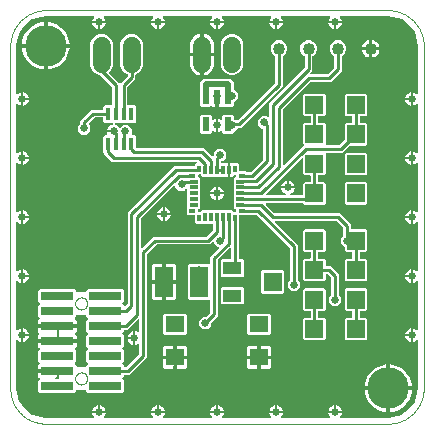
<source format=gtl>
G04 EAGLE Gerber RS-274X export*
G75*
%MOMM*%
%FSLAX35Y35*%
%LPD*%
%INcopper_top*%
%IPPOS*%
%AMOC8*
5,1,8,0,0,1.08239X$1,22.5*%
G01*
%ADD10C,0.000000*%
%ADD11R,0.600000X1.200000*%
%ADD12R,0.300000X0.550000*%
%ADD13R,0.300000X0.750000*%
%ADD14R,0.550000X0.300000*%
%ADD15R,0.750000X0.300000*%
%ADD16R,0.450000X1.100000*%
%ADD17R,1.500000X2.600000*%
%ADD18R,1.500000X1.500000*%
%ADD19R,1.600000X1.600000*%
%ADD20R,1.600000X1.100000*%
%ADD21R,1.600000X1.400000*%
%ADD22C,1.016000*%
%ADD23C,1.524000*%
%ADD24R,2.790000X0.740000*%
%ADD25C,3.516000*%
%ADD26C,0.650000*%
%ADD27C,0.250000*%
%ADD28C,0.500000*%

G36*
X299815Y50004D02*
X299815Y50004D01*
X299851Y50001D01*
X322030Y50176D01*
X322383Y50137D01*
X322627Y50064D01*
X322945Y50074D01*
X323608Y50000D01*
X699721Y50000D01*
X700429Y50116D01*
X701145Y50135D01*
X701635Y50314D01*
X702150Y50398D01*
X702782Y50733D01*
X703457Y50979D01*
X703865Y51305D01*
X704325Y51548D01*
X704819Y52069D01*
X705378Y52516D01*
X705660Y52953D01*
X706020Y53332D01*
X706323Y53983D01*
X706710Y54585D01*
X706838Y55091D01*
X707058Y55563D01*
X707137Y56276D01*
X707313Y56971D01*
X707273Y57491D01*
X707331Y58009D01*
X707179Y58710D01*
X707124Y59424D01*
X706920Y59904D01*
X706810Y60414D01*
X706443Y61030D01*
X706163Y61690D01*
X705716Y62248D01*
X705549Y62528D01*
X705368Y62683D01*
X705108Y63009D01*
X705025Y63091D01*
X698689Y72573D01*
X694325Y83110D01*
X692706Y91250D01*
X748868Y91250D01*
X749062Y91282D01*
X749257Y91260D01*
X749864Y91392D01*
X751132Y91250D01*
X807294Y91250D01*
X805675Y83110D01*
X801311Y72573D01*
X794974Y63091D01*
X794892Y63009D01*
X794474Y62428D01*
X793980Y61907D01*
X793760Y61434D01*
X793455Y61011D01*
X793244Y60325D01*
X792942Y59676D01*
X792884Y59158D01*
X792730Y58659D01*
X792748Y57942D01*
X792669Y57230D01*
X792779Y56721D01*
X792793Y56199D01*
X793038Y55525D01*
X793190Y54825D01*
X793457Y54378D01*
X793636Y53888D01*
X794084Y53327D01*
X794450Y52712D01*
X794846Y52373D01*
X795172Y51965D01*
X795774Y51577D01*
X796318Y51110D01*
X796803Y50914D01*
X797240Y50632D01*
X797935Y50456D01*
X798600Y50188D01*
X799311Y50108D01*
X799626Y50028D01*
X799863Y50047D01*
X800278Y50000D01*
X1199721Y50000D01*
X1200429Y50116D01*
X1201145Y50135D01*
X1201635Y50314D01*
X1202150Y50398D01*
X1202782Y50733D01*
X1203457Y50979D01*
X1203865Y51305D01*
X1204325Y51548D01*
X1204819Y52069D01*
X1205378Y52516D01*
X1205660Y52953D01*
X1206020Y53332D01*
X1206323Y53983D01*
X1206710Y54585D01*
X1206838Y55091D01*
X1207058Y55563D01*
X1207137Y56276D01*
X1207313Y56971D01*
X1207273Y57491D01*
X1207331Y58009D01*
X1207179Y58710D01*
X1207124Y59424D01*
X1206920Y59904D01*
X1206810Y60414D01*
X1206443Y61030D01*
X1206163Y61690D01*
X1205716Y62248D01*
X1205549Y62528D01*
X1205368Y62683D01*
X1205108Y63009D01*
X1205025Y63091D01*
X1198689Y72573D01*
X1194325Y83110D01*
X1192706Y91250D01*
X1248868Y91250D01*
X1249062Y91282D01*
X1249257Y91260D01*
X1249864Y91392D01*
X1251132Y91250D01*
X1307294Y91250D01*
X1305675Y83110D01*
X1301311Y72573D01*
X1294974Y63091D01*
X1294892Y63009D01*
X1294474Y62428D01*
X1293980Y61907D01*
X1293760Y61434D01*
X1293455Y61011D01*
X1293244Y60325D01*
X1292942Y59676D01*
X1292884Y59158D01*
X1292730Y58659D01*
X1292748Y57942D01*
X1292669Y57230D01*
X1292779Y56721D01*
X1292793Y56199D01*
X1293038Y55525D01*
X1293190Y54825D01*
X1293457Y54378D01*
X1293636Y53888D01*
X1294084Y53327D01*
X1294450Y52712D01*
X1294846Y52373D01*
X1295172Y51965D01*
X1295774Y51577D01*
X1296318Y51110D01*
X1296803Y50914D01*
X1297240Y50632D01*
X1297935Y50456D01*
X1298600Y50188D01*
X1299311Y50108D01*
X1299626Y50028D01*
X1299863Y50047D01*
X1300278Y50000D01*
X1699721Y50000D01*
X1700429Y50116D01*
X1701145Y50135D01*
X1701635Y50314D01*
X1702150Y50398D01*
X1702782Y50733D01*
X1703457Y50979D01*
X1703865Y51305D01*
X1704325Y51548D01*
X1704819Y52069D01*
X1705378Y52516D01*
X1705660Y52953D01*
X1706020Y53332D01*
X1706323Y53983D01*
X1706710Y54585D01*
X1706838Y55091D01*
X1707058Y55563D01*
X1707137Y56276D01*
X1707313Y56971D01*
X1707273Y57491D01*
X1707331Y58009D01*
X1707179Y58710D01*
X1707124Y59424D01*
X1706920Y59904D01*
X1706810Y60414D01*
X1706443Y61030D01*
X1706163Y61690D01*
X1705716Y62248D01*
X1705549Y62528D01*
X1705368Y62683D01*
X1705108Y63009D01*
X1705025Y63091D01*
X1698689Y72573D01*
X1694325Y83110D01*
X1692706Y91250D01*
X1748868Y91250D01*
X1749062Y91282D01*
X1749257Y91260D01*
X1749864Y91392D01*
X1751132Y91250D01*
X1807294Y91250D01*
X1805675Y83110D01*
X1801311Y72573D01*
X1794974Y63091D01*
X1794892Y63009D01*
X1794474Y62428D01*
X1793980Y61907D01*
X1793760Y61434D01*
X1793455Y61011D01*
X1793244Y60325D01*
X1792942Y59676D01*
X1792884Y59158D01*
X1792730Y58659D01*
X1792748Y57942D01*
X1792669Y57230D01*
X1792779Y56721D01*
X1792793Y56199D01*
X1793038Y55525D01*
X1793190Y54825D01*
X1793457Y54378D01*
X1793636Y53888D01*
X1794084Y53327D01*
X1794450Y52712D01*
X1794846Y52373D01*
X1795172Y51965D01*
X1795774Y51577D01*
X1796318Y51110D01*
X1796803Y50914D01*
X1797240Y50632D01*
X1797935Y50456D01*
X1798600Y50188D01*
X1799311Y50108D01*
X1799626Y50028D01*
X1799863Y50047D01*
X1800278Y50000D01*
X2199721Y50000D01*
X2200429Y50116D01*
X2201145Y50135D01*
X2201635Y50314D01*
X2202150Y50398D01*
X2202782Y50733D01*
X2203457Y50979D01*
X2203865Y51305D01*
X2204325Y51548D01*
X2204819Y52069D01*
X2205378Y52516D01*
X2205660Y52953D01*
X2206020Y53332D01*
X2206323Y53983D01*
X2206710Y54585D01*
X2206838Y55091D01*
X2207058Y55563D01*
X2207137Y56276D01*
X2207313Y56971D01*
X2207273Y57491D01*
X2207331Y58009D01*
X2207179Y58710D01*
X2207124Y59424D01*
X2206920Y59904D01*
X2206810Y60414D01*
X2206443Y61030D01*
X2206163Y61690D01*
X2205716Y62248D01*
X2205549Y62528D01*
X2205368Y62683D01*
X2205108Y63009D01*
X2205025Y63091D01*
X2198689Y72573D01*
X2194325Y83110D01*
X2192706Y91250D01*
X2248868Y91250D01*
X2249062Y91282D01*
X2249257Y91260D01*
X2249864Y91392D01*
X2251132Y91250D01*
X2307294Y91250D01*
X2305675Y83110D01*
X2301311Y72573D01*
X2294974Y63091D01*
X2294892Y63009D01*
X2294474Y62428D01*
X2293980Y61907D01*
X2293760Y61434D01*
X2293455Y61011D01*
X2293244Y60325D01*
X2292942Y59676D01*
X2292884Y59158D01*
X2292730Y58659D01*
X2292748Y57942D01*
X2292669Y57230D01*
X2292779Y56721D01*
X2292793Y56199D01*
X2293038Y55525D01*
X2293190Y54825D01*
X2293457Y54378D01*
X2293636Y53888D01*
X2294084Y53327D01*
X2294450Y52712D01*
X2294846Y52373D01*
X2295172Y51965D01*
X2295774Y51577D01*
X2296318Y51110D01*
X2296803Y50914D01*
X2297240Y50632D01*
X2297935Y50456D01*
X2298600Y50188D01*
X2299311Y50108D01*
X2299626Y50028D01*
X2299863Y50047D01*
X2300278Y50000D01*
X2699721Y50000D01*
X2700429Y50116D01*
X2701145Y50135D01*
X2701635Y50314D01*
X2702150Y50398D01*
X2702782Y50733D01*
X2703457Y50979D01*
X2703865Y51305D01*
X2704325Y51548D01*
X2704819Y52069D01*
X2705378Y52516D01*
X2705660Y52953D01*
X2706020Y53332D01*
X2706323Y53983D01*
X2706710Y54585D01*
X2706838Y55091D01*
X2707058Y55563D01*
X2707137Y56276D01*
X2707313Y56971D01*
X2707273Y57491D01*
X2707331Y58009D01*
X2707179Y58710D01*
X2707124Y59424D01*
X2706920Y59904D01*
X2706810Y60414D01*
X2706443Y61030D01*
X2706163Y61690D01*
X2705716Y62248D01*
X2705549Y62528D01*
X2705368Y62683D01*
X2705108Y63009D01*
X2705025Y63091D01*
X2698689Y72573D01*
X2694325Y83110D01*
X2692706Y91250D01*
X2748868Y91250D01*
X2749062Y91282D01*
X2749257Y91260D01*
X2749864Y91392D01*
X2751132Y91250D01*
X2807294Y91250D01*
X2805675Y83110D01*
X2801311Y72573D01*
X2794974Y63091D01*
X2794892Y63009D01*
X2794474Y62428D01*
X2793980Y61907D01*
X2793760Y61434D01*
X2793455Y61011D01*
X2793244Y60325D01*
X2792942Y59676D01*
X2792884Y59158D01*
X2792730Y58659D01*
X2792748Y57942D01*
X2792669Y57230D01*
X2792779Y56721D01*
X2792793Y56199D01*
X2793038Y55525D01*
X2793190Y54825D01*
X2793457Y54378D01*
X2793636Y53888D01*
X2794084Y53327D01*
X2794450Y52712D01*
X2794846Y52373D01*
X2795172Y51965D01*
X2795774Y51577D01*
X2796318Y51110D01*
X2796803Y50914D01*
X2797240Y50632D01*
X2797935Y50456D01*
X2798600Y50188D01*
X2799311Y50108D01*
X2799626Y50028D01*
X2799863Y50047D01*
X2800278Y50000D01*
X3200000Y50000D01*
X3200219Y50036D01*
X3200598Y50024D01*
X3238514Y53008D01*
X3238565Y53020D01*
X3238617Y53017D01*
X3240271Y53357D01*
X3312393Y76791D01*
X3312706Y76953D01*
X3313049Y77038D01*
X3314517Y77873D01*
X3375867Y122447D01*
X3376114Y122697D01*
X3376415Y122885D01*
X3377553Y124133D01*
X3422126Y185483D01*
X3422285Y185798D01*
X3422512Y186068D01*
X3423209Y187607D01*
X3446643Y259729D01*
X3446650Y259781D01*
X3446673Y259827D01*
X3446992Y261486D01*
X3449976Y299402D01*
X3449958Y299623D01*
X3449999Y300000D01*
X3449999Y699721D01*
X3449883Y700429D01*
X3449865Y701145D01*
X3449686Y701635D01*
X3449602Y702150D01*
X3449267Y702782D01*
X3449021Y703457D01*
X3448695Y703865D01*
X3448451Y704325D01*
X3447931Y704819D01*
X3447484Y705378D01*
X3447046Y705660D01*
X3446668Y706020D01*
X3446017Y706323D01*
X3445415Y706710D01*
X3444909Y706838D01*
X3444436Y707058D01*
X3443724Y707137D01*
X3443029Y707313D01*
X3442509Y707273D01*
X3441991Y707331D01*
X3441290Y707179D01*
X3440575Y707124D01*
X3440095Y706920D01*
X3439586Y706810D01*
X3438970Y706443D01*
X3438310Y706163D01*
X3437752Y705716D01*
X3437472Y705549D01*
X3437317Y705368D01*
X3436991Y705108D01*
X3436909Y705025D01*
X3427426Y698689D01*
X3416889Y694325D01*
X3408749Y692706D01*
X3408749Y748868D01*
X3408718Y749062D01*
X3408739Y749257D01*
X3408608Y749864D01*
X3408749Y751132D01*
X3408749Y807294D01*
X3416889Y805675D01*
X3427426Y801311D01*
X3436909Y794974D01*
X3436991Y794892D01*
X3437572Y794474D01*
X3438093Y793980D01*
X3438566Y793760D01*
X3438989Y793455D01*
X3439674Y793244D01*
X3440324Y792942D01*
X3440841Y792884D01*
X3441340Y792730D01*
X3442058Y792748D01*
X3442769Y792669D01*
X3443278Y792779D01*
X3443800Y792793D01*
X3444475Y793038D01*
X3445174Y793190D01*
X3445622Y793457D01*
X3446112Y793636D01*
X3446673Y794084D01*
X3447288Y794450D01*
X3447627Y794846D01*
X3448035Y795172D01*
X3448423Y795774D01*
X3448890Y796318D01*
X3449085Y796803D01*
X3449368Y797240D01*
X3449543Y797935D01*
X3449812Y798600D01*
X3449892Y799311D01*
X3449971Y799626D01*
X3449953Y799863D01*
X3449999Y800278D01*
X3449999Y1199721D01*
X3449883Y1200429D01*
X3449865Y1201145D01*
X3449686Y1201635D01*
X3449602Y1202150D01*
X3449267Y1202782D01*
X3449021Y1203457D01*
X3448695Y1203865D01*
X3448451Y1204325D01*
X3447931Y1204819D01*
X3447484Y1205378D01*
X3447046Y1205660D01*
X3446668Y1206020D01*
X3446017Y1206323D01*
X3445415Y1206710D01*
X3444909Y1206838D01*
X3444436Y1207058D01*
X3443724Y1207137D01*
X3443029Y1207313D01*
X3442509Y1207273D01*
X3441991Y1207331D01*
X3441290Y1207179D01*
X3440575Y1207124D01*
X3440095Y1206920D01*
X3439586Y1206810D01*
X3438970Y1206443D01*
X3438310Y1206163D01*
X3437752Y1205716D01*
X3437472Y1205549D01*
X3437317Y1205368D01*
X3436991Y1205108D01*
X3436909Y1205025D01*
X3427426Y1198689D01*
X3416889Y1194325D01*
X3408749Y1192706D01*
X3408749Y1248868D01*
X3408718Y1249062D01*
X3408739Y1249257D01*
X3408608Y1249864D01*
X3408749Y1251132D01*
X3408749Y1307294D01*
X3416889Y1305675D01*
X3427426Y1301311D01*
X3436909Y1294974D01*
X3436991Y1294892D01*
X3437572Y1294474D01*
X3438093Y1293980D01*
X3438566Y1293760D01*
X3438989Y1293455D01*
X3439674Y1293244D01*
X3440324Y1292942D01*
X3440841Y1292884D01*
X3441340Y1292730D01*
X3442058Y1292748D01*
X3442769Y1292669D01*
X3443278Y1292779D01*
X3443800Y1292793D01*
X3444475Y1293038D01*
X3445174Y1293190D01*
X3445622Y1293457D01*
X3446112Y1293636D01*
X3446673Y1294084D01*
X3447288Y1294450D01*
X3447627Y1294846D01*
X3448035Y1295172D01*
X3448423Y1295774D01*
X3448890Y1296318D01*
X3449085Y1296803D01*
X3449368Y1297240D01*
X3449543Y1297935D01*
X3449812Y1298600D01*
X3449892Y1299311D01*
X3449971Y1299626D01*
X3449953Y1299863D01*
X3449999Y1300278D01*
X3449999Y1699721D01*
X3449883Y1700429D01*
X3449865Y1701145D01*
X3449686Y1701635D01*
X3449602Y1702150D01*
X3449267Y1702782D01*
X3449021Y1703457D01*
X3448695Y1703865D01*
X3448451Y1704325D01*
X3447931Y1704819D01*
X3447484Y1705378D01*
X3447046Y1705660D01*
X3446668Y1706020D01*
X3446017Y1706323D01*
X3445415Y1706710D01*
X3444909Y1706838D01*
X3444436Y1707058D01*
X3443724Y1707137D01*
X3443029Y1707313D01*
X3442509Y1707273D01*
X3441991Y1707331D01*
X3441290Y1707179D01*
X3440575Y1707124D01*
X3440095Y1706920D01*
X3439586Y1706810D01*
X3438970Y1706443D01*
X3438310Y1706163D01*
X3437752Y1705716D01*
X3437472Y1705549D01*
X3437317Y1705368D01*
X3436991Y1705108D01*
X3436909Y1705025D01*
X3427426Y1698689D01*
X3416889Y1694325D01*
X3408749Y1692706D01*
X3408749Y1748868D01*
X3408718Y1749062D01*
X3408739Y1749257D01*
X3408608Y1749864D01*
X3408749Y1751132D01*
X3408749Y1807294D01*
X3416889Y1805675D01*
X3427426Y1801311D01*
X3436909Y1794974D01*
X3436991Y1794892D01*
X3437572Y1794474D01*
X3438093Y1793980D01*
X3438566Y1793760D01*
X3438989Y1793455D01*
X3439674Y1793244D01*
X3440324Y1792942D01*
X3440841Y1792884D01*
X3441340Y1792730D01*
X3442058Y1792748D01*
X3442769Y1792669D01*
X3443278Y1792779D01*
X3443800Y1792793D01*
X3444475Y1793038D01*
X3445174Y1793190D01*
X3445622Y1793457D01*
X3446112Y1793636D01*
X3446673Y1794084D01*
X3447288Y1794450D01*
X3447627Y1794846D01*
X3448035Y1795172D01*
X3448423Y1795774D01*
X3448890Y1796318D01*
X3449085Y1796803D01*
X3449368Y1797240D01*
X3449543Y1797935D01*
X3449812Y1798600D01*
X3449892Y1799311D01*
X3449971Y1799626D01*
X3449953Y1799863D01*
X3449999Y1800278D01*
X3449999Y2199721D01*
X3449883Y2200429D01*
X3449865Y2201145D01*
X3449686Y2201635D01*
X3449602Y2202150D01*
X3449267Y2202782D01*
X3449021Y2203457D01*
X3448695Y2203865D01*
X3448451Y2204325D01*
X3447931Y2204819D01*
X3447484Y2205378D01*
X3447046Y2205660D01*
X3446668Y2206020D01*
X3446017Y2206323D01*
X3445415Y2206710D01*
X3444909Y2206838D01*
X3444436Y2207058D01*
X3443724Y2207137D01*
X3443029Y2207313D01*
X3442509Y2207273D01*
X3441991Y2207331D01*
X3441290Y2207179D01*
X3440575Y2207124D01*
X3440095Y2206920D01*
X3439586Y2206810D01*
X3438970Y2206443D01*
X3438310Y2206163D01*
X3437752Y2205716D01*
X3437472Y2205549D01*
X3437317Y2205368D01*
X3436991Y2205108D01*
X3436909Y2205025D01*
X3427426Y2198689D01*
X3416889Y2194325D01*
X3408749Y2192706D01*
X3408749Y2248868D01*
X3408718Y2249062D01*
X3408739Y2249257D01*
X3408608Y2249864D01*
X3408749Y2251132D01*
X3408749Y2307294D01*
X3416889Y2305675D01*
X3427426Y2301311D01*
X3436909Y2294974D01*
X3436991Y2294892D01*
X3437572Y2294474D01*
X3438093Y2293980D01*
X3438566Y2293760D01*
X3438989Y2293455D01*
X3439674Y2293244D01*
X3440324Y2292942D01*
X3440841Y2292884D01*
X3441340Y2292730D01*
X3442058Y2292748D01*
X3442769Y2292669D01*
X3443278Y2292779D01*
X3443800Y2292793D01*
X3444475Y2293038D01*
X3445174Y2293190D01*
X3445622Y2293457D01*
X3446112Y2293636D01*
X3446673Y2294084D01*
X3447288Y2294450D01*
X3447627Y2294846D01*
X3448035Y2295172D01*
X3448423Y2295774D01*
X3448890Y2296318D01*
X3449085Y2296803D01*
X3449368Y2297240D01*
X3449543Y2297935D01*
X3449812Y2298600D01*
X3449892Y2299311D01*
X3449971Y2299626D01*
X3449953Y2299863D01*
X3449999Y2300278D01*
X3449999Y2699721D01*
X3449883Y2700429D01*
X3449865Y2701145D01*
X3449686Y2701635D01*
X3449602Y2702150D01*
X3449267Y2702782D01*
X3449021Y2703457D01*
X3448695Y2703865D01*
X3448451Y2704325D01*
X3447931Y2704819D01*
X3447484Y2705378D01*
X3447046Y2705660D01*
X3446668Y2706020D01*
X3446017Y2706323D01*
X3445415Y2706710D01*
X3444909Y2706838D01*
X3444436Y2707058D01*
X3443724Y2707137D01*
X3443029Y2707313D01*
X3442509Y2707273D01*
X3441991Y2707331D01*
X3441290Y2707179D01*
X3440575Y2707124D01*
X3440095Y2706920D01*
X3439586Y2706810D01*
X3438970Y2706443D01*
X3438310Y2706163D01*
X3437752Y2705716D01*
X3437472Y2705549D01*
X3437317Y2705368D01*
X3436991Y2705108D01*
X3436909Y2705025D01*
X3427426Y2698689D01*
X3416889Y2694325D01*
X3408749Y2692706D01*
X3408749Y2748868D01*
X3408718Y2749062D01*
X3408739Y2749257D01*
X3408608Y2749864D01*
X3408749Y2751132D01*
X3408749Y2807294D01*
X3416889Y2805675D01*
X3427426Y2801311D01*
X3436909Y2794974D01*
X3436991Y2794892D01*
X3437572Y2794474D01*
X3438093Y2793980D01*
X3438566Y2793760D01*
X3438989Y2793455D01*
X3439674Y2793244D01*
X3440324Y2792942D01*
X3440841Y2792884D01*
X3441340Y2792730D01*
X3442058Y2792748D01*
X3442769Y2792669D01*
X3443278Y2792779D01*
X3443800Y2792793D01*
X3444475Y2793038D01*
X3445174Y2793190D01*
X3445622Y2793457D01*
X3446112Y2793636D01*
X3446673Y2794084D01*
X3447288Y2794450D01*
X3447627Y2794846D01*
X3448035Y2795172D01*
X3448423Y2795774D01*
X3448890Y2796318D01*
X3449085Y2796803D01*
X3449368Y2797240D01*
X3449543Y2797935D01*
X3449812Y2798600D01*
X3449892Y2799311D01*
X3449971Y2799626D01*
X3449953Y2799863D01*
X3449999Y2800278D01*
X3449999Y3199983D01*
X3449963Y3200202D01*
X3449976Y3200581D01*
X3446992Y3238498D01*
X3446979Y3238549D01*
X3446983Y3238601D01*
X3446642Y3240255D01*
X3423207Y3312379D01*
X3423045Y3312693D01*
X3422960Y3313035D01*
X3422124Y3314503D01*
X3377548Y3375855D01*
X3377297Y3376103D01*
X3377110Y3376403D01*
X3375862Y3377541D01*
X3314508Y3422114D01*
X3314193Y3422272D01*
X3313922Y3422499D01*
X3312383Y3423196D01*
X3240258Y3446627D01*
X3240208Y3446635D01*
X3240160Y3446658D01*
X3238502Y3446977D01*
X3200584Y3449959D01*
X3200363Y3449940D01*
X3199986Y3449982D01*
X2800318Y3449959D01*
X2799611Y3449843D01*
X2798894Y3449825D01*
X2798405Y3449646D01*
X2797889Y3449562D01*
X2797255Y3449226D01*
X2796583Y3448981D01*
X2796176Y3448655D01*
X2795714Y3448411D01*
X2795221Y3447892D01*
X2794661Y3447444D01*
X2794379Y3447005D01*
X2794019Y3446627D01*
X2793717Y3445977D01*
X2793329Y3445374D01*
X2793202Y3444869D01*
X2792982Y3444396D01*
X2792902Y3443684D01*
X2792727Y3442988D01*
X2792767Y3442468D01*
X2792709Y3441950D01*
X2792861Y3441250D01*
X2792916Y3440535D01*
X2793120Y3440055D01*
X2793230Y3439545D01*
X2793597Y3438930D01*
X2793877Y3438270D01*
X2794323Y3437712D01*
X2794491Y3437432D01*
X2794672Y3437276D01*
X2794932Y3436951D01*
X2794974Y3436909D01*
X2801311Y3427426D01*
X2805675Y3416889D01*
X2807294Y3408749D01*
X2751132Y3408749D01*
X2750938Y3408718D01*
X2750743Y3408739D01*
X2750136Y3408608D01*
X2748868Y3408749D01*
X2692706Y3408749D01*
X2694325Y3416889D01*
X2698689Y3427426D01*
X2705025Y3436909D01*
X2705063Y3436947D01*
X2705482Y3437529D01*
X2705974Y3438048D01*
X2706195Y3438521D01*
X2706499Y3438945D01*
X2706710Y3439629D01*
X2707012Y3440278D01*
X2707070Y3440798D01*
X2707224Y3441297D01*
X2707205Y3442013D01*
X2707285Y3442724D01*
X2707174Y3443235D01*
X2707161Y3443757D01*
X2706916Y3444428D01*
X2706764Y3445129D01*
X2706496Y3445578D01*
X2706317Y3446068D01*
X2705870Y3446627D01*
X2705503Y3447243D01*
X2705106Y3447583D01*
X2704781Y3447990D01*
X2704178Y3448378D01*
X2703635Y3448844D01*
X2703151Y3449040D01*
X2702712Y3449323D01*
X2702017Y3449498D01*
X2701353Y3449767D01*
X2700643Y3449846D01*
X2700326Y3449926D01*
X2700088Y3449908D01*
X2699675Y3449954D01*
X2300347Y3449931D01*
X2299639Y3449815D01*
X2298923Y3449797D01*
X2298433Y3449618D01*
X2297918Y3449533D01*
X2297283Y3449198D01*
X2296611Y3448952D01*
X2296204Y3448627D01*
X2295743Y3448383D01*
X2295249Y3447863D01*
X2294689Y3447415D01*
X2294407Y3446977D01*
X2294048Y3446598D01*
X2293745Y3445948D01*
X2293358Y3445346D01*
X2293230Y3444841D01*
X2293010Y3444368D01*
X2292931Y3443655D01*
X2292755Y3442960D01*
X2292795Y3442439D01*
X2292738Y3441922D01*
X2292889Y3441221D01*
X2292944Y3440507D01*
X2293148Y3440027D01*
X2293258Y3439517D01*
X2293626Y3438902D01*
X2293906Y3438241D01*
X2294352Y3437683D01*
X2294519Y3437403D01*
X2294700Y3437248D01*
X2294961Y3436922D01*
X2294975Y3436908D01*
X2301311Y3427426D01*
X2305675Y3416889D01*
X2307294Y3408749D01*
X2251132Y3408749D01*
X2250938Y3408718D01*
X2250743Y3408739D01*
X2250136Y3408608D01*
X2248868Y3408749D01*
X2192706Y3408749D01*
X2194325Y3416889D01*
X2198689Y3427426D01*
X2205025Y3436909D01*
X2205035Y3436918D01*
X2205453Y3437500D01*
X2205946Y3438019D01*
X2206166Y3438493D01*
X2206471Y3438917D01*
X2206682Y3439601D01*
X2206984Y3440250D01*
X2207042Y3440769D01*
X2207195Y3441268D01*
X2207177Y3441984D01*
X2207256Y3442696D01*
X2207146Y3443207D01*
X2207132Y3443728D01*
X2206887Y3444400D01*
X2206735Y3445101D01*
X2206468Y3445549D01*
X2206289Y3446040D01*
X2205842Y3446599D01*
X2205475Y3447214D01*
X2205078Y3447554D01*
X2204752Y3447962D01*
X2204150Y3448349D01*
X2203606Y3448816D01*
X2203122Y3449011D01*
X2202683Y3449294D01*
X2201989Y3449470D01*
X2201325Y3449738D01*
X2200614Y3449818D01*
X2200298Y3449898D01*
X2200060Y3449879D01*
X2199647Y3449925D01*
X1800375Y3449903D01*
X1799668Y3449787D01*
X1798953Y3449768D01*
X1798463Y3449590D01*
X1797947Y3449505D01*
X1797314Y3449170D01*
X1796642Y3448925D01*
X1796233Y3448598D01*
X1795772Y3448354D01*
X1795279Y3447835D01*
X1794720Y3447388D01*
X1794437Y3446949D01*
X1794077Y3446570D01*
X1793774Y3445920D01*
X1793388Y3445319D01*
X1793260Y3444814D01*
X1793039Y3444339D01*
X1792959Y3443627D01*
X1792784Y3442934D01*
X1792824Y3442413D01*
X1792766Y3441893D01*
X1792918Y3441194D01*
X1792973Y3440480D01*
X1793177Y3439999D01*
X1793287Y3439488D01*
X1793654Y3438873D01*
X1793933Y3438215D01*
X1794380Y3437655D01*
X1794548Y3437375D01*
X1794728Y3437220D01*
X1794961Y3436929D01*
X1801311Y3427426D01*
X1805675Y3416889D01*
X1807294Y3408749D01*
X1751132Y3408749D01*
X1750938Y3408718D01*
X1750743Y3408739D01*
X1750136Y3408608D01*
X1748868Y3408749D01*
X1692706Y3408749D01*
X1694325Y3416889D01*
X1698689Y3427426D01*
X1705102Y3437024D01*
X1705423Y3437470D01*
X1705918Y3437990D01*
X1706138Y3438463D01*
X1706441Y3438886D01*
X1706652Y3439570D01*
X1706955Y3440221D01*
X1707013Y3440739D01*
X1707167Y3441237D01*
X1707148Y3441955D01*
X1707228Y3442667D01*
X1707118Y3443176D01*
X1707104Y3443697D01*
X1706859Y3444371D01*
X1706707Y3445072D01*
X1706440Y3445520D01*
X1706261Y3446009D01*
X1705814Y3446569D01*
X1705446Y3447186D01*
X1705051Y3447525D01*
X1704726Y3447932D01*
X1704122Y3448320D01*
X1703578Y3448787D01*
X1703095Y3448982D01*
X1702657Y3449264D01*
X1701962Y3449440D01*
X1701297Y3449709D01*
X1700587Y3449788D01*
X1700271Y3449868D01*
X1700033Y3449850D01*
X1699618Y3449897D01*
X1300404Y3449874D01*
X1299696Y3449758D01*
X1298979Y3449739D01*
X1298490Y3449561D01*
X1297975Y3449476D01*
X1297341Y3449141D01*
X1296668Y3448895D01*
X1296261Y3448569D01*
X1295800Y3448325D01*
X1295307Y3447806D01*
X1294746Y3447358D01*
X1294464Y3446919D01*
X1294105Y3446541D01*
X1293803Y3445892D01*
X1293415Y3445288D01*
X1293287Y3444783D01*
X1293067Y3444310D01*
X1292988Y3443598D01*
X1292812Y3442903D01*
X1292853Y3442382D01*
X1292795Y3441864D01*
X1292946Y3441164D01*
X1293002Y3440449D01*
X1293205Y3439969D01*
X1293316Y3439460D01*
X1293683Y3438844D01*
X1293963Y3438184D01*
X1294409Y3437627D01*
X1294576Y3437346D01*
X1294758Y3437190D01*
X1294930Y3436975D01*
X1301311Y3427426D01*
X1305675Y3416889D01*
X1307294Y3408749D01*
X1251132Y3408749D01*
X1250938Y3408718D01*
X1250743Y3408739D01*
X1250136Y3408608D01*
X1248868Y3408749D01*
X1192706Y3408749D01*
X1194325Y3416889D01*
X1198689Y3427426D01*
X1205206Y3437179D01*
X1205395Y3437442D01*
X1205889Y3437962D01*
X1206109Y3438434D01*
X1206413Y3438857D01*
X1206624Y3439542D01*
X1206927Y3440193D01*
X1206985Y3440711D01*
X1207138Y3441208D01*
X1207120Y3441926D01*
X1207199Y3442639D01*
X1207089Y3443148D01*
X1207076Y3443668D01*
X1206830Y3444342D01*
X1206678Y3445043D01*
X1206412Y3445491D01*
X1206233Y3445980D01*
X1205785Y3446541D01*
X1205418Y3447157D01*
X1205022Y3447496D01*
X1204697Y3447903D01*
X1204094Y3448292D01*
X1203549Y3448758D01*
X1203067Y3448954D01*
X1202628Y3449236D01*
X1201933Y3449412D01*
X1201268Y3449681D01*
X1200559Y3449760D01*
X1200243Y3449840D01*
X1200005Y3449822D01*
X1199590Y3449868D01*
X800432Y3449845D01*
X799725Y3449729D01*
X799008Y3449711D01*
X798518Y3449532D01*
X798003Y3449448D01*
X797370Y3449113D01*
X796696Y3448867D01*
X796288Y3448540D01*
X795828Y3448297D01*
X795335Y3447778D01*
X794775Y3447329D01*
X794492Y3446891D01*
X794133Y3446513D01*
X793831Y3445863D01*
X793443Y3445260D01*
X793315Y3444754D01*
X793096Y3444282D01*
X793016Y3443569D01*
X792841Y3442874D01*
X792881Y3442354D01*
X792823Y3441836D01*
X792975Y3441136D01*
X793030Y3440421D01*
X793234Y3439941D01*
X793344Y3439431D01*
X793712Y3438815D01*
X793992Y3438155D01*
X794438Y3437598D01*
X794605Y3437318D01*
X794786Y3437162D01*
X794903Y3437017D01*
X801311Y3427426D01*
X805675Y3416889D01*
X807294Y3408749D01*
X751132Y3408749D01*
X750938Y3408718D01*
X750743Y3408739D01*
X750136Y3408608D01*
X748868Y3408749D01*
X692706Y3408749D01*
X694325Y3416889D01*
X698689Y3427426D01*
X705309Y3437333D01*
X705368Y3437415D01*
X705860Y3437933D01*
X706081Y3438407D01*
X706385Y3438831D01*
X706596Y3439515D01*
X706898Y3440164D01*
X706956Y3440683D01*
X707110Y3441183D01*
X707091Y3441898D01*
X707171Y3442610D01*
X707060Y3443121D01*
X707047Y3443643D01*
X706802Y3444314D01*
X706650Y3445015D01*
X706382Y3445464D01*
X706203Y3445954D01*
X705756Y3446513D01*
X705389Y3447129D01*
X704992Y3447469D01*
X704667Y3447876D01*
X704064Y3448264D01*
X703521Y3448730D01*
X703037Y3448926D01*
X702598Y3449208D01*
X701903Y3449384D01*
X701239Y3449653D01*
X700528Y3449732D01*
X700212Y3449812D01*
X699974Y3449794D01*
X699561Y3449840D01*
X300243Y3449817D01*
X300232Y3449815D01*
X300216Y3449817D01*
X300128Y3449817D01*
X299916Y3449781D01*
X299554Y3449793D01*
X262015Y3446821D01*
X261975Y3446811D01*
X261933Y3446814D01*
X260278Y3446477D01*
X188814Y3423438D01*
X188512Y3423283D01*
X188183Y3423203D01*
X186710Y3422377D01*
X125701Y3378608D01*
X125461Y3378368D01*
X125172Y3378192D01*
X124022Y3376955D01*
X79300Y3316640D01*
X79145Y3316338D01*
X78924Y3316082D01*
X78207Y3314553D01*
X54049Y3243459D01*
X54043Y3243417D01*
X54024Y3243381D01*
X53678Y3241728D01*
X50126Y3204328D01*
X50143Y3204070D01*
X50092Y3203608D01*
X50080Y2800359D01*
X50097Y2800260D01*
X50090Y2800205D01*
X50152Y2799921D01*
X50196Y2799651D01*
X50215Y2798934D01*
X50393Y2798445D01*
X50478Y2797930D01*
X50813Y2797295D01*
X51059Y2796623D01*
X51384Y2796216D01*
X51628Y2795755D01*
X52148Y2795261D01*
X52596Y2794701D01*
X53035Y2794418D01*
X53412Y2794060D01*
X54062Y2793758D01*
X54665Y2793369D01*
X55171Y2793242D01*
X55643Y2793022D01*
X56355Y2792943D01*
X57051Y2792767D01*
X57572Y2792807D01*
X58089Y2792749D01*
X58789Y2792901D01*
X59505Y2792956D01*
X59985Y2793160D01*
X60494Y2793270D01*
X61110Y2793638D01*
X61770Y2793918D01*
X62328Y2794363D01*
X62608Y2794530D01*
X62763Y2794711D01*
X63089Y2794972D01*
X63092Y2794975D01*
X72573Y2801311D01*
X83110Y2805675D01*
X91250Y2807294D01*
X91250Y2751132D01*
X91282Y2750938D01*
X91260Y2750743D01*
X91392Y2750136D01*
X91250Y2748868D01*
X91250Y2692706D01*
X83110Y2694325D01*
X72573Y2698689D01*
X63091Y2705025D01*
X63084Y2705032D01*
X62502Y2705450D01*
X61984Y2705943D01*
X61511Y2706163D01*
X61086Y2706468D01*
X60401Y2706679D01*
X59753Y2706981D01*
X59234Y2707038D01*
X58734Y2707193D01*
X58018Y2707174D01*
X57308Y2707253D01*
X56797Y2707143D01*
X56274Y2707129D01*
X55602Y2706884D01*
X54902Y2706733D01*
X54454Y2706465D01*
X53963Y2706286D01*
X53403Y2705839D01*
X52789Y2705472D01*
X52449Y2705076D01*
X52041Y2704749D01*
X51653Y2704148D01*
X51187Y2703604D01*
X50991Y2703119D01*
X50708Y2702680D01*
X50533Y2701987D01*
X50264Y2701323D01*
X50185Y2700611D01*
X50105Y2700295D01*
X50123Y2700057D01*
X50077Y2699644D01*
X50066Y2300344D01*
X50182Y2299636D01*
X50200Y2298920D01*
X50379Y2298431D01*
X50463Y2297916D01*
X50799Y2297280D01*
X51045Y2296608D01*
X51370Y2296202D01*
X51614Y2295741D01*
X52134Y2295247D01*
X52582Y2294687D01*
X53020Y2294404D01*
X53398Y2294046D01*
X54048Y2293743D01*
X54651Y2293355D01*
X55157Y2293227D01*
X55629Y2293008D01*
X56341Y2292928D01*
X57037Y2292752D01*
X57558Y2292793D01*
X58074Y2292735D01*
X58774Y2292886D01*
X59490Y2292942D01*
X59971Y2293145D01*
X60480Y2293256D01*
X61095Y2293622D01*
X61756Y2293903D01*
X62314Y2294350D01*
X62593Y2294516D01*
X62748Y2294696D01*
X63075Y2294958D01*
X63092Y2294975D01*
X72573Y2301311D01*
X83110Y2305675D01*
X91250Y2307294D01*
X91250Y2251132D01*
X91282Y2250938D01*
X91260Y2250743D01*
X91392Y2250136D01*
X91250Y2248868D01*
X91250Y2192706D01*
X83110Y2194325D01*
X72573Y2198689D01*
X63092Y2205025D01*
X63072Y2205045D01*
X62488Y2205464D01*
X61970Y2205957D01*
X61498Y2206176D01*
X61074Y2206482D01*
X60388Y2206693D01*
X59739Y2206995D01*
X59222Y2207053D01*
X58723Y2207207D01*
X58005Y2207188D01*
X57293Y2207268D01*
X56784Y2207158D01*
X56263Y2207144D01*
X55588Y2206898D01*
X54888Y2206747D01*
X54440Y2206480D01*
X53951Y2206301D01*
X53390Y2205854D01*
X52775Y2205487D01*
X52436Y2205091D01*
X52028Y2204765D01*
X51639Y2204162D01*
X51173Y2203618D01*
X50978Y2203136D01*
X50695Y2202697D01*
X50519Y2202001D01*
X50250Y2201337D01*
X50171Y2200627D01*
X50091Y2200311D01*
X50109Y2200074D01*
X50063Y2199659D01*
X50052Y1800330D01*
X50168Y1799622D01*
X50186Y1798905D01*
X50364Y1798417D01*
X50449Y1797901D01*
X50785Y1797266D01*
X51030Y1796594D01*
X51355Y1796188D01*
X51599Y1795726D01*
X52119Y1795232D01*
X52567Y1794672D01*
X53006Y1794390D01*
X53383Y1794031D01*
X54033Y1793729D01*
X54637Y1793341D01*
X55142Y1793213D01*
X55614Y1792993D01*
X56326Y1792914D01*
X57023Y1792738D01*
X57543Y1792778D01*
X58060Y1792720D01*
X58760Y1792872D01*
X59476Y1792927D01*
X59956Y1793131D01*
X60465Y1793241D01*
X61080Y1793608D01*
X61741Y1793888D01*
X62299Y1794335D01*
X62579Y1794502D01*
X62734Y1794683D01*
X63060Y1794943D01*
X63091Y1794974D01*
X72573Y1801311D01*
X83110Y1805675D01*
X91250Y1807294D01*
X91250Y1751132D01*
X91282Y1750938D01*
X91260Y1750743D01*
X91392Y1750136D01*
X91250Y1748868D01*
X91250Y1692706D01*
X83110Y1694325D01*
X72573Y1698689D01*
X63091Y1705025D01*
X63057Y1705059D01*
X62475Y1705478D01*
X61956Y1705971D01*
X61483Y1706191D01*
X61059Y1706496D01*
X60374Y1706708D01*
X59725Y1707009D01*
X59207Y1707067D01*
X58708Y1707221D01*
X57991Y1707203D01*
X57279Y1707282D01*
X56770Y1707172D01*
X56248Y1707159D01*
X55574Y1706913D01*
X54874Y1706761D01*
X54426Y1706494D01*
X53936Y1706316D01*
X53376Y1705868D01*
X52760Y1705501D01*
X52421Y1705105D01*
X52013Y1704780D01*
X51625Y1704176D01*
X51159Y1703633D01*
X50963Y1703150D01*
X50681Y1702711D01*
X50505Y1702016D01*
X50236Y1701352D01*
X50157Y1700641D01*
X50077Y1700326D01*
X50095Y1700088D01*
X50049Y1699673D01*
X50038Y1300316D01*
X50153Y1299608D01*
X50172Y1298891D01*
X50350Y1298403D01*
X50435Y1297887D01*
X50771Y1297252D01*
X51016Y1296580D01*
X51341Y1296174D01*
X51585Y1295712D01*
X52105Y1295218D01*
X52553Y1294658D01*
X52992Y1294376D01*
X53369Y1294017D01*
X54019Y1293715D01*
X54623Y1293327D01*
X55128Y1293199D01*
X55600Y1292979D01*
X56312Y1292900D01*
X57008Y1292724D01*
X57529Y1292764D01*
X58046Y1292706D01*
X58746Y1292858D01*
X59462Y1292913D01*
X59942Y1293117D01*
X60451Y1293227D01*
X61066Y1293594D01*
X61727Y1293874D01*
X62285Y1294321D01*
X62565Y1294488D01*
X62720Y1294668D01*
X63046Y1294929D01*
X63091Y1294974D01*
X72573Y1301311D01*
X83110Y1305675D01*
X91250Y1307294D01*
X91250Y1251132D01*
X91282Y1250938D01*
X91260Y1250743D01*
X91392Y1250136D01*
X91250Y1248868D01*
X91250Y1192706D01*
X83110Y1194325D01*
X72573Y1198689D01*
X63091Y1205025D01*
X63042Y1205075D01*
X62459Y1205493D01*
X61941Y1205985D01*
X61468Y1206205D01*
X61043Y1206511D01*
X60358Y1206722D01*
X59710Y1207023D01*
X59192Y1207081D01*
X58692Y1207235D01*
X57976Y1207217D01*
X57265Y1207296D01*
X56754Y1207186D01*
X56232Y1207172D01*
X55559Y1206927D01*
X54859Y1206775D01*
X54411Y1206508D01*
X53920Y1206329D01*
X53360Y1205882D01*
X52746Y1205515D01*
X52406Y1205118D01*
X51998Y1204792D01*
X51610Y1204190D01*
X51144Y1203647D01*
X50948Y1203162D01*
X50666Y1202723D01*
X50490Y1202030D01*
X50222Y1201366D01*
X50142Y1200654D01*
X50062Y1200338D01*
X50080Y1200100D01*
X50034Y1199687D01*
X50023Y800302D01*
X50139Y799593D01*
X50158Y798877D01*
X50336Y798388D01*
X50420Y797873D01*
X50756Y797238D01*
X51002Y796566D01*
X51327Y796158D01*
X51571Y795698D01*
X52090Y795204D01*
X52539Y794644D01*
X52978Y794361D01*
X53355Y794003D01*
X54005Y793701D01*
X54608Y793312D01*
X55113Y793185D01*
X55586Y792965D01*
X56299Y792885D01*
X56994Y792710D01*
X57513Y792750D01*
X58032Y792692D01*
X58732Y792844D01*
X59448Y792899D01*
X59928Y793103D01*
X60437Y793213D01*
X61052Y793580D01*
X61713Y793860D01*
X62270Y794306D01*
X62550Y794473D01*
X62706Y794654D01*
X63032Y794915D01*
X63091Y794974D01*
X72573Y801311D01*
X83110Y805675D01*
X91250Y807294D01*
X91250Y751132D01*
X91282Y750938D01*
X91260Y750743D01*
X91392Y750136D01*
X91250Y748868D01*
X91250Y692706D01*
X83110Y694325D01*
X72573Y698689D01*
X63091Y705025D01*
X63029Y705088D01*
X62447Y705506D01*
X61927Y706000D01*
X61455Y706219D01*
X61031Y706524D01*
X60346Y706736D01*
X59696Y707038D01*
X59178Y707096D01*
X58679Y707249D01*
X57962Y707231D01*
X57251Y707311D01*
X56742Y707200D01*
X56219Y707187D01*
X55545Y706941D01*
X54845Y706790D01*
X54398Y706523D01*
X53908Y706344D01*
X53347Y705896D01*
X52732Y705529D01*
X52393Y705134D01*
X51985Y704808D01*
X51596Y704205D01*
X51130Y703661D01*
X50935Y703178D01*
X50652Y702739D01*
X50476Y702045D01*
X50208Y701380D01*
X50128Y700669D01*
X50048Y700354D01*
X50067Y700117D01*
X50020Y699702D01*
X50009Y295728D01*
X50048Y295491D01*
X50037Y295070D01*
X53287Y257567D01*
X53300Y257516D01*
X53297Y257464D01*
X53650Y255813D01*
X77421Y184574D01*
X77484Y184453D01*
X77505Y184355D01*
X77603Y184191D01*
X77673Y183920D01*
X78519Y182458D01*
X123141Y122051D01*
X123394Y121804D01*
X123583Y121507D01*
X124840Y120379D01*
X185944Y76718D01*
X186261Y76562D01*
X186533Y76337D01*
X188077Y75653D01*
X259683Y53011D01*
X259735Y53003D01*
X259781Y52981D01*
X261442Y52676D01*
X298988Y50019D01*
X299189Y50038D01*
X299525Y50000D01*
X299790Y50000D01*
X299815Y50004D01*
G37*
%LPC*%
G36*
X248716Y261999D02*
X248716Y261999D01*
X236999Y273716D01*
X236999Y364284D01*
X247053Y374338D01*
X247741Y375295D01*
X248450Y376258D01*
X248463Y376300D01*
X248489Y376336D01*
X248839Y377470D01*
X249201Y378601D01*
X249201Y378645D01*
X249214Y378688D01*
X249183Y379887D01*
X249167Y381062D01*
X249152Y381103D01*
X249151Y381148D01*
X248741Y382272D01*
X248349Y383383D01*
X248323Y383417D01*
X248307Y383459D01*
X247571Y384380D01*
X246835Y385323D01*
X246793Y385354D01*
X246771Y385381D01*
X246648Y385460D01*
X245475Y386324D01*
X241403Y388675D01*
X236675Y393403D01*
X233330Y399196D01*
X231599Y405656D01*
X231599Y430761D01*
X335508Y430761D01*
X336436Y430913D01*
X337374Y430993D01*
X337645Y431111D01*
X337936Y431158D01*
X338768Y431598D01*
X339632Y431973D01*
X339851Y432171D01*
X340112Y432309D01*
X340760Y432992D01*
X341459Y433622D01*
X341603Y433879D01*
X341807Y434093D01*
X342203Y434946D01*
X342665Y435767D01*
X342720Y436057D01*
X342844Y436324D01*
X342948Y437258D01*
X343125Y438184D01*
X343093Y438553D01*
X343117Y438770D01*
X343074Y438967D01*
X343076Y438978D01*
X343044Y439122D01*
X342981Y439867D01*
X342706Y441250D01*
X388879Y441250D01*
X389073Y441282D01*
X389268Y441260D01*
X390283Y441480D01*
X391307Y441648D01*
X391481Y441739D01*
X391673Y441781D01*
X392281Y442143D01*
X391970Y441375D01*
X391533Y440435D01*
X391511Y440240D01*
X391437Y440057D01*
X391250Y438379D01*
X391250Y392706D01*
X390367Y392881D01*
X389426Y392913D01*
X388491Y393018D01*
X388203Y392956D01*
X387908Y392966D01*
X387004Y392696D01*
X386086Y392497D01*
X385833Y392346D01*
X385550Y392262D01*
X384780Y391718D01*
X383973Y391237D01*
X383781Y391013D01*
X383539Y390843D01*
X382984Y390084D01*
X382371Y389368D01*
X382260Y389094D01*
X382086Y388857D01*
X381801Y387960D01*
X381448Y387087D01*
X381407Y386719D01*
X381341Y386512D01*
X381347Y386179D01*
X381261Y385408D01*
X381261Y383620D01*
X381293Y383426D01*
X381271Y383230D01*
X381491Y382215D01*
X381658Y381191D01*
X381750Y381018D01*
X381792Y380825D01*
X382324Y379933D01*
X382809Y379016D01*
X382952Y378880D01*
X383052Y378712D01*
X383839Y378037D01*
X384593Y377321D01*
X384771Y377238D01*
X384920Y377110D01*
X385884Y376720D01*
X386824Y376283D01*
X387019Y376261D01*
X387202Y376188D01*
X388880Y376000D01*
X404119Y376000D01*
X404313Y376032D01*
X404508Y376010D01*
X405524Y376230D01*
X406548Y376398D01*
X406721Y376490D01*
X406913Y376531D01*
X407806Y377063D01*
X408723Y377548D01*
X408858Y377691D01*
X409027Y377792D01*
X409702Y378579D01*
X410418Y379332D01*
X410501Y379510D01*
X410629Y379660D01*
X411018Y380624D01*
X411456Y381563D01*
X411478Y381758D01*
X411551Y381941D01*
X411738Y383620D01*
X411738Y384480D01*
X411707Y384674D01*
X411728Y384869D01*
X411508Y385885D01*
X411341Y386908D01*
X411249Y387082D01*
X411208Y387274D01*
X410675Y388167D01*
X410190Y389084D01*
X410048Y389219D01*
X409947Y389388D01*
X409160Y390063D01*
X408749Y390453D01*
X408749Y438379D01*
X408718Y438573D01*
X408739Y438768D01*
X408520Y439783D01*
X408352Y440807D01*
X408260Y440981D01*
X408218Y441173D01*
X408173Y441250D01*
X457294Y441250D01*
X457019Y439867D01*
X456987Y438926D01*
X456883Y437991D01*
X456945Y437703D01*
X456935Y437408D01*
X457204Y436505D01*
X457403Y435586D01*
X457555Y435333D01*
X457639Y435050D01*
X458182Y434280D01*
X458664Y433473D01*
X458888Y433281D01*
X459058Y433039D01*
X459816Y432485D01*
X460532Y431871D01*
X460807Y431760D01*
X461044Y431586D01*
X461939Y431302D01*
X462813Y430948D01*
X463182Y430907D01*
X463389Y430841D01*
X463721Y430847D01*
X464492Y430761D01*
X505577Y430761D01*
X506732Y430950D01*
X507881Y431118D01*
X507940Y431148D01*
X508005Y431158D01*
X509038Y431704D01*
X510076Y432231D01*
X510122Y432278D01*
X510181Y432309D01*
X510987Y433158D01*
X511801Y433985D01*
X511839Y434054D01*
X511876Y434093D01*
X511959Y434272D01*
X512616Y435464D01*
X514376Y439712D01*
X522895Y448231D01*
X523312Y448812D01*
X523806Y449332D01*
X524027Y449806D01*
X524331Y450229D01*
X524542Y450913D01*
X524844Y451563D01*
X524902Y452081D01*
X525056Y452581D01*
X525038Y453298D01*
X525117Y454008D01*
X525007Y454518D01*
X524993Y455041D01*
X524747Y455715D01*
X524596Y456413D01*
X524329Y456862D01*
X524149Y457353D01*
X523702Y457913D01*
X523336Y458527D01*
X522939Y458867D01*
X522613Y459275D01*
X522012Y459662D01*
X521468Y460129D01*
X520983Y460325D01*
X520544Y460607D01*
X519850Y460783D01*
X519186Y461051D01*
X518475Y461131D01*
X518158Y461211D01*
X517921Y461193D01*
X517508Y461238D01*
X465520Y461238D01*
X465326Y461207D01*
X465130Y461228D01*
X464115Y461008D01*
X463091Y460841D01*
X462918Y460749D01*
X462725Y460708D01*
X461833Y460175D01*
X460916Y459690D01*
X460780Y459548D01*
X460612Y459447D01*
X460013Y458749D01*
X404121Y458749D01*
X403927Y458718D01*
X403732Y458739D01*
X402716Y458519D01*
X401693Y458352D01*
X401519Y458260D01*
X401327Y458218D01*
X400434Y457686D01*
X399517Y457201D01*
X399382Y457059D01*
X399213Y456958D01*
X398538Y456171D01*
X397822Y455418D01*
X397739Y455239D01*
X397611Y455090D01*
X397222Y454126D01*
X396784Y453186D01*
X396763Y452991D01*
X396689Y452808D01*
X396502Y451130D01*
X396502Y448869D01*
X396533Y448675D01*
X396512Y448480D01*
X396732Y447465D01*
X396899Y446441D01*
X396991Y446268D01*
X397033Y446075D01*
X397238Y445731D01*
X396441Y445601D01*
X396268Y445509D01*
X396075Y445467D01*
X395468Y445105D01*
X395778Y445873D01*
X396215Y446813D01*
X396237Y447008D01*
X396311Y447191D01*
X396498Y448869D01*
X396498Y451130D01*
X396466Y451324D01*
X396488Y451519D01*
X396268Y452535D01*
X396101Y453558D01*
X396009Y453732D01*
X395967Y453924D01*
X395435Y454817D01*
X394950Y455734D01*
X394808Y455869D01*
X394707Y456038D01*
X393920Y456713D01*
X393166Y457429D01*
X392988Y457512D01*
X392839Y457640D01*
X391875Y458029D01*
X390935Y458467D01*
X390740Y458488D01*
X390557Y458562D01*
X388879Y458749D01*
X340049Y458749D01*
X339521Y459202D01*
X338768Y459918D01*
X338589Y460001D01*
X338440Y460129D01*
X337476Y460518D01*
X336536Y460956D01*
X336341Y460978D01*
X336158Y461051D01*
X334480Y461238D01*
X231599Y461238D01*
X231599Y486344D01*
X233330Y492803D01*
X236675Y498596D01*
X241403Y503325D01*
X245475Y505676D01*
X246389Y506423D01*
X247322Y507169D01*
X247346Y507207D01*
X247379Y507234D01*
X248004Y508230D01*
X248654Y509238D01*
X248665Y509281D01*
X248688Y509318D01*
X248963Y510463D01*
X249257Y511624D01*
X249253Y511668D01*
X249264Y511711D01*
X249160Y512883D01*
X249068Y514078D01*
X249051Y514118D01*
X249047Y514162D01*
X248573Y515245D01*
X248108Y516343D01*
X248075Y516383D01*
X248061Y516416D01*
X247961Y516526D01*
X247053Y517662D01*
X236999Y527715D01*
X236999Y618284D01*
X247053Y628338D01*
X247741Y629295D01*
X248450Y630258D01*
X248463Y630300D01*
X248489Y630336D01*
X248839Y631470D01*
X249201Y632601D01*
X249201Y632645D01*
X249214Y632688D01*
X249183Y633887D01*
X249167Y635062D01*
X249152Y635103D01*
X249151Y635148D01*
X248745Y636260D01*
X248349Y637383D01*
X248323Y637417D01*
X248307Y637459D01*
X247571Y638380D01*
X246835Y639323D01*
X246793Y639354D01*
X246771Y639381D01*
X246648Y639460D01*
X245475Y640324D01*
X241403Y642675D01*
X236675Y647403D01*
X233330Y653196D01*
X231599Y659656D01*
X231599Y684761D01*
X334712Y684761D01*
X335642Y684913D01*
X336580Y684993D01*
X336850Y685111D01*
X337141Y685158D01*
X337973Y685599D01*
X338837Y685974D01*
X339055Y686171D01*
X339316Y686309D01*
X339966Y686993D01*
X340664Y687623D01*
X340808Y687879D01*
X341011Y688093D01*
X341408Y688947D01*
X341870Y689768D01*
X341925Y690058D01*
X342049Y690324D01*
X342152Y691250D01*
X388879Y691250D01*
X389073Y691282D01*
X389268Y691260D01*
X390283Y691480D01*
X391307Y691648D01*
X391481Y691739D01*
X391673Y691781D01*
X392565Y692313D01*
X393483Y692798D01*
X393618Y692941D01*
X393787Y693041D01*
X394462Y693828D01*
X395178Y694582D01*
X395260Y694760D01*
X395388Y694909D01*
X395778Y695873D01*
X396215Y696813D01*
X396237Y697008D01*
X396311Y697191D01*
X396498Y698869D01*
X396498Y700431D01*
X396502Y700429D01*
X396502Y698869D01*
X396533Y698675D01*
X396512Y698480D01*
X396732Y697465D01*
X396899Y696441D01*
X396991Y696268D01*
X397033Y696075D01*
X397565Y695183D01*
X398050Y694266D01*
X398192Y694130D01*
X398293Y693962D01*
X399080Y693287D01*
X399833Y692571D01*
X400012Y692488D01*
X400161Y692360D01*
X401125Y691970D01*
X402065Y691533D01*
X402260Y691511D01*
X402443Y691437D01*
X404121Y691250D01*
X457778Y691250D01*
X458000Y690505D01*
X458199Y689586D01*
X458350Y689333D01*
X458434Y689051D01*
X458978Y688280D01*
X459459Y687473D01*
X459683Y687281D01*
X459853Y687040D01*
X460612Y686484D01*
X461328Y685871D01*
X461601Y685760D01*
X461838Y685586D01*
X462736Y685301D01*
X463609Y684948D01*
X463976Y684907D01*
X464184Y684841D01*
X464517Y684847D01*
X465288Y684761D01*
X561400Y684761D01*
X561400Y659656D01*
X559669Y653196D01*
X556325Y647403D01*
X551596Y642675D01*
X547525Y640324D01*
X546611Y639576D01*
X545678Y638831D01*
X545654Y638793D01*
X545620Y638766D01*
X544995Y637770D01*
X544346Y636762D01*
X544335Y636718D01*
X544312Y636682D01*
X544036Y635537D01*
X543743Y634376D01*
X543746Y634332D01*
X543736Y634289D01*
X543840Y633111D01*
X543931Y631922D01*
X543949Y631881D01*
X543953Y631838D01*
X544427Y630755D01*
X544892Y629657D01*
X544925Y629616D01*
X544939Y629583D01*
X545038Y629474D01*
X545947Y628338D01*
X556000Y618284D01*
X556000Y527715D01*
X545947Y517662D01*
X545259Y516705D01*
X544550Y515742D01*
X544536Y515699D01*
X544511Y515664D01*
X544160Y514528D01*
X543798Y513398D01*
X543799Y513355D01*
X543786Y513312D01*
X543817Y512113D01*
X543833Y510938D01*
X543848Y510897D01*
X543849Y510852D01*
X544259Y509728D01*
X544650Y508617D01*
X544677Y508583D01*
X544693Y508541D01*
X545436Y507611D01*
X546165Y506677D01*
X546207Y506646D01*
X546229Y506618D01*
X546352Y506539D01*
X547525Y505676D01*
X551596Y503325D01*
X556325Y498596D01*
X559669Y492803D01*
X561660Y485375D01*
X561731Y485218D01*
X561798Y484808D01*
X562012Y484404D01*
X562139Y483965D01*
X562583Y483323D01*
X562604Y483284D01*
X562673Y483132D01*
X562700Y483103D01*
X562948Y482633D01*
X563280Y482318D01*
X563540Y481942D01*
X564165Y481476D01*
X564732Y480938D01*
X565147Y480745D01*
X565513Y480472D01*
X566256Y480229D01*
X566963Y479900D01*
X567418Y479849D01*
X567853Y479707D01*
X568633Y479714D01*
X569409Y479627D01*
X569856Y479724D01*
X570313Y479728D01*
X571623Y480107D01*
X571814Y480148D01*
X571859Y480175D01*
X571936Y480197D01*
X579910Y483500D01*
X620090Y483500D01*
X633464Y477961D01*
X633910Y477856D01*
X634324Y477663D01*
X635099Y477577D01*
X635860Y477398D01*
X636315Y477441D01*
X636769Y477391D01*
X637532Y477556D01*
X638310Y477629D01*
X638728Y477815D01*
X639174Y477912D01*
X639844Y478311D01*
X640558Y478628D01*
X640896Y478938D01*
X641288Y479172D01*
X641797Y479765D01*
X642371Y480293D01*
X642591Y480692D01*
X642890Y481040D01*
X643183Y481766D01*
X643559Y482448D01*
X643641Y482897D01*
X643812Y483322D01*
X643963Y484678D01*
X643998Y484869D01*
X643991Y484921D01*
X643999Y485000D01*
X643999Y491284D01*
X656828Y504112D01*
X656943Y504273D01*
X657096Y504395D01*
X657656Y505265D01*
X658264Y506111D01*
X658322Y506299D01*
X658428Y506464D01*
X658682Y507467D01*
X658988Y508462D01*
X658983Y508659D01*
X659031Y508849D01*
X658952Y509887D01*
X658925Y510922D01*
X658858Y511106D01*
X658843Y511303D01*
X658437Y512261D01*
X658082Y513234D01*
X657959Y513388D01*
X657882Y513568D01*
X656827Y514888D01*
X643999Y527715D01*
X643999Y618284D01*
X656828Y631112D01*
X656943Y631273D01*
X657096Y631395D01*
X657656Y632265D01*
X658264Y633111D01*
X658322Y633299D01*
X658428Y633464D01*
X658682Y634467D01*
X658988Y635462D01*
X658983Y635659D01*
X659031Y635849D01*
X658952Y636887D01*
X658925Y637922D01*
X658858Y638106D01*
X658843Y638303D01*
X658437Y639261D01*
X658082Y640234D01*
X657959Y640388D01*
X657882Y640568D01*
X657128Y641511D01*
X657075Y641600D01*
X657018Y641649D01*
X656827Y641888D01*
X643999Y654715D01*
X643999Y745284D01*
X656828Y758112D01*
X656943Y758273D01*
X657096Y758395D01*
X657656Y759265D01*
X658264Y760111D01*
X658322Y760299D01*
X658428Y760464D01*
X658682Y761467D01*
X658988Y762462D01*
X658983Y762659D01*
X659031Y762849D01*
X658952Y763887D01*
X658925Y764922D01*
X658858Y765106D01*
X658843Y765303D01*
X658437Y766261D01*
X658082Y767234D01*
X657959Y767388D01*
X657882Y767568D01*
X656827Y768888D01*
X643999Y781715D01*
X643999Y872284D01*
X656827Y885112D01*
X656942Y885272D01*
X657096Y885394D01*
X657657Y886267D01*
X658263Y887110D01*
X658322Y887298D01*
X658428Y887463D01*
X658682Y888469D01*
X658988Y889462D01*
X658983Y889659D01*
X659031Y889849D01*
X658952Y890883D01*
X658925Y891922D01*
X658858Y892107D01*
X658843Y892303D01*
X658438Y893257D01*
X658082Y894233D01*
X657958Y894387D01*
X657882Y894568D01*
X656828Y895888D01*
X643999Y908716D01*
X643999Y915000D01*
X643926Y915451D01*
X643945Y915908D01*
X643728Y916658D01*
X643602Y917428D01*
X643388Y917832D01*
X643261Y918272D01*
X642816Y918914D01*
X642451Y919603D01*
X642120Y919918D01*
X641859Y920294D01*
X641234Y920760D01*
X640668Y921298D01*
X640253Y921492D01*
X639886Y921764D01*
X639144Y922007D01*
X638436Y922336D01*
X637982Y922387D01*
X637547Y922529D01*
X636767Y922523D01*
X635991Y922609D01*
X635544Y922512D01*
X635087Y922508D01*
X633777Y922130D01*
X633586Y922088D01*
X633540Y922061D01*
X633464Y922039D01*
X620090Y916499D01*
X579909Y916499D01*
X566536Y922039D01*
X566090Y922143D01*
X565676Y922336D01*
X564900Y922423D01*
X564140Y922601D01*
X563684Y922558D01*
X563230Y922609D01*
X562468Y922444D01*
X561690Y922371D01*
X561272Y922185D01*
X560825Y922088D01*
X560155Y921689D01*
X559441Y921371D01*
X559104Y921062D01*
X558712Y920828D01*
X558203Y920234D01*
X557628Y919707D01*
X557408Y919308D01*
X557110Y918960D01*
X556817Y918234D01*
X556441Y917552D01*
X556359Y917103D01*
X556188Y916678D01*
X556036Y915322D01*
X556002Y915131D01*
X556009Y915079D01*
X556000Y915000D01*
X556000Y908715D01*
X545947Y898662D01*
X545259Y897705D01*
X544550Y896742D01*
X544536Y896699D01*
X544511Y896664D01*
X544160Y895528D01*
X543798Y894398D01*
X543799Y894355D01*
X543786Y894312D01*
X543817Y893113D01*
X543833Y891938D01*
X543848Y891897D01*
X543849Y891852D01*
X544259Y890728D01*
X544650Y889617D01*
X544677Y889583D01*
X544693Y889541D01*
X545436Y888611D01*
X546165Y887677D01*
X546207Y887646D01*
X546229Y887618D01*
X546352Y887539D01*
X547525Y886676D01*
X551596Y884325D01*
X556325Y879596D01*
X559669Y873803D01*
X561400Y867344D01*
X561400Y842238D01*
X464890Y842238D01*
X463962Y842087D01*
X463023Y842006D01*
X462751Y841888D01*
X462461Y841841D01*
X461632Y841402D01*
X460766Y841026D01*
X460546Y840828D01*
X460286Y840690D01*
X459637Y840007D01*
X458939Y839377D01*
X458795Y839121D01*
X458591Y838907D01*
X458193Y838051D01*
X457733Y837232D01*
X457678Y836943D01*
X457553Y836675D01*
X457449Y835740D01*
X457273Y834815D01*
X457304Y834446D01*
X457280Y834230D01*
X457351Y833905D01*
X457364Y833749D01*
X404121Y833749D01*
X403927Y833718D01*
X403732Y833739D01*
X402716Y833519D01*
X401693Y833352D01*
X401519Y833260D01*
X401327Y833218D01*
X400434Y832686D01*
X399517Y832201D01*
X399382Y832059D01*
X399213Y831958D01*
X398538Y831171D01*
X397822Y830418D01*
X397739Y830239D01*
X397611Y830090D01*
X397222Y829126D01*
X396784Y828186D01*
X396763Y827991D01*
X396689Y827808D01*
X396556Y826619D01*
X396469Y826605D01*
X396268Y827535D01*
X396101Y828558D01*
X396009Y828732D01*
X395967Y828924D01*
X395435Y829817D01*
X394950Y830734D01*
X394808Y830869D01*
X394707Y831038D01*
X393920Y831713D01*
X393166Y832429D01*
X392988Y832512D01*
X392839Y832640D01*
X391875Y833029D01*
X390935Y833467D01*
X390740Y833488D01*
X390557Y833562D01*
X388879Y833749D01*
X342604Y833749D01*
X342615Y834074D01*
X342719Y835008D01*
X342657Y835296D01*
X342667Y835591D01*
X342398Y836495D01*
X342198Y837413D01*
X342048Y837666D01*
X341963Y837949D01*
X341420Y838719D01*
X340938Y839527D01*
X340714Y839719D01*
X340544Y839960D01*
X339785Y840515D01*
X339070Y841129D01*
X338796Y841239D01*
X338558Y841413D01*
X337662Y841698D01*
X336788Y842051D01*
X336421Y842092D01*
X336213Y842158D01*
X335881Y842153D01*
X335110Y842238D01*
X231599Y842238D01*
X231599Y867344D01*
X233330Y873803D01*
X236675Y879596D01*
X241403Y884325D01*
X245475Y886676D01*
X246389Y887423D01*
X247322Y888169D01*
X247346Y888207D01*
X247379Y888234D01*
X248004Y889230D01*
X248654Y890238D01*
X248665Y890281D01*
X248688Y890318D01*
X248963Y891463D01*
X249257Y892624D01*
X249253Y892668D01*
X249264Y892711D01*
X249160Y893883D01*
X249068Y895078D01*
X249051Y895118D01*
X249047Y895162D01*
X248573Y896245D01*
X248108Y897343D01*
X248075Y897383D01*
X248061Y897416D01*
X247961Y897526D01*
X247053Y898662D01*
X236999Y908715D01*
X236999Y999284D01*
X249828Y1012112D01*
X249943Y1012273D01*
X250096Y1012395D01*
X250656Y1013265D01*
X251264Y1014111D01*
X251322Y1014299D01*
X251428Y1014464D01*
X251682Y1015467D01*
X251988Y1016462D01*
X251983Y1016659D01*
X252031Y1016849D01*
X251952Y1017887D01*
X251925Y1018922D01*
X251858Y1019106D01*
X251843Y1019303D01*
X251437Y1020261D01*
X251369Y1020447D01*
X251367Y1020455D01*
X251363Y1020461D01*
X251082Y1021234D01*
X250959Y1021388D01*
X250882Y1021568D01*
X250178Y1022449D01*
X250107Y1022569D01*
X250029Y1022635D01*
X249827Y1022888D01*
X236999Y1035715D01*
X236999Y1126284D01*
X248716Y1138000D01*
X544284Y1138000D01*
X556000Y1126284D01*
X556000Y1120000D01*
X556074Y1119549D01*
X556055Y1119092D01*
X556272Y1118342D01*
X556398Y1117572D01*
X556611Y1117168D01*
X556738Y1116728D01*
X557184Y1116086D01*
X557548Y1115396D01*
X557880Y1115081D01*
X558140Y1114706D01*
X558765Y1114240D01*
X559332Y1113701D01*
X559747Y1113508D01*
X560113Y1113235D01*
X560856Y1112993D01*
X561563Y1112663D01*
X562018Y1112613D01*
X562453Y1112471D01*
X563233Y1112477D01*
X564009Y1112391D01*
X564456Y1112488D01*
X564913Y1112491D01*
X566223Y1112870D01*
X566414Y1112912D01*
X566459Y1112938D01*
X566536Y1112961D01*
X579909Y1118500D01*
X620090Y1118500D01*
X633464Y1112961D01*
X633910Y1112856D01*
X634324Y1112663D01*
X635099Y1112577D01*
X635860Y1112398D01*
X636315Y1112441D01*
X636769Y1112391D01*
X637532Y1112556D01*
X638310Y1112629D01*
X638728Y1112815D01*
X639174Y1112912D01*
X639844Y1113311D01*
X640558Y1113628D01*
X640896Y1113938D01*
X641288Y1114172D01*
X641797Y1114765D01*
X642371Y1115293D01*
X642591Y1115692D01*
X642890Y1116040D01*
X643183Y1116766D01*
X643559Y1117448D01*
X643641Y1117897D01*
X643812Y1118322D01*
X643963Y1119678D01*
X643998Y1119869D01*
X643991Y1119921D01*
X643999Y1120000D01*
X643999Y1126284D01*
X655716Y1138000D01*
X951284Y1138000D01*
X963000Y1126284D01*
X963000Y1035715D01*
X950173Y1022888D01*
X950058Y1022728D01*
X949904Y1022605D01*
X949605Y1022141D01*
X949422Y1021948D01*
X949284Y1021653D01*
X948736Y1020890D01*
X948678Y1020702D01*
X948572Y1020536D01*
X948318Y1019531D01*
X948012Y1018538D01*
X948017Y1018341D01*
X947968Y1018151D01*
X948048Y1017117D01*
X948074Y1016078D01*
X948142Y1015893D01*
X948157Y1015697D01*
X948562Y1014743D01*
X948918Y1013766D01*
X949041Y1013613D01*
X949118Y1013432D01*
X950172Y1012112D01*
X963670Y998614D01*
X963732Y998497D01*
X963978Y997824D01*
X964304Y997415D01*
X964548Y996954D01*
X965068Y996460D01*
X965514Y995902D01*
X965953Y995619D01*
X966332Y995259D01*
X966983Y994956D01*
X967583Y994569D01*
X968090Y994441D01*
X968563Y994221D01*
X969275Y994142D01*
X969969Y993966D01*
X970490Y994006D01*
X971009Y993948D01*
X971708Y994099D01*
X972423Y994154D01*
X972904Y994358D01*
X973414Y994469D01*
X974029Y994836D01*
X974688Y995115D01*
X975248Y995563D01*
X975528Y995729D01*
X975682Y995910D01*
X976008Y996170D01*
X990268Y1010430D01*
X990798Y1011168D01*
X991390Y1011858D01*
X991513Y1012162D01*
X991704Y1012428D01*
X991972Y1013297D01*
X992312Y1014139D01*
X992358Y1014552D01*
X992428Y1014780D01*
X992420Y1015107D01*
X992499Y1015818D01*
X992499Y1788462D01*
X1386538Y2182500D01*
X1557380Y2182500D01*
X1557574Y2182532D01*
X1557769Y2182510D01*
X1558785Y2182730D01*
X1559808Y2182898D01*
X1559982Y2182990D01*
X1560174Y2183031D01*
X1561067Y2183563D01*
X1561984Y2184048D01*
X1562119Y2184191D01*
X1562288Y2184292D01*
X1562963Y2185079D01*
X1563679Y2185832D01*
X1563762Y2186010D01*
X1563890Y2186160D01*
X1564279Y2187124D01*
X1564717Y2188063D01*
X1564738Y2188258D01*
X1564812Y2188441D01*
X1564999Y2190120D01*
X1564999Y2193784D01*
X1575708Y2204492D01*
X1576125Y2205073D01*
X1576619Y2205593D01*
X1576839Y2206067D01*
X1577144Y2206490D01*
X1577355Y2207174D01*
X1577657Y2207824D01*
X1577714Y2208342D01*
X1577868Y2208842D01*
X1577850Y2209559D01*
X1577929Y2210269D01*
X1577819Y2210779D01*
X1577806Y2211302D01*
X1577560Y2211976D01*
X1577408Y2212674D01*
X1577141Y2213123D01*
X1576962Y2213614D01*
X1576515Y2214173D01*
X1576148Y2214788D01*
X1575752Y2215128D01*
X1575425Y2215536D01*
X1574824Y2215923D01*
X1574280Y2216390D01*
X1573795Y2216586D01*
X1573357Y2216868D01*
X1572663Y2217044D01*
X1571998Y2217312D01*
X1571287Y2217392D01*
X1570971Y2217472D01*
X1570733Y2217453D01*
X1570320Y2217499D01*
X861538Y2217499D01*
X795999Y2283038D01*
X795999Y2290060D01*
X795943Y2290404D01*
X795952Y2290486D01*
X795860Y2290913D01*
X795853Y2290957D01*
X795783Y2291863D01*
X795655Y2292165D01*
X795602Y2292488D01*
X795461Y2292755D01*
X795431Y2292891D01*
X795139Y2293381D01*
X794822Y2294128D01*
X794563Y2294453D01*
X794451Y2294663D01*
X794273Y2294832D01*
X794171Y2295004D01*
X794014Y2295138D01*
X793768Y2295448D01*
X785999Y2303215D01*
X785999Y2429784D01*
X797716Y2441500D01*
X814802Y2441500D01*
X815253Y2441574D01*
X815710Y2441555D01*
X816460Y2441772D01*
X817230Y2441898D01*
X817633Y2442111D01*
X818073Y2442238D01*
X818716Y2442684D01*
X819405Y2443048D01*
X819720Y2443380D01*
X820096Y2443640D01*
X820562Y2444265D01*
X821100Y2444832D01*
X821293Y2445247D01*
X821566Y2445613D01*
X821809Y2446356D01*
X822138Y2447063D01*
X822189Y2447518D01*
X822331Y2447953D01*
X822324Y2448733D01*
X822411Y2449509D01*
X822314Y2449956D01*
X822310Y2450413D01*
X821932Y2451723D01*
X821890Y2451914D01*
X821863Y2451959D01*
X821841Y2452036D01*
X819325Y2458110D01*
X817706Y2466250D01*
X873868Y2466250D01*
X874062Y2466282D01*
X874257Y2466260D01*
X875273Y2466480D01*
X876296Y2466648D01*
X876470Y2466739D01*
X876662Y2466781D01*
X877554Y2467313D01*
X878472Y2467798D01*
X878607Y2467941D01*
X878776Y2468041D01*
X879451Y2468828D01*
X880167Y2469582D01*
X880249Y2469760D01*
X880378Y2469909D01*
X880767Y2470873D01*
X881204Y2471813D01*
X881226Y2472008D01*
X881300Y2472191D01*
X881487Y2473869D01*
X881487Y2476130D01*
X881455Y2476324D01*
X881477Y2476519D01*
X881257Y2477535D01*
X881090Y2478558D01*
X880998Y2478732D01*
X880956Y2478924D01*
X880424Y2479817D01*
X879939Y2480734D01*
X879797Y2480869D01*
X879696Y2481038D01*
X878909Y2481713D01*
X878155Y2482429D01*
X877977Y2482512D01*
X877828Y2482640D01*
X876864Y2483029D01*
X875924Y2483467D01*
X875729Y2483488D01*
X875546Y2483562D01*
X873868Y2483749D01*
X817706Y2483749D01*
X819325Y2491889D01*
X823689Y2502426D01*
X830025Y2511909D01*
X838091Y2519974D01*
X847573Y2526311D01*
X858110Y2530675D01*
X861790Y2531407D01*
X862250Y2531579D01*
X862733Y2531658D01*
X863393Y2532007D01*
X864095Y2532270D01*
X864475Y2532580D01*
X864908Y2532809D01*
X865423Y2533351D01*
X866003Y2533823D01*
X866265Y2534237D01*
X866603Y2534593D01*
X866918Y2535271D01*
X867318Y2535903D01*
X867434Y2536380D01*
X867641Y2536824D01*
X867723Y2537566D01*
X867901Y2538294D01*
X867859Y2538783D01*
X867913Y2539269D01*
X867755Y2540001D01*
X867691Y2540746D01*
X867496Y2541195D01*
X867393Y2541674D01*
X867009Y2542317D01*
X866711Y2543003D01*
X866383Y2543367D01*
X866132Y2543788D01*
X865563Y2544276D01*
X865063Y2544830D01*
X864637Y2545070D01*
X864264Y2545390D01*
X863569Y2545671D01*
X862918Y2546037D01*
X862437Y2546128D01*
X861983Y2546312D01*
X860747Y2546450D01*
X860501Y2546497D01*
X860402Y2546488D01*
X860304Y2546499D01*
X797716Y2546499D01*
X785999Y2558216D01*
X785999Y2584880D01*
X785968Y2585074D01*
X785989Y2585269D01*
X785769Y2586285D01*
X785602Y2587308D01*
X785510Y2587482D01*
X785468Y2587674D01*
X784936Y2588567D01*
X784451Y2589484D01*
X784309Y2589619D01*
X784208Y2589788D01*
X783421Y2590463D01*
X782668Y2591179D01*
X782489Y2591262D01*
X782340Y2591390D01*
X781376Y2591779D01*
X780436Y2592217D01*
X780241Y2592238D01*
X780058Y2592312D01*
X778380Y2592499D01*
X716618Y2592499D01*
X715723Y2592353D01*
X714815Y2592283D01*
X714513Y2592155D01*
X714190Y2592102D01*
X713387Y2591678D01*
X712550Y2591322D01*
X712225Y2591063D01*
X712014Y2590951D01*
X711790Y2590715D01*
X711230Y2590268D01*
X665492Y2544530D01*
X665377Y2544369D01*
X665224Y2544247D01*
X664664Y2543377D01*
X664056Y2542531D01*
X663998Y2542343D01*
X663892Y2542178D01*
X663638Y2541175D01*
X663332Y2540180D01*
X663337Y2539982D01*
X663288Y2539793D01*
X663368Y2538755D01*
X663395Y2537720D01*
X663462Y2537536D01*
X663477Y2537339D01*
X663883Y2536381D01*
X664238Y2535408D01*
X664361Y2535254D01*
X664438Y2535073D01*
X665493Y2533754D01*
X677500Y2521747D01*
X677500Y2478253D01*
X646746Y2447499D01*
X603253Y2447499D01*
X572499Y2478253D01*
X572499Y2521746D01*
X590268Y2539515D01*
X590798Y2540253D01*
X591390Y2540943D01*
X591513Y2541247D01*
X591704Y2541513D01*
X591972Y2542382D01*
X592312Y2543224D01*
X592358Y2543637D01*
X592428Y2543865D01*
X592420Y2544191D01*
X592499Y2544903D01*
X592499Y2563462D01*
X686538Y2657500D01*
X778380Y2657500D01*
X778574Y2657532D01*
X778769Y2657510D01*
X779785Y2657730D01*
X780808Y2657898D01*
X780982Y2657990D01*
X781174Y2658031D01*
X782067Y2658563D01*
X782984Y2659048D01*
X783119Y2659191D01*
X783288Y2659292D01*
X783963Y2660079D01*
X784679Y2660832D01*
X784762Y2661010D01*
X784890Y2661160D01*
X785279Y2662124D01*
X785717Y2663063D01*
X785738Y2663258D01*
X785812Y2663441D01*
X785999Y2665120D01*
X785999Y2684784D01*
X797716Y2696500D01*
X853380Y2696500D01*
X853574Y2696532D01*
X853769Y2696510D01*
X854785Y2696730D01*
X855808Y2696898D01*
X855982Y2696990D01*
X856174Y2697031D01*
X857067Y2697563D01*
X857984Y2698048D01*
X858119Y2698191D01*
X858288Y2698292D01*
X858963Y2699079D01*
X859679Y2699832D01*
X859762Y2700010D01*
X859890Y2700160D01*
X860279Y2701124D01*
X860717Y2702063D01*
X860738Y2702258D01*
X860812Y2702441D01*
X860999Y2704120D01*
X860999Y2849082D01*
X860853Y2849977D01*
X860783Y2850884D01*
X860655Y2851187D01*
X860602Y2851510D01*
X860179Y2852310D01*
X859822Y2853150D01*
X859563Y2853475D01*
X859451Y2853685D01*
X859215Y2853910D01*
X858768Y2854469D01*
X762870Y2950368D01*
X762132Y2950898D01*
X761442Y2951490D01*
X761138Y2951613D01*
X760871Y2951804D01*
X760003Y2952072D01*
X759160Y2952412D01*
X758748Y2952458D01*
X758520Y2952528D01*
X758193Y2952520D01*
X757482Y2952599D01*
X753864Y2952599D01*
X718507Y2967245D01*
X691445Y2994307D01*
X676799Y3029664D01*
X676799Y3220335D01*
X691445Y3255693D01*
X718507Y3282755D01*
X753864Y3297400D01*
X792135Y3297400D01*
X827493Y3282755D01*
X854555Y3255693D01*
X869200Y3220335D01*
X869200Y3029664D01*
X854555Y2994307D01*
X838093Y2977845D01*
X837978Y2977685D01*
X837824Y2977563D01*
X837264Y2976692D01*
X836657Y2975847D01*
X836598Y2975659D01*
X836492Y2975493D01*
X836238Y2974488D01*
X835932Y2973495D01*
X835937Y2973298D01*
X835889Y2973108D01*
X835968Y2972074D01*
X835995Y2971035D01*
X836062Y2970850D01*
X836077Y2970654D01*
X836482Y2969700D01*
X836838Y2968723D01*
X836962Y2968570D01*
X837038Y2968389D01*
X838093Y2967069D01*
X921912Y2883250D01*
X922072Y2883135D01*
X922194Y2882982D01*
X923064Y2882422D01*
X923910Y2881814D01*
X924099Y2881756D01*
X924263Y2881650D01*
X925267Y2881396D01*
X926262Y2881089D01*
X926459Y2881094D01*
X926649Y2881046D01*
X927687Y2881126D01*
X928722Y2881153D01*
X928906Y2881220D01*
X929103Y2881235D01*
X930059Y2881640D01*
X931033Y2881996D01*
X931187Y2882119D01*
X931368Y2882196D01*
X932688Y2883250D01*
X992268Y2942830D01*
X992798Y2943568D01*
X993390Y2944258D01*
X993513Y2944563D01*
X993704Y2944829D01*
X993972Y2945698D01*
X994312Y2946540D01*
X994358Y2946952D01*
X994428Y2947180D01*
X994420Y2947507D01*
X994499Y2948218D01*
X994499Y2953044D01*
X994472Y2953213D01*
X994489Y2953372D01*
X994311Y2954195D01*
X994310Y2954199D01*
X994143Y2955348D01*
X994113Y2955408D01*
X994102Y2955473D01*
X993987Y2955689D01*
X993968Y2955777D01*
X993728Y2956181D01*
X993556Y2956505D01*
X993029Y2957543D01*
X992982Y2957589D01*
X992951Y2957648D01*
X992723Y2957865D01*
X992708Y2957890D01*
X992591Y2957990D01*
X992103Y2958455D01*
X991275Y2959268D01*
X991206Y2959306D01*
X991168Y2959343D01*
X990988Y2959427D01*
X989796Y2960084D01*
X972507Y2967245D01*
X945445Y2994307D01*
X930799Y3029664D01*
X930799Y3220335D01*
X945445Y3255693D01*
X972507Y3282755D01*
X1007864Y3297400D01*
X1046135Y3297400D01*
X1081493Y3282755D01*
X1108555Y3255693D01*
X1123200Y3220335D01*
X1123200Y3029664D01*
X1108555Y2994307D01*
X1081493Y2967245D01*
X1064204Y2960084D01*
X1063218Y2959473D01*
X1062212Y2958873D01*
X1062168Y2958822D01*
X1062113Y2958787D01*
X1061375Y2957897D01*
X1060991Y2957448D01*
X1060821Y2957270D01*
X1060801Y2957228D01*
X1060610Y2957004D01*
X1060585Y2956943D01*
X1060543Y2956892D01*
X1060126Y2955806D01*
X1060028Y2955565D01*
X1059783Y2955038D01*
X1059771Y2954929D01*
X1059688Y2954723D01*
X1059679Y2954645D01*
X1059660Y2954595D01*
X1059651Y2954398D01*
X1059500Y2953044D01*
X1059500Y2918138D01*
X993232Y2851869D01*
X992702Y2851131D01*
X992110Y2850442D01*
X991987Y2850137D01*
X991796Y2849871D01*
X991528Y2849002D01*
X991188Y2848160D01*
X991142Y2847748D01*
X991071Y2847519D01*
X991080Y2847193D01*
X991000Y2846482D01*
X991000Y2704120D01*
X991032Y2703926D01*
X991010Y2703730D01*
X991230Y2702715D01*
X991398Y2701691D01*
X991490Y2701518D01*
X991531Y2701325D01*
X992063Y2700433D01*
X992548Y2699516D01*
X992691Y2699380D01*
X992792Y2699212D01*
X993579Y2698537D01*
X994332Y2697821D01*
X994510Y2697738D01*
X994660Y2697610D01*
X995624Y2697220D01*
X996563Y2696783D01*
X996758Y2696761D01*
X996941Y2696688D01*
X998620Y2696500D01*
X1054284Y2696500D01*
X1066000Y2684784D01*
X1066000Y2558216D01*
X1054284Y2546499D01*
X889696Y2546499D01*
X889212Y2546420D01*
X888723Y2546437D01*
X888006Y2546223D01*
X887267Y2546102D01*
X886834Y2545873D01*
X886365Y2545733D01*
X885754Y2545302D01*
X885092Y2544951D01*
X884754Y2544596D01*
X884354Y2544313D01*
X883913Y2543710D01*
X883397Y2543168D01*
X883190Y2542723D01*
X882901Y2542328D01*
X882674Y2541614D01*
X882359Y2540936D01*
X882305Y2540450D01*
X882156Y2539982D01*
X882169Y2539233D01*
X882086Y2538491D01*
X882190Y2538013D01*
X882198Y2537522D01*
X882449Y2536816D01*
X882607Y2536086D01*
X882858Y2535665D01*
X883022Y2535203D01*
X883484Y2534615D01*
X883868Y2533972D01*
X884239Y2533653D01*
X884542Y2533268D01*
X885167Y2532858D01*
X885736Y2532370D01*
X886190Y2532187D01*
X886600Y2531918D01*
X887786Y2531541D01*
X888017Y2531448D01*
X888115Y2531437D01*
X888209Y2531407D01*
X891889Y2530675D01*
X902426Y2526311D01*
X911909Y2519974D01*
X919974Y2511909D01*
X921901Y2509025D01*
X922544Y2508336D01*
X923131Y2507603D01*
X923378Y2507443D01*
X923580Y2507227D01*
X924412Y2506778D01*
X925200Y2506270D01*
X925485Y2506198D01*
X925746Y2506058D01*
X926674Y2505897D01*
X927586Y2505667D01*
X927880Y2505689D01*
X928171Y2505639D01*
X929098Y2505783D01*
X930039Y2505855D01*
X930312Y2505971D01*
X930603Y2506016D01*
X931437Y2506448D01*
X932305Y2506816D01*
X932594Y2507048D01*
X932788Y2507148D01*
X933018Y2507387D01*
X933624Y2507871D01*
X953253Y2527500D01*
X996746Y2527500D01*
X1027500Y2496746D01*
X1027500Y2452763D01*
X1027318Y2452510D01*
X1027107Y2451825D01*
X1026805Y2451176D01*
X1026748Y2450658D01*
X1026594Y2450159D01*
X1026612Y2449443D01*
X1026533Y2448730D01*
X1026643Y2448220D01*
X1026656Y2447699D01*
X1026902Y2447026D01*
X1027053Y2446325D01*
X1027320Y2445878D01*
X1027499Y2445387D01*
X1027948Y2444826D01*
X1028314Y2444212D01*
X1028709Y2443873D01*
X1029036Y2443464D01*
X1029638Y2443077D01*
X1030182Y2442610D01*
X1030666Y2442414D01*
X1031104Y2442132D01*
X1031799Y2441956D01*
X1032463Y2441688D01*
X1033173Y2441608D01*
X1033490Y2441528D01*
X1033728Y2441547D01*
X1034142Y2441500D01*
X1054284Y2441500D01*
X1066000Y2429784D01*
X1066000Y2340120D01*
X1066032Y2339926D01*
X1066010Y2339730D01*
X1066230Y2338715D01*
X1066398Y2337691D01*
X1066490Y2337518D01*
X1066531Y2337325D01*
X1067063Y2336433D01*
X1067548Y2335516D01*
X1067691Y2335380D01*
X1067792Y2335212D01*
X1068579Y2334537D01*
X1069332Y2333821D01*
X1069510Y2333738D01*
X1069660Y2333610D01*
X1070624Y2333220D01*
X1071563Y2332783D01*
X1071758Y2332761D01*
X1071941Y2332688D01*
X1073620Y2332500D01*
X1638462Y2332500D01*
X1707112Y2263850D01*
X1707273Y2263735D01*
X1707395Y2263582D01*
X1708266Y2263021D01*
X1709111Y2262414D01*
X1709299Y2262356D01*
X1709464Y2262249D01*
X1710468Y2261995D01*
X1711462Y2261689D01*
X1711659Y2261694D01*
X1711850Y2261646D01*
X1712885Y2261726D01*
X1713922Y2261753D01*
X1714107Y2261820D01*
X1714303Y2261835D01*
X1715258Y2262240D01*
X1716234Y2262596D01*
X1716388Y2262719D01*
X1716569Y2262796D01*
X1717888Y2263850D01*
X1720268Y2266231D01*
X1720798Y2266968D01*
X1721390Y2267658D01*
X1721513Y2267963D01*
X1721704Y2268229D01*
X1721971Y2269096D01*
X1722312Y2269940D01*
X1722358Y2270353D01*
X1722428Y2270581D01*
X1722420Y2270907D01*
X1722499Y2271618D01*
X1722499Y2296746D01*
X1753253Y2327500D01*
X1796746Y2327500D01*
X1827500Y2296746D01*
X1827500Y2253253D01*
X1796746Y2222499D01*
X1790120Y2222499D01*
X1789926Y2222468D01*
X1789730Y2222489D01*
X1788715Y2222269D01*
X1787691Y2222102D01*
X1787518Y2222010D01*
X1787325Y2221968D01*
X1786433Y2221436D01*
X1785516Y2220951D01*
X1785380Y2220809D01*
X1785212Y2220708D01*
X1784537Y2219921D01*
X1783821Y2219168D01*
X1783738Y2218989D01*
X1783610Y2218840D01*
X1783220Y2217876D01*
X1782783Y2216936D01*
X1782761Y2216741D01*
X1782688Y2216558D01*
X1782500Y2214880D01*
X1782500Y2213120D01*
X1782532Y2212926D01*
X1782510Y2212730D01*
X1782730Y2211715D01*
X1782898Y2210691D01*
X1782990Y2210518D01*
X1783031Y2210325D01*
X1783563Y2209433D01*
X1784048Y2208516D01*
X1784191Y2208380D01*
X1784292Y2208212D01*
X1785079Y2207537D01*
X1785832Y2206821D01*
X1786010Y2206738D01*
X1786160Y2206610D01*
X1787124Y2206220D01*
X1788063Y2205783D01*
X1788258Y2205761D01*
X1788441Y2205688D01*
X1790120Y2205500D01*
X1816799Y2205500D01*
X1817925Y2205685D01*
X1819062Y2205844D01*
X1819159Y2205887D01*
X1819228Y2205898D01*
X1819435Y2206007D01*
X1820609Y2206521D01*
X1825195Y2209169D01*
X1831656Y2210900D01*
X1842379Y2210900D01*
X1842379Y2148003D01*
X1842379Y2148000D01*
X1842379Y2147997D01*
X1842379Y2085099D01*
X1831656Y2085099D01*
X1825195Y2086831D01*
X1820609Y2089478D01*
X1819543Y2089882D01*
X1818478Y2090312D01*
X1818373Y2090324D01*
X1818307Y2090349D01*
X1818072Y2090358D01*
X1816799Y2090499D01*
X1626716Y2090499D01*
X1614999Y2102216D01*
X1614999Y2102880D01*
X1614968Y2103074D01*
X1614989Y2103269D01*
X1614769Y2104285D01*
X1614602Y2105308D01*
X1614510Y2105482D01*
X1614468Y2105674D01*
X1613936Y2106567D01*
X1613451Y2107484D01*
X1613309Y2107619D01*
X1613208Y2107788D01*
X1612421Y2108463D01*
X1611668Y2109179D01*
X1611489Y2109262D01*
X1611340Y2109390D01*
X1610376Y2109779D01*
X1609436Y2110217D01*
X1609241Y2110238D01*
X1609058Y2110312D01*
X1607380Y2110499D01*
X1597120Y2110499D01*
X1596926Y2110468D01*
X1596730Y2110489D01*
X1595715Y2110269D01*
X1594691Y2110102D01*
X1594518Y2110010D01*
X1594325Y2109968D01*
X1593433Y2109436D01*
X1592516Y2108951D01*
X1592380Y2108809D01*
X1592212Y2108708D01*
X1591537Y2107921D01*
X1590821Y2107168D01*
X1590738Y2106989D01*
X1590610Y2106840D01*
X1590220Y2105876D01*
X1589783Y2104936D01*
X1589761Y2104741D01*
X1589688Y2104558D01*
X1589500Y2102880D01*
X1589500Y2092620D01*
X1589532Y2092426D01*
X1589510Y2092230D01*
X1589730Y2091215D01*
X1589898Y2090191D01*
X1589990Y2090018D01*
X1590031Y2089825D01*
X1590563Y2088933D01*
X1591048Y2088016D01*
X1591191Y2087880D01*
X1591292Y2087712D01*
X1592079Y2087037D01*
X1592832Y2086321D01*
X1593010Y2086238D01*
X1593160Y2086110D01*
X1594124Y2085720D01*
X1595063Y2085283D01*
X1595258Y2085261D01*
X1595441Y2085188D01*
X1597120Y2085000D01*
X1597784Y2085000D01*
X1609500Y2073284D01*
X1609500Y1826716D01*
X1597784Y1814999D01*
X1597120Y1814999D01*
X1596926Y1814968D01*
X1596730Y1814989D01*
X1595715Y1814769D01*
X1594691Y1814602D01*
X1594518Y1814510D01*
X1594325Y1814468D01*
X1593433Y1813936D01*
X1592516Y1813451D01*
X1592380Y1813309D01*
X1592212Y1813208D01*
X1591537Y1812421D01*
X1590821Y1811668D01*
X1590738Y1811489D01*
X1590610Y1811340D01*
X1590220Y1810376D01*
X1589783Y1809436D01*
X1589761Y1809241D01*
X1589688Y1809058D01*
X1589500Y1807380D01*
X1589500Y1797120D01*
X1589532Y1796926D01*
X1589510Y1796730D01*
X1589730Y1795715D01*
X1589898Y1794691D01*
X1589990Y1794518D01*
X1590031Y1794325D01*
X1590563Y1793433D01*
X1591048Y1792516D01*
X1591191Y1792380D01*
X1591292Y1792212D01*
X1592079Y1791537D01*
X1592832Y1790821D01*
X1593010Y1790738D01*
X1593160Y1790610D01*
X1594124Y1790220D01*
X1595063Y1789783D01*
X1595258Y1789761D01*
X1595441Y1789688D01*
X1597120Y1789500D01*
X1607380Y1789500D01*
X1607574Y1789532D01*
X1607769Y1789510D01*
X1608785Y1789730D01*
X1609808Y1789898D01*
X1609982Y1789990D01*
X1610174Y1790031D01*
X1611067Y1790563D01*
X1611984Y1791048D01*
X1612119Y1791191D01*
X1612288Y1791292D01*
X1612963Y1792079D01*
X1613679Y1792832D01*
X1613762Y1793010D01*
X1613890Y1793160D01*
X1614279Y1794124D01*
X1614717Y1795063D01*
X1614738Y1795258D01*
X1614812Y1795441D01*
X1614999Y1797120D01*
X1614999Y1797784D01*
X1626716Y1809500D01*
X1873284Y1809500D01*
X1885000Y1797784D01*
X1885000Y1797120D01*
X1885032Y1796926D01*
X1885010Y1796730D01*
X1885230Y1795715D01*
X1885398Y1794691D01*
X1885490Y1794518D01*
X1885531Y1794325D01*
X1886063Y1793433D01*
X1886548Y1792516D01*
X1886691Y1792380D01*
X1886792Y1792212D01*
X1887579Y1791537D01*
X1888332Y1790821D01*
X1888510Y1790738D01*
X1888660Y1790610D01*
X1889624Y1790220D01*
X1890563Y1789783D01*
X1890758Y1789761D01*
X1890941Y1789688D01*
X1892620Y1789500D01*
X1902880Y1789500D01*
X1903074Y1789532D01*
X1903269Y1789510D01*
X1904285Y1789730D01*
X1905308Y1789898D01*
X1905482Y1789990D01*
X1905674Y1790031D01*
X1906567Y1790563D01*
X1907484Y1791048D01*
X1907619Y1791191D01*
X1907788Y1791292D01*
X1908463Y1792079D01*
X1909179Y1792832D01*
X1909262Y1793010D01*
X1909390Y1793160D01*
X1909779Y1794124D01*
X1910217Y1795063D01*
X1910238Y1795258D01*
X1910312Y1795441D01*
X1910499Y1797120D01*
X1910499Y1807380D01*
X1910468Y1807574D01*
X1910489Y1807769D01*
X1910269Y1808785D01*
X1910102Y1809808D01*
X1910010Y1809982D01*
X1909968Y1810174D01*
X1909436Y1811067D01*
X1908951Y1811984D01*
X1908809Y1812119D01*
X1908708Y1812288D01*
X1907921Y1812963D01*
X1907168Y1813679D01*
X1906989Y1813762D01*
X1906840Y1813890D01*
X1905876Y1814279D01*
X1904936Y1814717D01*
X1904741Y1814738D01*
X1904558Y1814812D01*
X1902880Y1814999D01*
X1902216Y1814999D01*
X1890499Y1826716D01*
X1890499Y2073284D01*
X1902216Y2085000D01*
X1902880Y2085000D01*
X1903074Y2085032D01*
X1903269Y2085010D01*
X1904285Y2085230D01*
X1905308Y2085398D01*
X1905482Y2085490D01*
X1905674Y2085531D01*
X1906567Y2086063D01*
X1907484Y2086548D01*
X1907619Y2086691D01*
X1907788Y2086792D01*
X1908463Y2087579D01*
X1909179Y2088332D01*
X1909262Y2088510D01*
X1909390Y2088660D01*
X1909779Y2089624D01*
X1910217Y2090563D01*
X1910238Y2090758D01*
X1910312Y2090941D01*
X1910499Y2092620D01*
X1910499Y2102880D01*
X1910468Y2103074D01*
X1910489Y2103269D01*
X1910269Y2104285D01*
X1910102Y2105308D01*
X1910010Y2105482D01*
X1909968Y2105674D01*
X1909436Y2106567D01*
X1908951Y2107484D01*
X1908809Y2107619D01*
X1908708Y2107788D01*
X1907921Y2108463D01*
X1907168Y2109179D01*
X1906989Y2109262D01*
X1906840Y2109390D01*
X1905876Y2109779D01*
X1904936Y2110217D01*
X1904741Y2110238D01*
X1904558Y2110312D01*
X1902880Y2110499D01*
X1897143Y2110499D01*
X1896714Y2110429D01*
X1896278Y2110450D01*
X1895504Y2110231D01*
X1894714Y2110102D01*
X1894331Y2109899D01*
X1893911Y2109780D01*
X1893248Y2109326D01*
X1892539Y2108951D01*
X1892239Y2108636D01*
X1891880Y2108390D01*
X1891398Y2107750D01*
X1890844Y2107168D01*
X1890660Y2106772D01*
X1890398Y2106425D01*
X1889868Y2105068D01*
X1889806Y2104936D01*
X1889803Y2104901D01*
X1889783Y2104852D01*
X1888669Y2100696D01*
X1885325Y2094903D01*
X1880596Y2090175D01*
X1874803Y2086830D01*
X1868344Y2085099D01*
X1857621Y2085099D01*
X1857621Y2147997D01*
X1857620Y2147999D01*
X1857621Y2148003D01*
X1857621Y2210900D01*
X1868344Y2210900D01*
X1874804Y2209169D01*
X1879391Y2206521D01*
X1880457Y2206118D01*
X1881522Y2205688D01*
X1881627Y2205676D01*
X1881693Y2205651D01*
X1881928Y2205642D01*
X1883200Y2205500D01*
X1923284Y2205500D01*
X1935000Y2193784D01*
X1935000Y2142620D01*
X1935032Y2142426D01*
X1935010Y2142230D01*
X1935230Y2141215D01*
X1935398Y2140191D01*
X1935490Y2140018D01*
X1935531Y2139825D01*
X1936063Y2138933D01*
X1936548Y2138016D01*
X1936691Y2137880D01*
X1936792Y2137712D01*
X1937579Y2137037D01*
X1938332Y2136321D01*
X1938510Y2136238D01*
X1938660Y2136110D01*
X1939624Y2135720D01*
X1940563Y2135283D01*
X1940758Y2135261D01*
X1940941Y2135188D01*
X1942620Y2135000D01*
X1993784Y2135000D01*
X1994053Y2134732D01*
X1994791Y2134202D01*
X1995480Y2133610D01*
X1995785Y2133487D01*
X1996051Y2133296D01*
X1996920Y2133028D01*
X1997762Y2132688D01*
X1998174Y2132642D01*
X1998403Y2132571D01*
X1998729Y2132580D01*
X1999440Y2132500D01*
X2033382Y2132500D01*
X2034277Y2132647D01*
X2035184Y2132717D01*
X2035487Y2132845D01*
X2035810Y2132898D01*
X2036613Y2133322D01*
X2037450Y2133678D01*
X2037775Y2133937D01*
X2037985Y2134048D01*
X2038210Y2134285D01*
X2038769Y2134732D01*
X2140268Y2236230D01*
X2140798Y2236968D01*
X2141390Y2237658D01*
X2141513Y2237963D01*
X2141704Y2238229D01*
X2141972Y2239098D01*
X2142312Y2239940D01*
X2142358Y2240352D01*
X2142428Y2240580D01*
X2142420Y2240907D01*
X2142499Y2241618D01*
X2142499Y2489880D01*
X2142468Y2490074D01*
X2142489Y2490269D01*
X2142269Y2491285D01*
X2142102Y2492308D01*
X2142010Y2492482D01*
X2141968Y2492674D01*
X2141436Y2493567D01*
X2140951Y2494484D01*
X2140809Y2494619D01*
X2140708Y2494788D01*
X2139921Y2495463D01*
X2139168Y2496179D01*
X2138989Y2496262D01*
X2138840Y2496390D01*
X2137876Y2496779D01*
X2136936Y2497217D01*
X2136741Y2497238D01*
X2136558Y2497312D01*
X2134880Y2497499D01*
X2128253Y2497499D01*
X2097499Y2528253D01*
X2097499Y2571746D01*
X2128253Y2602500D01*
X2171747Y2602500D01*
X2179492Y2594754D01*
X2180073Y2594337D01*
X2180593Y2593843D01*
X2181067Y2593623D01*
X2181490Y2593318D01*
X2182174Y2593107D01*
X2182824Y2592805D01*
X2183342Y2592748D01*
X2183842Y2592593D01*
X2184559Y2592612D01*
X2185269Y2592533D01*
X2185779Y2592643D01*
X2186302Y2592656D01*
X2186976Y2592902D01*
X2187674Y2593053D01*
X2188123Y2593321D01*
X2188614Y2593500D01*
X2189173Y2593947D01*
X2189788Y2594314D01*
X2190128Y2594710D01*
X2190536Y2595037D01*
X2190923Y2595638D01*
X2191390Y2596182D01*
X2191586Y2596667D01*
X2191868Y2597105D01*
X2192044Y2597799D01*
X2192312Y2598463D01*
X2192392Y2599175D01*
X2192472Y2599491D01*
X2192453Y2599729D01*
X2192499Y2600142D01*
X2192499Y2713462D01*
X2490268Y3011230D01*
X2490798Y3011968D01*
X2491390Y3012658D01*
X2491513Y3012963D01*
X2491704Y3013229D01*
X2491972Y3014098D01*
X2492312Y3014940D01*
X2492358Y3015352D01*
X2492428Y3015580D01*
X2492420Y3015907D01*
X2492499Y3016618D01*
X2492499Y3106737D01*
X2492311Y3107890D01*
X2492143Y3109042D01*
X2492113Y3109101D01*
X2492102Y3109166D01*
X2491560Y3110191D01*
X2491029Y3111236D01*
X2490982Y3111283D01*
X2490951Y3111341D01*
X2490107Y3112143D01*
X2489275Y3112962D01*
X2489206Y3112999D01*
X2489168Y3113036D01*
X2488989Y3113119D01*
X2487796Y3113777D01*
X2484895Y3114978D01*
X2464978Y3134895D01*
X2454199Y3160917D01*
X2454199Y3189083D01*
X2464978Y3215105D01*
X2484895Y3235022D01*
X2510917Y3245800D01*
X2539083Y3245800D01*
X2565105Y3235022D01*
X2585022Y3215105D01*
X2595800Y3189083D01*
X2595800Y3160917D01*
X2585022Y3134895D01*
X2565105Y3114978D01*
X2562204Y3113777D01*
X2561212Y3113162D01*
X2560212Y3112565D01*
X2560169Y3112515D01*
X2560113Y3112480D01*
X2559368Y3111581D01*
X2558610Y3110697D01*
X2558585Y3110636D01*
X2558543Y3110585D01*
X2558123Y3109493D01*
X2557688Y3108416D01*
X2557679Y3108338D01*
X2557660Y3108288D01*
X2557651Y3108091D01*
X2557500Y3106737D01*
X2557500Y2986538D01*
X2541470Y2970508D01*
X2541052Y2969926D01*
X2540559Y2969407D01*
X2540338Y2968933D01*
X2540034Y2968509D01*
X2539823Y2967825D01*
X2539521Y2967176D01*
X2539463Y2966658D01*
X2539309Y2966158D01*
X2539328Y2965441D01*
X2539248Y2964730D01*
X2539358Y2964221D01*
X2539372Y2963698D01*
X2539618Y2963024D01*
X2539769Y2962325D01*
X2540036Y2961877D01*
X2540216Y2961386D01*
X2540663Y2960826D01*
X2541029Y2960212D01*
X2541426Y2959872D01*
X2541752Y2959464D01*
X2542353Y2959077D01*
X2542898Y2958610D01*
X2543383Y2958414D01*
X2543821Y2958132D01*
X2544514Y2957956D01*
X2545179Y2957688D01*
X2545890Y2957608D01*
X2546207Y2957528D01*
X2546444Y2957546D01*
X2546858Y2957500D01*
X2683382Y2957500D01*
X2684277Y2957647D01*
X2685184Y2957717D01*
X2685487Y2957845D01*
X2685810Y2957898D01*
X2686613Y2958322D01*
X2687450Y2958678D01*
X2687775Y2958937D01*
X2687985Y2959048D01*
X2688210Y2959285D01*
X2688769Y2959732D01*
X2740268Y3011230D01*
X2740798Y3011968D01*
X2741390Y3012658D01*
X2741513Y3012963D01*
X2741704Y3013229D01*
X2741972Y3014098D01*
X2742312Y3014940D01*
X2742358Y3015352D01*
X2742428Y3015580D01*
X2742420Y3015907D01*
X2742499Y3016618D01*
X2742499Y3106737D01*
X2742311Y3107890D01*
X2742143Y3109042D01*
X2742113Y3109101D01*
X2742102Y3109166D01*
X2741560Y3110191D01*
X2741029Y3111236D01*
X2740982Y3111283D01*
X2740951Y3111341D01*
X2740107Y3112143D01*
X2739275Y3112962D01*
X2739206Y3112999D01*
X2739168Y3113036D01*
X2738989Y3113119D01*
X2737796Y3113777D01*
X2734895Y3114978D01*
X2714978Y3134895D01*
X2704199Y3160917D01*
X2704199Y3189083D01*
X2714978Y3215105D01*
X2734895Y3235022D01*
X2760917Y3245800D01*
X2789083Y3245800D01*
X2815105Y3235022D01*
X2835022Y3215105D01*
X2845800Y3189083D01*
X2845800Y3160917D01*
X2835022Y3134895D01*
X2815105Y3114978D01*
X2812204Y3113777D01*
X2811212Y3113162D01*
X2810212Y3112565D01*
X2810169Y3112515D01*
X2810113Y3112480D01*
X2809368Y3111581D01*
X2808610Y3110697D01*
X2808585Y3110636D01*
X2808543Y3110585D01*
X2808123Y3109493D01*
X2807688Y3108416D01*
X2807679Y3108338D01*
X2807660Y3108288D01*
X2807651Y3108091D01*
X2807500Y3106737D01*
X2807500Y2986538D01*
X2713462Y2892499D01*
X2541618Y2892499D01*
X2540723Y2892353D01*
X2539815Y2892283D01*
X2539512Y2892155D01*
X2539189Y2892102D01*
X2538387Y2891678D01*
X2537549Y2891322D01*
X2537224Y2891063D01*
X2537014Y2890951D01*
X2536789Y2890715D01*
X2536230Y2890268D01*
X2309732Y2663770D01*
X2309202Y2663032D01*
X2308610Y2662342D01*
X2308487Y2662038D01*
X2308296Y2661771D01*
X2308028Y2660903D01*
X2307688Y2660060D01*
X2307642Y2659648D01*
X2307571Y2659420D01*
X2307580Y2659093D01*
X2307500Y2658382D01*
X2307500Y2196858D01*
X2307616Y2196151D01*
X2307634Y2195435D01*
X2307813Y2194945D01*
X2307898Y2194429D01*
X2308232Y2193797D01*
X2308478Y2193124D01*
X2308804Y2192715D01*
X2309048Y2192254D01*
X2309568Y2191760D01*
X2310014Y2191202D01*
X2310453Y2190919D01*
X2310832Y2190559D01*
X2311483Y2190256D01*
X2312083Y2189869D01*
X2312590Y2189741D01*
X2313063Y2189521D01*
X2313775Y2189442D01*
X2314469Y2189266D01*
X2314990Y2189306D01*
X2315509Y2189248D01*
X2316208Y2189399D01*
X2316923Y2189454D01*
X2317404Y2189658D01*
X2317914Y2189769D01*
X2318529Y2190136D01*
X2319188Y2190415D01*
X2319748Y2190863D01*
X2320028Y2191029D01*
X2320182Y2191210D01*
X2320508Y2191470D01*
X2482489Y2353451D01*
X2482604Y2353611D01*
X2482757Y2353734D01*
X2483057Y2354200D01*
X2483232Y2354383D01*
X2483366Y2354671D01*
X2483925Y2355449D01*
X2483983Y2355637D01*
X2484089Y2355803D01*
X2484344Y2356809D01*
X2484649Y2357801D01*
X2484644Y2357998D01*
X2484693Y2358188D01*
X2484613Y2359223D01*
X2484586Y2360261D01*
X2484519Y2360446D01*
X2484504Y2360642D01*
X2484098Y2361598D01*
X2483743Y2362573D01*
X2483620Y2362726D01*
X2483543Y2362908D01*
X2482488Y2364227D01*
X2479999Y2366715D01*
X2479999Y2533284D01*
X2491716Y2545000D01*
X2534880Y2545000D01*
X2535074Y2545032D01*
X2535269Y2545010D01*
X2536285Y2545230D01*
X2537308Y2545398D01*
X2537482Y2545490D01*
X2537674Y2545531D01*
X2538567Y2546063D01*
X2539484Y2546548D01*
X2539619Y2546691D01*
X2539788Y2546792D01*
X2540463Y2547579D01*
X2541179Y2548332D01*
X2541262Y2548510D01*
X2541390Y2548660D01*
X2541779Y2549624D01*
X2542217Y2550563D01*
X2542238Y2550758D01*
X2542312Y2550941D01*
X2542499Y2552620D01*
X2542499Y2597380D01*
X2542468Y2597574D01*
X2542489Y2597769D01*
X2542269Y2598785D01*
X2542102Y2599808D01*
X2542010Y2599982D01*
X2541968Y2600174D01*
X2541436Y2601067D01*
X2540951Y2601984D01*
X2540809Y2602119D01*
X2540708Y2602288D01*
X2539921Y2602963D01*
X2539168Y2603679D01*
X2538989Y2603762D01*
X2538840Y2603890D01*
X2537876Y2604279D01*
X2536936Y2604717D01*
X2536741Y2604738D01*
X2536558Y2604812D01*
X2534880Y2604999D01*
X2491716Y2604999D01*
X2479999Y2616716D01*
X2479999Y2783284D01*
X2491716Y2795000D01*
X2658284Y2795000D01*
X2670000Y2783284D01*
X2670000Y2616716D01*
X2658284Y2604999D01*
X2615120Y2604999D01*
X2614926Y2604968D01*
X2614730Y2604989D01*
X2613715Y2604769D01*
X2612691Y2604602D01*
X2612518Y2604510D01*
X2612325Y2604468D01*
X2611433Y2603936D01*
X2610516Y2603451D01*
X2610380Y2603309D01*
X2610212Y2603208D01*
X2609537Y2602421D01*
X2608821Y2601668D01*
X2608738Y2601489D01*
X2608610Y2601340D01*
X2608220Y2600376D01*
X2607783Y2599436D01*
X2607761Y2599241D01*
X2607688Y2599058D01*
X2607500Y2597380D01*
X2607500Y2552620D01*
X2607532Y2552426D01*
X2607510Y2552230D01*
X2607731Y2551212D01*
X2607898Y2550191D01*
X2607990Y2550018D01*
X2608031Y2549825D01*
X2608563Y2548933D01*
X2609048Y2548016D01*
X2609191Y2547880D01*
X2609292Y2547712D01*
X2610079Y2547037D01*
X2610832Y2546321D01*
X2611010Y2546238D01*
X2611160Y2546110D01*
X2612124Y2545720D01*
X2613063Y2545283D01*
X2613258Y2545261D01*
X2613441Y2545188D01*
X2615120Y2545000D01*
X2658284Y2545000D01*
X2670000Y2533284D01*
X2670000Y2365120D01*
X2670032Y2364926D01*
X2670010Y2364730D01*
X2670230Y2363715D01*
X2670398Y2362691D01*
X2670490Y2362518D01*
X2670531Y2362325D01*
X2671063Y2361433D01*
X2671548Y2360516D01*
X2671691Y2360380D01*
X2671792Y2360212D01*
X2672579Y2359537D01*
X2673332Y2358821D01*
X2673510Y2358738D01*
X2673660Y2358610D01*
X2674624Y2358220D01*
X2675563Y2357783D01*
X2675758Y2357761D01*
X2675941Y2357688D01*
X2677620Y2357500D01*
X2783382Y2357500D01*
X2784277Y2357647D01*
X2785184Y2357717D01*
X2785487Y2357845D01*
X2785810Y2357898D01*
X2786613Y2358322D01*
X2787450Y2358678D01*
X2787775Y2358937D01*
X2787985Y2359048D01*
X2788210Y2359285D01*
X2788769Y2359732D01*
X2827768Y2398730D01*
X2828299Y2399469D01*
X2828890Y2400158D01*
X2829013Y2400462D01*
X2829204Y2400728D01*
X2829472Y2401598D01*
X2829812Y2402439D01*
X2829858Y2402852D01*
X2829928Y2403080D01*
X2829920Y2403407D01*
X2829999Y2404118D01*
X2829999Y2533284D01*
X2841716Y2545000D01*
X2884880Y2545000D01*
X2885074Y2545032D01*
X2885269Y2545010D01*
X2886285Y2545230D01*
X2887308Y2545398D01*
X2887482Y2545490D01*
X2887674Y2545531D01*
X2888567Y2546063D01*
X2889484Y2546548D01*
X2889619Y2546691D01*
X2889788Y2546792D01*
X2890463Y2547579D01*
X2891179Y2548332D01*
X2891262Y2548510D01*
X2891390Y2548660D01*
X2891779Y2549624D01*
X2892217Y2550563D01*
X2892238Y2550758D01*
X2892312Y2550941D01*
X2892499Y2552620D01*
X2892499Y2597380D01*
X2892468Y2597574D01*
X2892489Y2597769D01*
X2892269Y2598785D01*
X2892102Y2599808D01*
X2892010Y2599982D01*
X2891968Y2600174D01*
X2891436Y2601067D01*
X2890951Y2601984D01*
X2890809Y2602119D01*
X2890708Y2602288D01*
X2889921Y2602963D01*
X2889168Y2603679D01*
X2888989Y2603762D01*
X2888840Y2603890D01*
X2887876Y2604279D01*
X2886936Y2604717D01*
X2886741Y2604738D01*
X2886558Y2604812D01*
X2884880Y2604999D01*
X2841716Y2604999D01*
X2829999Y2616716D01*
X2829999Y2783284D01*
X2841716Y2795000D01*
X3008284Y2795000D01*
X3020000Y2783284D01*
X3020000Y2616716D01*
X3008284Y2604999D01*
X2965120Y2604999D01*
X2964926Y2604968D01*
X2964730Y2604989D01*
X2963715Y2604769D01*
X2962691Y2604602D01*
X2962518Y2604510D01*
X2962325Y2604468D01*
X2961433Y2603936D01*
X2960516Y2603451D01*
X2960380Y2603309D01*
X2960212Y2603208D01*
X2959537Y2602421D01*
X2958821Y2601668D01*
X2958738Y2601489D01*
X2958610Y2601340D01*
X2958220Y2600376D01*
X2957783Y2599436D01*
X2957761Y2599241D01*
X2957688Y2599058D01*
X2957500Y2597380D01*
X2957500Y2552620D01*
X2957532Y2552426D01*
X2957510Y2552230D01*
X2957731Y2551212D01*
X2957898Y2550191D01*
X2957990Y2550018D01*
X2958031Y2549825D01*
X2958563Y2548933D01*
X2959048Y2548016D01*
X2959191Y2547880D01*
X2959292Y2547712D01*
X2960079Y2547037D01*
X2960832Y2546321D01*
X2961010Y2546238D01*
X2961160Y2546110D01*
X2962124Y2545720D01*
X2963063Y2545283D01*
X2963258Y2545261D01*
X2963441Y2545188D01*
X2965120Y2545000D01*
X3008284Y2545000D01*
X3020000Y2533284D01*
X3020000Y2366716D01*
X3008284Y2354999D01*
X2879118Y2354999D01*
X2878223Y2354853D01*
X2877315Y2354783D01*
X2877012Y2354655D01*
X2876689Y2354602D01*
X2875887Y2354178D01*
X2875049Y2353822D01*
X2874724Y2353563D01*
X2874514Y2353451D01*
X2874289Y2353215D01*
X2873730Y2352768D01*
X2834732Y2313769D01*
X2813462Y2292499D01*
X2677620Y2292499D01*
X2677426Y2292468D01*
X2677230Y2292489D01*
X2676215Y2292269D01*
X2675191Y2292102D01*
X2675018Y2292010D01*
X2674825Y2291968D01*
X2673933Y2291436D01*
X2673016Y2290951D01*
X2672880Y2290809D01*
X2672712Y2290708D01*
X2672037Y2289921D01*
X2671321Y2289168D01*
X2671238Y2288989D01*
X2671110Y2288840D01*
X2670720Y2287876D01*
X2670283Y2286936D01*
X2670261Y2286741D01*
X2670188Y2286558D01*
X2670000Y2284880D01*
X2670000Y2116716D01*
X2658284Y2104999D01*
X2615120Y2104999D01*
X2614926Y2104968D01*
X2614730Y2104989D01*
X2613715Y2104769D01*
X2612691Y2104602D01*
X2612518Y2104510D01*
X2612325Y2104468D01*
X2611433Y2103936D01*
X2610516Y2103451D01*
X2610380Y2103309D01*
X2610212Y2103208D01*
X2609537Y2102421D01*
X2608821Y2101668D01*
X2608738Y2101489D01*
X2608610Y2101340D01*
X2608220Y2100376D01*
X2607783Y2099436D01*
X2607761Y2099241D01*
X2607688Y2099058D01*
X2607500Y2097380D01*
X2607500Y2052620D01*
X2607532Y2052426D01*
X2607510Y2052230D01*
X2607730Y2051215D01*
X2607898Y2050191D01*
X2607990Y2050018D01*
X2608031Y2049825D01*
X2608563Y2048933D01*
X2609048Y2048016D01*
X2609191Y2047880D01*
X2609292Y2047712D01*
X2610079Y2047037D01*
X2610832Y2046321D01*
X2611010Y2046238D01*
X2611160Y2046110D01*
X2612124Y2045720D01*
X2613063Y2045283D01*
X2613258Y2045261D01*
X2613441Y2045188D01*
X2615120Y2045000D01*
X2658284Y2045000D01*
X2670000Y2033284D01*
X2670000Y1866716D01*
X2658284Y1854999D01*
X2491716Y1854999D01*
X2481447Y1865268D01*
X2480709Y1865798D01*
X2480019Y1866390D01*
X2479715Y1866513D01*
X2479449Y1866704D01*
X2478580Y1866972D01*
X2477738Y1867312D01*
X2477325Y1867358D01*
X2477097Y1867428D01*
X2476771Y1867420D01*
X2476059Y1867499D01*
X2171858Y1867499D01*
X2171151Y1867384D01*
X2170435Y1867365D01*
X2169945Y1867186D01*
X2169429Y1867102D01*
X2168797Y1866768D01*
X2168124Y1866522D01*
X2167715Y1866195D01*
X2167254Y1865951D01*
X2166760Y1865432D01*
X2166202Y1864985D01*
X2165919Y1864547D01*
X2165559Y1864168D01*
X2165256Y1863517D01*
X2164869Y1862916D01*
X2164741Y1862410D01*
X2164521Y1861936D01*
X2164442Y1861225D01*
X2164266Y1860531D01*
X2164306Y1860009D01*
X2164248Y1859491D01*
X2164399Y1858792D01*
X2164454Y1858077D01*
X2164658Y1857596D01*
X2164769Y1857086D01*
X2165136Y1856471D01*
X2165415Y1855812D01*
X2165863Y1855252D01*
X2166029Y1854972D01*
X2166210Y1854818D01*
X2166470Y1854492D01*
X2236230Y1784732D01*
X2236968Y1784202D01*
X2237658Y1783610D01*
X2237963Y1783487D01*
X2238229Y1783296D01*
X2239098Y1783028D01*
X2239940Y1782688D01*
X2240352Y1782642D01*
X2240580Y1782571D01*
X2240907Y1782580D01*
X2241618Y1782500D01*
X2788462Y1782500D01*
X2882500Y1688462D01*
X2882500Y1652620D01*
X2882532Y1652426D01*
X2882510Y1652230D01*
X2882730Y1651215D01*
X2882898Y1650191D01*
X2882990Y1650018D01*
X2883031Y1649825D01*
X2883563Y1648933D01*
X2884048Y1648016D01*
X2884191Y1647880D01*
X2884292Y1647712D01*
X2885079Y1647037D01*
X2885832Y1646321D01*
X2886010Y1646238D01*
X2886160Y1646110D01*
X2887124Y1645720D01*
X2888063Y1645283D01*
X2888258Y1645261D01*
X2888441Y1645188D01*
X2890120Y1645000D01*
X3008284Y1645000D01*
X3020000Y1633284D01*
X3020000Y1466716D01*
X3008284Y1454999D01*
X2965120Y1454999D01*
X2964926Y1454968D01*
X2964730Y1454989D01*
X2963715Y1454769D01*
X2962691Y1454602D01*
X2962518Y1454510D01*
X2962325Y1454468D01*
X2961433Y1453936D01*
X2960516Y1453451D01*
X2960380Y1453309D01*
X2960212Y1453208D01*
X2959537Y1452421D01*
X2958821Y1451668D01*
X2958738Y1451489D01*
X2958610Y1451340D01*
X2958220Y1450376D01*
X2957783Y1449436D01*
X2957761Y1449241D01*
X2957688Y1449058D01*
X2957500Y1447380D01*
X2957500Y1402620D01*
X2957532Y1402426D01*
X2957510Y1402230D01*
X2957730Y1401215D01*
X2957898Y1400191D01*
X2957990Y1400018D01*
X2958031Y1399825D01*
X2958563Y1398933D01*
X2959048Y1398016D01*
X2959191Y1397880D01*
X2959292Y1397712D01*
X2960079Y1397037D01*
X2960832Y1396321D01*
X2961010Y1396238D01*
X2961160Y1396110D01*
X2962124Y1395720D01*
X2963063Y1395283D01*
X2963258Y1395261D01*
X2963441Y1395188D01*
X2965120Y1395000D01*
X3008284Y1395000D01*
X3020000Y1383284D01*
X3020000Y1216716D01*
X3008284Y1204999D01*
X2841716Y1204999D01*
X2829999Y1216716D01*
X2829999Y1383284D01*
X2841716Y1395000D01*
X2884880Y1395000D01*
X2885074Y1395032D01*
X2885269Y1395010D01*
X2886285Y1395230D01*
X2887308Y1395398D01*
X2887482Y1395490D01*
X2887674Y1395531D01*
X2888567Y1396063D01*
X2889484Y1396548D01*
X2889619Y1396691D01*
X2889788Y1396792D01*
X2890463Y1397579D01*
X2891179Y1398332D01*
X2891262Y1398510D01*
X2891390Y1398660D01*
X2891779Y1399624D01*
X2892217Y1400563D01*
X2892238Y1400758D01*
X2892312Y1400941D01*
X2892499Y1402620D01*
X2892499Y1447380D01*
X2892468Y1447574D01*
X2892489Y1447769D01*
X2892269Y1448785D01*
X2892102Y1449808D01*
X2892010Y1449982D01*
X2891968Y1450174D01*
X2891436Y1451067D01*
X2890951Y1451984D01*
X2890809Y1452119D01*
X2890708Y1452288D01*
X2889921Y1452963D01*
X2889168Y1453679D01*
X2888989Y1453762D01*
X2888840Y1453890D01*
X2887876Y1454279D01*
X2886936Y1454717D01*
X2886741Y1454738D01*
X2886558Y1454812D01*
X2884880Y1454999D01*
X2841716Y1454999D01*
X2829999Y1466716D01*
X2829999Y1492597D01*
X2829853Y1493493D01*
X2829783Y1494400D01*
X2829655Y1494703D01*
X2829602Y1495026D01*
X2829178Y1495828D01*
X2828822Y1496666D01*
X2828563Y1496991D01*
X2828451Y1497201D01*
X2828215Y1497426D01*
X2827768Y1497985D01*
X2797499Y1528253D01*
X2797499Y1571746D01*
X2815268Y1589515D01*
X2815798Y1590253D01*
X2816390Y1590943D01*
X2816513Y1591247D01*
X2816704Y1591513D01*
X2816972Y1592382D01*
X2817312Y1593224D01*
X2817358Y1593637D01*
X2817428Y1593865D01*
X2817420Y1594191D01*
X2817499Y1594903D01*
X2817499Y1658382D01*
X2817353Y1659277D01*
X2817283Y1660184D01*
X2817155Y1660487D01*
X2817102Y1660810D01*
X2816678Y1661613D01*
X2816322Y1662450D01*
X2816063Y1662775D01*
X2815951Y1662985D01*
X2815715Y1663210D01*
X2815268Y1663769D01*
X2763769Y1715268D01*
X2763031Y1715798D01*
X2762342Y1716390D01*
X2762037Y1716513D01*
X2761771Y1716704D01*
X2760902Y1716972D01*
X2760060Y1717312D01*
X2759648Y1717358D01*
X2759419Y1717428D01*
X2759093Y1717420D01*
X2758382Y1717499D01*
X2246858Y1717499D01*
X2246151Y1717384D01*
X2245435Y1717365D01*
X2244945Y1717186D01*
X2244429Y1717102D01*
X2243797Y1716768D01*
X2243124Y1716522D01*
X2242715Y1716195D01*
X2242254Y1715951D01*
X2241760Y1715432D01*
X2241202Y1714985D01*
X2240919Y1714547D01*
X2240559Y1714168D01*
X2240256Y1713517D01*
X2239869Y1712916D01*
X2239741Y1712410D01*
X2239521Y1711936D01*
X2239442Y1711225D01*
X2239266Y1710531D01*
X2239306Y1710009D01*
X2239248Y1709491D01*
X2239399Y1708792D01*
X2239454Y1708077D01*
X2239658Y1707596D01*
X2239769Y1707086D01*
X2240136Y1706471D01*
X2240415Y1705812D01*
X2240863Y1705252D01*
X2241029Y1704972D01*
X2241210Y1704818D01*
X2241470Y1704492D01*
X2411230Y1534732D01*
X2432500Y1513462D01*
X2432500Y1219903D01*
X2432647Y1219007D01*
X2432717Y1218100D01*
X2432845Y1217797D01*
X2432898Y1217474D01*
X2433322Y1216672D01*
X2433678Y1215834D01*
X2433937Y1215509D01*
X2434048Y1215299D01*
X2434285Y1215074D01*
X2434732Y1214515D01*
X2452500Y1196746D01*
X2452500Y1153253D01*
X2421746Y1122499D01*
X2378253Y1122499D01*
X2347499Y1153253D01*
X2347499Y1196746D01*
X2365268Y1214515D01*
X2365798Y1215253D01*
X2366390Y1215943D01*
X2366513Y1216247D01*
X2366704Y1216513D01*
X2366972Y1217382D01*
X2367312Y1218224D01*
X2367358Y1218637D01*
X2367428Y1218865D01*
X2367420Y1219191D01*
X2367499Y1219903D01*
X2367499Y1483382D01*
X2367353Y1484277D01*
X2367283Y1485184D01*
X2367155Y1485487D01*
X2367102Y1485810D01*
X2366678Y1486613D01*
X2366322Y1487450D01*
X2366063Y1487775D01*
X2365951Y1487985D01*
X2365715Y1488210D01*
X2365268Y1488769D01*
X2088769Y1765268D01*
X2088031Y1765798D01*
X2087342Y1766390D01*
X2087037Y1766513D01*
X2086771Y1766704D01*
X2085902Y1766972D01*
X2085060Y1767312D01*
X2084648Y1767358D01*
X2084419Y1767428D01*
X2084093Y1767420D01*
X2083382Y1767499D01*
X1999440Y1767499D01*
X1998545Y1767353D01*
X1997638Y1767283D01*
X1997335Y1767155D01*
X1997012Y1767102D01*
X1996209Y1766678D01*
X1995372Y1766322D01*
X1995047Y1766063D01*
X1994837Y1765951D01*
X1994612Y1765715D01*
X1994053Y1765268D01*
X1993784Y1764999D01*
X1942620Y1764999D01*
X1942426Y1764968D01*
X1942230Y1764989D01*
X1941215Y1764769D01*
X1940191Y1764602D01*
X1940018Y1764510D01*
X1939825Y1764468D01*
X1938933Y1763936D01*
X1938016Y1763451D01*
X1937880Y1763309D01*
X1937712Y1763208D01*
X1937037Y1762421D01*
X1936321Y1761668D01*
X1936238Y1761489D01*
X1936110Y1761340D01*
X1935720Y1760376D01*
X1935283Y1759436D01*
X1935261Y1759241D01*
X1935188Y1759058D01*
X1935000Y1757380D01*
X1935000Y1706216D01*
X1934732Y1705948D01*
X1934202Y1705209D01*
X1933610Y1704520D01*
X1933487Y1704216D01*
X1933296Y1703950D01*
X1933028Y1703081D01*
X1932688Y1702238D01*
X1932642Y1701826D01*
X1932571Y1701598D01*
X1932580Y1701271D01*
X1932500Y1700560D01*
X1932500Y1398120D01*
X1932532Y1397926D01*
X1932510Y1397730D01*
X1932730Y1396715D01*
X1932898Y1395691D01*
X1932990Y1395518D01*
X1933031Y1395325D01*
X1933563Y1394433D01*
X1934048Y1393516D01*
X1934191Y1393380D01*
X1934292Y1393212D01*
X1935079Y1392537D01*
X1935832Y1391821D01*
X1936010Y1391738D01*
X1936160Y1391610D01*
X1937124Y1391220D01*
X1938063Y1390783D01*
X1938258Y1390761D01*
X1938441Y1390688D01*
X1940120Y1390500D01*
X1968284Y1390500D01*
X1980000Y1378784D01*
X1980000Y1252216D01*
X1968284Y1240499D01*
X1791716Y1240499D01*
X1779999Y1252216D01*
X1779999Y1378784D01*
X1791716Y1390500D01*
X1859880Y1390500D01*
X1860074Y1390532D01*
X1860269Y1390510D01*
X1861285Y1390730D01*
X1862308Y1390898D01*
X1862482Y1390990D01*
X1862674Y1391031D01*
X1863567Y1391563D01*
X1864484Y1392048D01*
X1864619Y1392191D01*
X1864788Y1392292D01*
X1865463Y1393079D01*
X1866179Y1393832D01*
X1866262Y1394010D01*
X1866390Y1394160D01*
X1866779Y1395124D01*
X1867217Y1396063D01*
X1867238Y1396258D01*
X1867312Y1396441D01*
X1867499Y1398120D01*
X1867499Y1478142D01*
X1867384Y1478849D01*
X1867365Y1479564D01*
X1867186Y1480055D01*
X1867102Y1480571D01*
X1866768Y1481203D01*
X1866522Y1481876D01*
X1866195Y1482284D01*
X1865951Y1482746D01*
X1865432Y1483239D01*
X1864985Y1483798D01*
X1864547Y1484080D01*
X1864168Y1484441D01*
X1863517Y1484743D01*
X1862916Y1485130D01*
X1862410Y1485258D01*
X1861936Y1485479D01*
X1861225Y1485558D01*
X1860531Y1485734D01*
X1860009Y1485694D01*
X1859491Y1485752D01*
X1858792Y1485600D01*
X1858077Y1485545D01*
X1857596Y1485341D01*
X1857086Y1485231D01*
X1856471Y1484864D01*
X1855812Y1484584D01*
X1855252Y1484137D01*
X1854972Y1483970D01*
X1854818Y1483790D01*
X1854492Y1483530D01*
X1759732Y1388769D01*
X1759313Y1388187D01*
X1758830Y1387678D01*
X1758748Y1387503D01*
X1758610Y1387342D01*
X1758487Y1387037D01*
X1758296Y1386771D01*
X1758075Y1386056D01*
X1757792Y1385447D01*
X1757773Y1385270D01*
X1757688Y1385060D01*
X1757642Y1384648D01*
X1757571Y1384419D01*
X1757580Y1384093D01*
X1757500Y1383382D01*
X1757500Y911538D01*
X1704732Y858769D01*
X1704202Y858031D01*
X1703610Y857342D01*
X1703487Y857037D01*
X1703296Y856771D01*
X1703028Y855902D01*
X1702688Y855060D01*
X1702642Y854648D01*
X1702571Y854419D01*
X1702580Y854093D01*
X1702500Y853382D01*
X1702500Y828253D01*
X1671746Y797499D01*
X1628253Y797499D01*
X1597499Y828253D01*
X1597499Y871746D01*
X1628253Y902500D01*
X1653382Y902500D01*
X1654277Y902647D01*
X1655184Y902717D01*
X1655487Y902845D01*
X1655810Y902898D01*
X1656613Y903322D01*
X1657450Y903678D01*
X1657775Y903937D01*
X1657985Y904048D01*
X1658210Y904285D01*
X1658769Y904732D01*
X1690268Y936230D01*
X1690709Y936844D01*
X1691028Y937180D01*
X1691085Y937303D01*
X1691390Y937658D01*
X1691513Y937963D01*
X1691704Y938229D01*
X1691972Y939098D01*
X1692312Y939940D01*
X1692358Y940352D01*
X1692428Y940580D01*
X1692420Y940907D01*
X1692499Y941618D01*
X1692499Y1040380D01*
X1692468Y1040574D01*
X1692489Y1040769D01*
X1692269Y1041785D01*
X1692102Y1042808D01*
X1692010Y1042982D01*
X1691968Y1043174D01*
X1691436Y1044067D01*
X1690951Y1044984D01*
X1690809Y1045119D01*
X1690708Y1045288D01*
X1689921Y1045963D01*
X1689168Y1046679D01*
X1688989Y1046762D01*
X1688840Y1046890D01*
X1687876Y1047279D01*
X1686936Y1047717D01*
X1686741Y1047738D01*
X1686558Y1047812D01*
X1684880Y1047999D01*
X1516716Y1047999D01*
X1504999Y1059716D01*
X1504999Y1336284D01*
X1516716Y1348000D01*
X1570597Y1348000D01*
X1571493Y1348147D01*
X1572400Y1348217D01*
X1572703Y1348345D01*
X1573026Y1348398D01*
X1573828Y1348822D01*
X1574666Y1349178D01*
X1574991Y1349437D01*
X1575201Y1349548D01*
X1575426Y1349785D01*
X1575985Y1350232D01*
X1578253Y1352500D01*
X1621746Y1352500D01*
X1624015Y1350232D01*
X1624753Y1349702D01*
X1625443Y1349110D01*
X1625747Y1348987D01*
X1626013Y1348796D01*
X1626882Y1348528D01*
X1627724Y1348188D01*
X1628137Y1348142D01*
X1628365Y1348071D01*
X1628691Y1348080D01*
X1629403Y1348000D01*
X1684880Y1348000D01*
X1685074Y1348032D01*
X1685269Y1348010D01*
X1686285Y1348230D01*
X1687308Y1348398D01*
X1687482Y1348490D01*
X1687674Y1348531D01*
X1688567Y1349063D01*
X1689484Y1349548D01*
X1689619Y1349691D01*
X1689788Y1349792D01*
X1690463Y1350579D01*
X1691179Y1351332D01*
X1691262Y1351510D01*
X1691390Y1351660D01*
X1691779Y1352624D01*
X1692217Y1353563D01*
X1692238Y1353758D01*
X1692312Y1353941D01*
X1692499Y1355620D01*
X1692499Y1413462D01*
X1713769Y1434732D01*
X1763530Y1484492D01*
X1763948Y1485074D01*
X1764441Y1485593D01*
X1764661Y1486066D01*
X1764966Y1486490D01*
X1765178Y1487176D01*
X1765479Y1487824D01*
X1765537Y1488342D01*
X1765691Y1488842D01*
X1765672Y1489559D01*
X1765752Y1490269D01*
X1765641Y1490779D01*
X1765628Y1491302D01*
X1765382Y1491976D01*
X1765231Y1492674D01*
X1764963Y1493123D01*
X1764784Y1493614D01*
X1764337Y1494173D01*
X1763970Y1494788D01*
X1763574Y1495128D01*
X1763248Y1495536D01*
X1762647Y1495923D01*
X1762102Y1496390D01*
X1761617Y1496586D01*
X1761178Y1496868D01*
X1760485Y1497043D01*
X1759821Y1497312D01*
X1759109Y1497392D01*
X1758793Y1497472D01*
X1758555Y1497453D01*
X1758142Y1497499D01*
X1753253Y1497499D01*
X1722499Y1528253D01*
X1722499Y1533142D01*
X1722384Y1533849D01*
X1722365Y1534564D01*
X1722186Y1535055D01*
X1722102Y1535571D01*
X1721768Y1536203D01*
X1721522Y1536876D01*
X1721195Y1537284D01*
X1720951Y1537746D01*
X1720432Y1538239D01*
X1719985Y1538798D01*
X1719547Y1539080D01*
X1719168Y1539441D01*
X1718517Y1539743D01*
X1717916Y1540130D01*
X1717410Y1540258D01*
X1716936Y1540479D01*
X1716225Y1540558D01*
X1715531Y1540734D01*
X1715009Y1540694D01*
X1714491Y1540752D01*
X1713792Y1540600D01*
X1713077Y1540545D01*
X1712595Y1540341D01*
X1712086Y1540231D01*
X1711471Y1539864D01*
X1710812Y1539584D01*
X1710252Y1539137D01*
X1709972Y1538970D01*
X1709818Y1538790D01*
X1709492Y1538530D01*
X1688462Y1517499D01*
X1241618Y1517499D01*
X1240723Y1517353D01*
X1239815Y1517283D01*
X1239513Y1517155D01*
X1239190Y1517102D01*
X1238387Y1516678D01*
X1237550Y1516322D01*
X1237225Y1516063D01*
X1237014Y1515951D01*
X1236790Y1515715D01*
X1236230Y1515268D01*
X1159732Y1438769D01*
X1159202Y1438031D01*
X1158610Y1437342D01*
X1158487Y1437037D01*
X1158296Y1436771D01*
X1158028Y1435902D01*
X1157688Y1435060D01*
X1157642Y1434648D01*
X1157571Y1434419D01*
X1157580Y1434093D01*
X1157500Y1433382D01*
X1157500Y561538D01*
X1009462Y413499D01*
X970620Y413499D01*
X970426Y413468D01*
X970230Y413489D01*
X969215Y413269D01*
X968191Y413102D01*
X968018Y413010D01*
X967825Y412968D01*
X966933Y412436D01*
X966016Y411951D01*
X965880Y411809D01*
X965712Y411708D01*
X965037Y410921D01*
X964321Y410168D01*
X964238Y409989D01*
X964110Y409840D01*
X963720Y408876D01*
X963283Y407936D01*
X963261Y407741D01*
X963188Y407558D01*
X963000Y405880D01*
X963000Y400715D01*
X950173Y387888D01*
X950058Y387728D01*
X949904Y387605D01*
X949343Y386733D01*
X948736Y385890D01*
X948678Y385702D01*
X948572Y385536D01*
X948318Y384531D01*
X948012Y383538D01*
X948017Y383341D01*
X947968Y383151D01*
X948048Y382117D01*
X948074Y381078D01*
X948142Y380893D01*
X948157Y380697D01*
X948562Y379743D01*
X948918Y378766D01*
X949041Y378613D01*
X949118Y378432D01*
X950172Y377112D01*
X963000Y364284D01*
X963000Y273716D01*
X951284Y261999D01*
X655716Y261999D01*
X643999Y273716D01*
X643999Y280000D01*
X643926Y280451D01*
X643945Y280908D01*
X643728Y281658D01*
X643602Y282428D01*
X643388Y282832D01*
X643261Y283272D01*
X642816Y283914D01*
X642451Y284603D01*
X642120Y284918D01*
X641859Y285294D01*
X641234Y285760D01*
X640668Y286298D01*
X640253Y286492D01*
X639886Y286764D01*
X639144Y287007D01*
X638436Y287336D01*
X637982Y287387D01*
X637547Y287529D01*
X636767Y287523D01*
X635991Y287609D01*
X635544Y287512D01*
X635087Y287508D01*
X633777Y287130D01*
X633586Y287088D01*
X633540Y287061D01*
X633464Y287039D01*
X620090Y281499D01*
X579909Y281499D01*
X566536Y287039D01*
X566090Y287143D01*
X565676Y287336D01*
X564900Y287423D01*
X564140Y287601D01*
X563684Y287558D01*
X563230Y287609D01*
X562468Y287444D01*
X561690Y287371D01*
X561272Y287185D01*
X560825Y287088D01*
X560155Y286689D01*
X559441Y286371D01*
X559104Y286062D01*
X558712Y285828D01*
X558203Y285234D01*
X557628Y284707D01*
X557408Y284308D01*
X557110Y283960D01*
X556817Y283234D01*
X556441Y282552D01*
X556359Y282103D01*
X556188Y281678D01*
X556036Y280322D01*
X556002Y280131D01*
X556009Y280079D01*
X556000Y280000D01*
X556000Y273716D01*
X544284Y261999D01*
X248716Y261999D01*
G37*
%LPD*%
G36*
X1116208Y1489399D02*
X1116208Y1489399D01*
X1116923Y1489454D01*
X1117404Y1489658D01*
X1117914Y1489769D01*
X1118529Y1490136D01*
X1119188Y1490415D01*
X1119748Y1490863D01*
X1120028Y1491029D01*
X1120182Y1491210D01*
X1120508Y1491470D01*
X1190268Y1561230D01*
X1211538Y1582500D01*
X1658382Y1582500D01*
X1659277Y1582647D01*
X1660184Y1582717D01*
X1660487Y1582845D01*
X1660810Y1582898D01*
X1661613Y1583322D01*
X1662450Y1583678D01*
X1662775Y1583937D01*
X1662985Y1584048D01*
X1663210Y1584285D01*
X1663769Y1584732D01*
X1715268Y1636230D01*
X1715798Y1636968D01*
X1716390Y1637658D01*
X1716513Y1637963D01*
X1716704Y1638229D01*
X1716972Y1639098D01*
X1717312Y1639940D01*
X1717358Y1640352D01*
X1717428Y1640580D01*
X1717420Y1640907D01*
X1717499Y1641618D01*
X1717499Y1686880D01*
X1717468Y1687074D01*
X1717489Y1687269D01*
X1717269Y1688285D01*
X1717102Y1689308D01*
X1717010Y1689482D01*
X1716968Y1689674D01*
X1716436Y1690567D01*
X1715951Y1691484D01*
X1715809Y1691619D01*
X1715708Y1691788D01*
X1714921Y1692463D01*
X1714168Y1693179D01*
X1713989Y1693262D01*
X1713840Y1693390D01*
X1712876Y1693779D01*
X1711936Y1694217D01*
X1711741Y1694238D01*
X1711558Y1694312D01*
X1709880Y1694499D01*
X1576716Y1694499D01*
X1564999Y1706216D01*
X1564999Y1757380D01*
X1564968Y1757574D01*
X1564989Y1757769D01*
X1564769Y1758785D01*
X1564602Y1759808D01*
X1564510Y1759982D01*
X1564468Y1760174D01*
X1563936Y1761067D01*
X1563451Y1761984D01*
X1563309Y1762119D01*
X1563208Y1762288D01*
X1562422Y1762962D01*
X1561668Y1763679D01*
X1561489Y1763762D01*
X1561340Y1763890D01*
X1560376Y1764279D01*
X1559436Y1764717D01*
X1559241Y1764738D01*
X1559058Y1764812D01*
X1557380Y1764999D01*
X1506216Y1764999D01*
X1494499Y1776716D01*
X1494499Y1976858D01*
X1494384Y1977565D01*
X1494365Y1978280D01*
X1494186Y1978771D01*
X1494102Y1979286D01*
X1493768Y1979918D01*
X1493522Y1980592D01*
X1493195Y1981001D01*
X1492951Y1981462D01*
X1492433Y1981954D01*
X1491985Y1982514D01*
X1491546Y1982797D01*
X1491168Y1983157D01*
X1490519Y1983458D01*
X1489916Y1983846D01*
X1489409Y1983974D01*
X1488936Y1984194D01*
X1488226Y1984274D01*
X1487531Y1984449D01*
X1487009Y1984409D01*
X1486491Y1984467D01*
X1485792Y1984316D01*
X1485077Y1984261D01*
X1484595Y1984057D01*
X1484086Y1983946D01*
X1483471Y1983580D01*
X1482812Y1983300D01*
X1482253Y1982853D01*
X1481972Y1982686D01*
X1481817Y1982505D01*
X1481492Y1982245D01*
X1471747Y1972499D01*
X1428253Y1972499D01*
X1397499Y2003253D01*
X1397499Y2008142D01*
X1397384Y2008849D01*
X1397365Y2009564D01*
X1397186Y2010055D01*
X1397102Y2010571D01*
X1396768Y2011203D01*
X1396522Y2011876D01*
X1396195Y2012284D01*
X1395951Y2012746D01*
X1395432Y2013239D01*
X1394985Y2013798D01*
X1394547Y2014080D01*
X1394168Y2014441D01*
X1393517Y2014743D01*
X1392916Y2015130D01*
X1392410Y2015258D01*
X1391936Y2015479D01*
X1391225Y2015558D01*
X1390531Y2015734D01*
X1390009Y2015694D01*
X1389491Y2015752D01*
X1388792Y2015600D01*
X1388077Y2015545D01*
X1387596Y2015341D01*
X1387086Y2015231D01*
X1386471Y2014864D01*
X1385812Y2014584D01*
X1385252Y2014137D01*
X1384972Y2013970D01*
X1384817Y2013790D01*
X1384492Y2013530D01*
X1109732Y1738769D01*
X1109202Y1738031D01*
X1108610Y1737342D01*
X1108487Y1737037D01*
X1108296Y1736771D01*
X1108028Y1735902D01*
X1107688Y1735060D01*
X1107642Y1734648D01*
X1107571Y1734419D01*
X1107580Y1734093D01*
X1107500Y1733382D01*
X1107500Y1496858D01*
X1107616Y1496151D01*
X1107634Y1495435D01*
X1107813Y1494945D01*
X1107898Y1494429D01*
X1108232Y1493797D01*
X1108478Y1493124D01*
X1108804Y1492715D01*
X1109048Y1492254D01*
X1109568Y1491760D01*
X1110014Y1491202D01*
X1110453Y1490919D01*
X1110832Y1490559D01*
X1111483Y1490256D01*
X1112083Y1489869D01*
X1112590Y1489741D01*
X1113063Y1489521D01*
X1113775Y1489442D01*
X1114469Y1489266D01*
X1114990Y1489306D01*
X1115509Y1489248D01*
X1116208Y1489399D01*
G37*
%LPC*%
G36*
X2728253Y997499D02*
X2728253Y997499D01*
X2697499Y1028253D01*
X2697499Y1071746D01*
X2715268Y1089515D01*
X2715798Y1090253D01*
X2716390Y1090943D01*
X2716513Y1091247D01*
X2716704Y1091513D01*
X2716972Y1092382D01*
X2717312Y1093224D01*
X2717358Y1093637D01*
X2717428Y1093865D01*
X2717420Y1094191D01*
X2717499Y1094903D01*
X2717499Y1233382D01*
X2717353Y1234277D01*
X2717283Y1235185D01*
X2717155Y1235488D01*
X2717102Y1235810D01*
X2716678Y1236612D01*
X2716322Y1237450D01*
X2716063Y1237775D01*
X2715951Y1237986D01*
X2715715Y1238210D01*
X2715268Y1238770D01*
X2688769Y1265268D01*
X2688031Y1265798D01*
X2687342Y1266390D01*
X2687037Y1266513D01*
X2686771Y1266704D01*
X2685902Y1266972D01*
X2685060Y1267312D01*
X2684648Y1267358D01*
X2684419Y1267428D01*
X2684093Y1267420D01*
X2683382Y1267499D01*
X2677620Y1267499D01*
X2677426Y1267468D01*
X2677230Y1267489D01*
X2676215Y1267269D01*
X2675191Y1267102D01*
X2675018Y1267010D01*
X2674825Y1266968D01*
X2673933Y1266436D01*
X2673016Y1265951D01*
X2672880Y1265809D01*
X2672712Y1265708D01*
X2672037Y1264921D01*
X2671321Y1264168D01*
X2671238Y1263989D01*
X2671110Y1263840D01*
X2670720Y1262876D01*
X2670283Y1261936D01*
X2670261Y1261741D01*
X2670188Y1261558D01*
X2670000Y1259880D01*
X2670000Y1216716D01*
X2658284Y1204999D01*
X2491716Y1204999D01*
X2479999Y1216716D01*
X2479999Y1383284D01*
X2491716Y1395000D01*
X2534880Y1395000D01*
X2535074Y1395032D01*
X2535269Y1395010D01*
X2536285Y1395230D01*
X2537308Y1395398D01*
X2537482Y1395490D01*
X2537674Y1395531D01*
X2538567Y1396063D01*
X2539484Y1396548D01*
X2539619Y1396691D01*
X2539788Y1396792D01*
X2540463Y1397579D01*
X2541179Y1398332D01*
X2541262Y1398510D01*
X2541390Y1398660D01*
X2541779Y1399624D01*
X2542217Y1400563D01*
X2542238Y1400758D01*
X2542312Y1400941D01*
X2542499Y1402620D01*
X2542499Y1447380D01*
X2542468Y1447574D01*
X2542489Y1447769D01*
X2542269Y1448785D01*
X2542102Y1449808D01*
X2542010Y1449982D01*
X2541968Y1450174D01*
X2541436Y1451067D01*
X2540951Y1451984D01*
X2540809Y1452119D01*
X2540708Y1452288D01*
X2539921Y1452963D01*
X2539168Y1453679D01*
X2538989Y1453762D01*
X2538840Y1453890D01*
X2537876Y1454279D01*
X2536936Y1454717D01*
X2536741Y1454738D01*
X2536558Y1454812D01*
X2534880Y1454999D01*
X2491716Y1454999D01*
X2479999Y1466716D01*
X2479999Y1633284D01*
X2491716Y1645000D01*
X2658284Y1645000D01*
X2670000Y1633284D01*
X2670000Y1466716D01*
X2658284Y1454999D01*
X2615120Y1454999D01*
X2614926Y1454968D01*
X2614730Y1454989D01*
X2613715Y1454769D01*
X2612691Y1454602D01*
X2612518Y1454510D01*
X2612325Y1454468D01*
X2611433Y1453936D01*
X2610516Y1453451D01*
X2610380Y1453309D01*
X2610212Y1453208D01*
X2609537Y1452421D01*
X2608821Y1451668D01*
X2608738Y1451489D01*
X2608610Y1451340D01*
X2608220Y1450376D01*
X2607783Y1449436D01*
X2607761Y1449241D01*
X2607688Y1449058D01*
X2607500Y1447380D01*
X2607500Y1402620D01*
X2607532Y1402426D01*
X2607510Y1402230D01*
X2607730Y1401215D01*
X2607898Y1400191D01*
X2607990Y1400018D01*
X2608031Y1399825D01*
X2608563Y1398933D01*
X2609048Y1398016D01*
X2609191Y1397880D01*
X2609292Y1397712D01*
X2610079Y1397037D01*
X2610832Y1396321D01*
X2611010Y1396238D01*
X2611160Y1396110D01*
X2612124Y1395720D01*
X2613063Y1395283D01*
X2613258Y1395261D01*
X2613441Y1395188D01*
X2615120Y1395000D01*
X2658284Y1395000D01*
X2670000Y1383284D01*
X2670000Y1340120D01*
X2670032Y1339926D01*
X2670010Y1339730D01*
X2670230Y1338715D01*
X2670398Y1337691D01*
X2670490Y1337518D01*
X2670531Y1337325D01*
X2671063Y1336433D01*
X2671548Y1335516D01*
X2671691Y1335380D01*
X2671792Y1335212D01*
X2672579Y1334537D01*
X2673332Y1333821D01*
X2673510Y1333738D01*
X2673660Y1333610D01*
X2674624Y1333220D01*
X2675563Y1332783D01*
X2675758Y1332761D01*
X2675941Y1332688D01*
X2677620Y1332500D01*
X2713462Y1332500D01*
X2761230Y1284732D01*
X2761231Y1284731D01*
X2782500Y1263462D01*
X2782500Y1094903D01*
X2782647Y1094007D01*
X2782717Y1093100D01*
X2782845Y1092797D01*
X2782898Y1092474D01*
X2783322Y1091672D01*
X2783678Y1090834D01*
X2783937Y1090509D01*
X2784048Y1090299D01*
X2784285Y1090074D01*
X2784732Y1089515D01*
X2802500Y1071746D01*
X2802500Y1028253D01*
X2771746Y997499D01*
X2728253Y997499D01*
G37*
%LPD*%
%LPC*%
G36*
X1806716Y2454999D02*
X1806716Y2454999D01*
X1794999Y2466716D01*
X1794999Y2471177D01*
X1794809Y2472337D01*
X1794623Y2473543D01*
X1794607Y2473573D01*
X1794602Y2473605D01*
X1794049Y2474651D01*
X1793491Y2475728D01*
X1793467Y2475751D01*
X1793451Y2475780D01*
X1792588Y2476600D01*
X1791721Y2477438D01*
X1791691Y2477453D01*
X1791668Y2477475D01*
X1790588Y2477978D01*
X1789499Y2478495D01*
X1789466Y2478499D01*
X1789436Y2478513D01*
X1788253Y2478645D01*
X1787056Y2478789D01*
X1787023Y2478782D01*
X1786991Y2478786D01*
X1785832Y2478535D01*
X1784646Y2478289D01*
X1784611Y2478271D01*
X1784586Y2478265D01*
X1784488Y2478207D01*
X1783147Y2477512D01*
X1777427Y2473689D01*
X1766889Y2469325D01*
X1758749Y2467706D01*
X1758749Y2523868D01*
X1758718Y2524062D01*
X1758739Y2524257D01*
X1758608Y2524864D01*
X1758749Y2526132D01*
X1758749Y2582294D01*
X1766889Y2580675D01*
X1777427Y2576310D01*
X1783147Y2572488D01*
X1784237Y2571992D01*
X1785324Y2571487D01*
X1785356Y2571483D01*
X1785387Y2571469D01*
X1786599Y2571344D01*
X1787769Y2571214D01*
X1787801Y2571221D01*
X1787834Y2571217D01*
X1789019Y2571484D01*
X1790174Y2571735D01*
X1790203Y2571751D01*
X1790235Y2571759D01*
X1791274Y2572391D01*
X1792288Y2572995D01*
X1792309Y2573020D01*
X1792338Y2573037D01*
X1793111Y2573955D01*
X1793890Y2574863D01*
X1793902Y2574894D01*
X1793923Y2574919D01*
X1794359Y2576023D01*
X1794812Y2577145D01*
X1794817Y2577183D01*
X1794826Y2577208D01*
X1794832Y2577324D01*
X1794999Y2578823D01*
X1794999Y2603284D01*
X1806716Y2615000D01*
X1883284Y2615000D01*
X1895000Y2603284D01*
X1895000Y2582403D01*
X1895147Y2581507D01*
X1895217Y2580600D01*
X1895345Y2580297D01*
X1895398Y2579974D01*
X1895822Y2579172D01*
X1896178Y2578334D01*
X1896437Y2578009D01*
X1896548Y2577799D01*
X1896785Y2577574D01*
X1897232Y2577015D01*
X1904515Y2569732D01*
X1905253Y2569202D01*
X1905943Y2568610D01*
X1906247Y2568487D01*
X1906513Y2568296D01*
X1907382Y2568028D01*
X1908224Y2567688D01*
X1908637Y2567642D01*
X1908865Y2567571D01*
X1909191Y2567580D01*
X1909903Y2567500D01*
X1923382Y2567500D01*
X1924277Y2567647D01*
X1925184Y2567717D01*
X1925487Y2567845D01*
X1925810Y2567898D01*
X1926613Y2568322D01*
X1927450Y2568678D01*
X1927775Y2568937D01*
X1927985Y2569048D01*
X1928210Y2569285D01*
X1928769Y2569732D01*
X2240268Y2881230D01*
X2240798Y2881968D01*
X2241390Y2882658D01*
X2241513Y2882963D01*
X2241704Y2883229D01*
X2241972Y2884098D01*
X2242312Y2884940D01*
X2242358Y2885352D01*
X2242428Y2885580D01*
X2242420Y2885907D01*
X2242499Y2886618D01*
X2242499Y3106737D01*
X2242311Y3107890D01*
X2242143Y3109042D01*
X2242113Y3109101D01*
X2242102Y3109166D01*
X2241560Y3110191D01*
X2241029Y3111236D01*
X2240982Y3111283D01*
X2240951Y3111341D01*
X2240107Y3112143D01*
X2239275Y3112962D01*
X2239206Y3112999D01*
X2239168Y3113036D01*
X2238989Y3113119D01*
X2237796Y3113777D01*
X2234895Y3114978D01*
X2214978Y3134895D01*
X2204199Y3160917D01*
X2204199Y3189083D01*
X2214978Y3215105D01*
X2234895Y3235022D01*
X2260917Y3245800D01*
X2289083Y3245800D01*
X2315105Y3235022D01*
X2335022Y3215105D01*
X2345800Y3189083D01*
X2345800Y3160917D01*
X2335022Y3134895D01*
X2315105Y3114978D01*
X2312204Y3113777D01*
X2311212Y3113162D01*
X2310212Y3112565D01*
X2310169Y3112515D01*
X2310113Y3112480D01*
X2309368Y3111581D01*
X2308610Y3110697D01*
X2308585Y3110636D01*
X2308543Y3110585D01*
X2308123Y3109493D01*
X2307688Y3108416D01*
X2307679Y3108338D01*
X2307660Y3108288D01*
X2307651Y3108091D01*
X2307500Y3106737D01*
X2307500Y2856538D01*
X1953462Y2502499D01*
X1929903Y2502499D01*
X1929007Y2502353D01*
X1928100Y2502283D01*
X1927797Y2502155D01*
X1927474Y2502102D01*
X1926672Y2501678D01*
X1925834Y2501322D01*
X1925509Y2501063D01*
X1925299Y2500951D01*
X1925074Y2500715D01*
X1924515Y2500268D01*
X1897232Y2472985D01*
X1896702Y2472247D01*
X1896110Y2471557D01*
X1895987Y2471253D01*
X1895796Y2470987D01*
X1895528Y2470118D01*
X1895188Y2469276D01*
X1895142Y2468863D01*
X1895071Y2468635D01*
X1895080Y2468308D01*
X1895000Y2467597D01*
X1895000Y2466716D01*
X1883284Y2454999D01*
X1806716Y2454999D01*
G37*
%LPD*%
%LPC*%
G36*
X2491716Y704999D02*
X2491716Y704999D01*
X2479999Y716716D01*
X2479999Y883284D01*
X2491716Y895000D01*
X2534880Y895000D01*
X2535074Y895032D01*
X2535269Y895010D01*
X2536285Y895230D01*
X2537308Y895398D01*
X2537482Y895490D01*
X2537674Y895531D01*
X2538567Y896063D01*
X2539484Y896548D01*
X2539619Y896691D01*
X2539788Y896792D01*
X2540463Y897579D01*
X2541179Y898332D01*
X2541262Y898510D01*
X2541390Y898660D01*
X2541779Y899624D01*
X2542217Y900563D01*
X2542238Y900758D01*
X2542312Y900941D01*
X2542499Y902620D01*
X2542499Y947380D01*
X2542468Y947574D01*
X2542489Y947769D01*
X2542269Y948785D01*
X2542102Y949808D01*
X2542010Y949982D01*
X2541968Y950174D01*
X2541436Y951067D01*
X2540951Y951984D01*
X2540809Y952119D01*
X2540708Y952288D01*
X2539921Y952963D01*
X2539168Y953679D01*
X2538989Y953762D01*
X2538840Y953890D01*
X2537876Y954279D01*
X2536936Y954717D01*
X2536741Y954738D01*
X2536558Y954812D01*
X2534880Y954999D01*
X2491716Y954999D01*
X2479999Y966716D01*
X2479999Y1133284D01*
X2491716Y1145000D01*
X2658284Y1145000D01*
X2670000Y1133284D01*
X2670000Y966716D01*
X2658284Y954999D01*
X2615120Y954999D01*
X2614926Y954968D01*
X2614730Y954989D01*
X2613715Y954769D01*
X2612691Y954602D01*
X2612518Y954510D01*
X2612325Y954468D01*
X2611433Y953936D01*
X2610516Y953451D01*
X2610380Y953309D01*
X2610212Y953208D01*
X2609537Y952421D01*
X2608821Y951668D01*
X2608738Y951489D01*
X2608610Y951340D01*
X2608220Y950376D01*
X2607783Y949436D01*
X2607761Y949241D01*
X2607688Y949058D01*
X2607500Y947380D01*
X2607500Y902620D01*
X2607532Y902426D01*
X2607510Y902230D01*
X2607730Y901215D01*
X2607898Y900191D01*
X2607990Y900018D01*
X2608031Y899825D01*
X2608563Y898933D01*
X2609048Y898016D01*
X2609191Y897880D01*
X2609292Y897712D01*
X2610079Y897037D01*
X2610832Y896321D01*
X2611010Y896238D01*
X2611160Y896110D01*
X2612124Y895720D01*
X2613063Y895283D01*
X2613258Y895261D01*
X2613441Y895188D01*
X2615120Y895000D01*
X2658284Y895000D01*
X2670000Y883284D01*
X2670000Y716716D01*
X2658284Y704999D01*
X2491716Y704999D01*
G37*
%LPD*%
%LPC*%
G36*
X2841716Y704999D02*
X2841716Y704999D01*
X2829999Y716716D01*
X2829999Y883284D01*
X2841716Y895000D01*
X2884880Y895000D01*
X2885074Y895032D01*
X2885269Y895010D01*
X2886285Y895230D01*
X2887308Y895398D01*
X2887482Y895490D01*
X2887674Y895531D01*
X2888567Y896063D01*
X2889484Y896548D01*
X2889619Y896691D01*
X2889788Y896792D01*
X2890463Y897579D01*
X2891179Y898332D01*
X2891262Y898510D01*
X2891390Y898660D01*
X2891779Y899624D01*
X2892217Y900563D01*
X2892238Y900758D01*
X2892312Y900941D01*
X2892499Y902620D01*
X2892499Y947380D01*
X2892468Y947574D01*
X2892489Y947769D01*
X2892269Y948785D01*
X2892102Y949808D01*
X2892010Y949982D01*
X2891968Y950174D01*
X2891436Y951067D01*
X2890951Y951984D01*
X2890809Y952119D01*
X2890708Y952288D01*
X2889921Y952963D01*
X2889168Y953679D01*
X2888989Y953762D01*
X2888840Y953890D01*
X2887876Y954279D01*
X2886936Y954717D01*
X2886741Y954738D01*
X2886558Y954812D01*
X2884880Y954999D01*
X2841716Y954999D01*
X2829999Y966716D01*
X2829999Y1133284D01*
X2841716Y1145000D01*
X3008284Y1145000D01*
X3020000Y1133284D01*
X3020000Y966716D01*
X3008284Y954999D01*
X2965120Y954999D01*
X2964926Y954968D01*
X2964730Y954989D01*
X2963715Y954769D01*
X2962691Y954602D01*
X2962518Y954510D01*
X2962325Y954468D01*
X2961433Y953936D01*
X2960516Y953451D01*
X2960380Y953309D01*
X2960212Y953208D01*
X2959537Y952421D01*
X2958821Y951668D01*
X2958738Y951489D01*
X2958610Y951340D01*
X2958220Y950376D01*
X2957783Y949436D01*
X2957761Y949241D01*
X2957688Y949058D01*
X2957500Y947380D01*
X2957500Y902620D01*
X2957532Y902426D01*
X2957510Y902230D01*
X2957730Y901215D01*
X2957898Y900191D01*
X2957990Y900018D01*
X2958031Y899825D01*
X2958563Y898933D01*
X2959048Y898016D01*
X2959191Y897880D01*
X2959292Y897712D01*
X2960079Y897037D01*
X2960832Y896321D01*
X2961010Y896238D01*
X2961160Y896110D01*
X2962124Y895720D01*
X2963063Y895283D01*
X2963258Y895261D01*
X2963441Y895188D01*
X2965120Y895000D01*
X3008284Y895000D01*
X3020000Y883284D01*
X3020000Y716716D01*
X3008284Y704999D01*
X2841716Y704999D01*
G37*
%LPD*%
%LPC*%
G36*
X1716656Y2679599D02*
X1716656Y2679599D01*
X1710196Y2681330D01*
X1704403Y2684675D01*
X1704070Y2685008D01*
X1703910Y2685123D01*
X1703787Y2685277D01*
X1702916Y2685838D01*
X1702072Y2686445D01*
X1701883Y2686503D01*
X1701718Y2686609D01*
X1700713Y2686863D01*
X1699721Y2687169D01*
X1699524Y2687164D01*
X1699332Y2687213D01*
X1698295Y2687133D01*
X1697261Y2687107D01*
X1697076Y2687039D01*
X1696879Y2687024D01*
X1695921Y2686618D01*
X1694949Y2686263D01*
X1694795Y2686141D01*
X1694613Y2686063D01*
X1693294Y2685009D01*
X1693284Y2684999D01*
X1616716Y2684999D01*
X1604999Y2696716D01*
X1604999Y2833284D01*
X1607768Y2836052D01*
X1608297Y2836789D01*
X1608890Y2837480D01*
X1609013Y2837785D01*
X1609204Y2838050D01*
X1609471Y2838918D01*
X1609812Y2839762D01*
X1609858Y2840174D01*
X1609928Y2840402D01*
X1609920Y2840729D01*
X1609999Y2841440D01*
X1609999Y2893640D01*
X1636360Y2920000D01*
X1863640Y2920000D01*
X1890000Y2893640D01*
X1890000Y2841440D01*
X1890147Y2840543D01*
X1890217Y2839637D01*
X1890345Y2839335D01*
X1890398Y2839012D01*
X1890822Y2838209D01*
X1891178Y2837371D01*
X1891438Y2837046D01*
X1891548Y2836836D01*
X1891785Y2836612D01*
X1892232Y2836052D01*
X1895000Y2833284D01*
X1895000Y2832403D01*
X1895147Y2831507D01*
X1895217Y2830600D01*
X1895345Y2830297D01*
X1895398Y2829974D01*
X1895822Y2829172D01*
X1896178Y2828334D01*
X1896437Y2828009D01*
X1896548Y2827799D01*
X1896785Y2827574D01*
X1897232Y2827015D01*
X1927500Y2796746D01*
X1927500Y2753253D01*
X1897232Y2722985D01*
X1896702Y2722247D01*
X1896110Y2721557D01*
X1895987Y2721253D01*
X1895796Y2720987D01*
X1895528Y2720118D01*
X1895188Y2719276D01*
X1895142Y2718863D01*
X1895071Y2718635D01*
X1895080Y2718308D01*
X1895000Y2717597D01*
X1895000Y2696716D01*
X1883284Y2684999D01*
X1806716Y2684999D01*
X1806707Y2685008D01*
X1806547Y2685123D01*
X1806424Y2685277D01*
X1805553Y2685838D01*
X1804708Y2686445D01*
X1804520Y2686503D01*
X1804355Y2686609D01*
X1803352Y2686863D01*
X1802357Y2687170D01*
X1802159Y2687165D01*
X1801969Y2687213D01*
X1800935Y2687133D01*
X1799897Y2687107D01*
X1799712Y2687039D01*
X1799516Y2687024D01*
X1798562Y2686620D01*
X1797585Y2686263D01*
X1797431Y2686140D01*
X1797250Y2686063D01*
X1795931Y2685009D01*
X1795596Y2684675D01*
X1789803Y2681330D01*
X1783344Y2679599D01*
X1764999Y2679599D01*
X1764999Y2709665D01*
X1764847Y2710594D01*
X1764767Y2711534D01*
X1764649Y2711803D01*
X1764602Y2712093D01*
X1764162Y2712926D01*
X1763786Y2713790D01*
X1763589Y2714008D01*
X1763451Y2714268D01*
X1762767Y2714919D01*
X1762137Y2715617D01*
X1761881Y2715760D01*
X1761668Y2715963D01*
X1760812Y2716361D01*
X1759992Y2716823D01*
X1759703Y2716878D01*
X1759436Y2717001D01*
X1758749Y2717078D01*
X1758749Y2757618D01*
X1758718Y2757812D01*
X1758739Y2758007D01*
X1758519Y2759023D01*
X1758352Y2760046D01*
X1758260Y2760220D01*
X1758218Y2760412D01*
X1757686Y2761304D01*
X1757201Y2762222D01*
X1757059Y2762357D01*
X1756958Y2762526D01*
X1756171Y2763201D01*
X1755418Y2763917D01*
X1755239Y2763999D01*
X1755090Y2764128D01*
X1754126Y2764517D01*
X1753186Y2764954D01*
X1752991Y2764976D01*
X1752831Y2765041D01*
X1753558Y2765160D01*
X1753732Y2765252D01*
X1753924Y2765293D01*
X1754817Y2765826D01*
X1755734Y2766311D01*
X1755869Y2766453D01*
X1756038Y2766554D01*
X1756713Y2767341D01*
X1757429Y2768094D01*
X1757512Y2768273D01*
X1757640Y2768422D01*
X1758029Y2769386D01*
X1758467Y2770326D01*
X1758488Y2770521D01*
X1758562Y2770703D01*
X1758749Y2772382D01*
X1758749Y2773868D01*
X1758718Y2774062D01*
X1758739Y2774257D01*
X1758519Y2775273D01*
X1758352Y2776296D01*
X1758260Y2776470D01*
X1758218Y2776662D01*
X1757686Y2777554D01*
X1757201Y2778472D01*
X1757059Y2778607D01*
X1756958Y2778776D01*
X1756171Y2779451D01*
X1755418Y2780167D01*
X1755239Y2780249D01*
X1755090Y2780378D01*
X1754126Y2780767D01*
X1753186Y2781204D01*
X1752991Y2781226D01*
X1752808Y2781300D01*
X1751130Y2781487D01*
X1748869Y2781487D01*
X1748675Y2781455D01*
X1748480Y2781477D01*
X1747465Y2781257D01*
X1746441Y2781090D01*
X1746268Y2780998D01*
X1746075Y2780956D01*
X1745183Y2780424D01*
X1744266Y2779939D01*
X1744130Y2779797D01*
X1743962Y2779696D01*
X1743287Y2778909D01*
X1742571Y2778155D01*
X1742488Y2777977D01*
X1742360Y2777828D01*
X1741970Y2776864D01*
X1741533Y2775924D01*
X1741511Y2775729D01*
X1741437Y2775546D01*
X1741250Y2773868D01*
X1741250Y2772382D01*
X1741282Y2772188D01*
X1741260Y2771993D01*
X1741480Y2770977D01*
X1741648Y2769953D01*
X1741739Y2769780D01*
X1741781Y2769588D01*
X1742313Y2768695D01*
X1742798Y2767778D01*
X1742941Y2767643D01*
X1743041Y2767474D01*
X1743828Y2766799D01*
X1744582Y2766083D01*
X1744760Y2766000D01*
X1744909Y2765872D01*
X1745873Y2765483D01*
X1746813Y2765045D01*
X1747008Y2765023D01*
X1747168Y2764959D01*
X1746441Y2764840D01*
X1746268Y2764748D01*
X1746075Y2764706D01*
X1745183Y2764174D01*
X1744266Y2763689D01*
X1744130Y2763547D01*
X1743962Y2763446D01*
X1743287Y2762659D01*
X1742571Y2761905D01*
X1742488Y2761727D01*
X1742360Y2761578D01*
X1741970Y2760614D01*
X1741533Y2759674D01*
X1741511Y2759479D01*
X1741437Y2759296D01*
X1741250Y2757618D01*
X1741250Y2717103D01*
X1740745Y2716953D01*
X1739825Y2716753D01*
X1739573Y2716603D01*
X1739290Y2716518D01*
X1738519Y2715974D01*
X1737712Y2715493D01*
X1737520Y2715270D01*
X1737280Y2715100D01*
X1736724Y2714341D01*
X1736110Y2713625D01*
X1735999Y2713351D01*
X1735826Y2713114D01*
X1735541Y2712217D01*
X1735187Y2711343D01*
X1735146Y2710976D01*
X1735081Y2710769D01*
X1735086Y2710437D01*
X1735000Y2709665D01*
X1735000Y2679599D01*
X1716656Y2679599D01*
G37*
%LPD*%
%LPC*%
G36*
X1857864Y2952599D02*
X1857864Y2952599D01*
X1822507Y2967245D01*
X1795445Y2994307D01*
X1780799Y3029664D01*
X1780799Y3220335D01*
X1795445Y3255693D01*
X1822507Y3282755D01*
X1857864Y3297400D01*
X1896135Y3297400D01*
X1931493Y3282755D01*
X1958555Y3255693D01*
X1973200Y3220335D01*
X1973200Y3029664D01*
X1958555Y2994307D01*
X1931493Y2967245D01*
X1896135Y2952599D01*
X1857864Y2952599D01*
G37*
%LPD*%
G36*
X2324312Y1932658D02*
X2324312Y1932658D01*
X2325283Y1932749D01*
X2325523Y1932856D01*
X2325781Y1932898D01*
X2326639Y1933352D01*
X2327531Y1933748D01*
X2327724Y1933926D01*
X2327956Y1934048D01*
X2328628Y1934756D01*
X2329344Y1935413D01*
X2329470Y1935642D01*
X2329651Y1935832D01*
X2330062Y1936716D01*
X2330532Y1937568D01*
X2330578Y1937826D01*
X2330689Y1938063D01*
X2330797Y1939031D01*
X2330970Y1939989D01*
X2330933Y1940248D01*
X2330962Y1940509D01*
X2330755Y1941461D01*
X2330615Y1942424D01*
X2330496Y1942658D01*
X2330441Y1942914D01*
X2329943Y1943749D01*
X2329502Y1944619D01*
X2329314Y1944803D01*
X2329180Y1945028D01*
X2328442Y1945661D01*
X2327747Y1946344D01*
X2327462Y1946501D01*
X2327312Y1946629D01*
X2327001Y1946755D01*
X2326268Y1947159D01*
X2322573Y1948689D01*
X2313091Y1955025D01*
X2305025Y1963091D01*
X2298689Y1972573D01*
X2294325Y1983110D01*
X2292706Y1991250D01*
X2348868Y1991250D01*
X2349062Y1991282D01*
X2349257Y1991260D01*
X2349864Y1991392D01*
X2351132Y1991250D01*
X2407294Y1991250D01*
X2405675Y1983110D01*
X2401311Y1972573D01*
X2394974Y1963091D01*
X2386909Y1955025D01*
X2377427Y1948689D01*
X2373732Y1947159D01*
X2372903Y1946645D01*
X2372044Y1946191D01*
X2371863Y1946001D01*
X2371640Y1945863D01*
X2371019Y1945113D01*
X2370349Y1944407D01*
X2370238Y1944169D01*
X2370071Y1943968D01*
X2369722Y1943058D01*
X2369311Y1942176D01*
X2369282Y1941915D01*
X2369188Y1941671D01*
X2369146Y1940699D01*
X2369038Y1939730D01*
X2369094Y1939474D01*
X2369083Y1939212D01*
X2369353Y1938278D01*
X2369559Y1937325D01*
X2369693Y1937100D01*
X2369766Y1936848D01*
X2370320Y1936049D01*
X2370819Y1935212D01*
X2371018Y1935041D01*
X2371168Y1934826D01*
X2371947Y1934245D01*
X2372688Y1933610D01*
X2372932Y1933511D01*
X2373141Y1933355D01*
X2374065Y1933053D01*
X2374969Y1932688D01*
X2375293Y1932651D01*
X2375480Y1932590D01*
X2375815Y1932593D01*
X2376648Y1932500D01*
X2472380Y1932500D01*
X2472574Y1932532D01*
X2472769Y1932510D01*
X2473785Y1932730D01*
X2474808Y1932898D01*
X2474982Y1932990D01*
X2475174Y1933031D01*
X2476067Y1933563D01*
X2476984Y1934048D01*
X2477119Y1934191D01*
X2477288Y1934292D01*
X2477963Y1935079D01*
X2478679Y1935832D01*
X2478762Y1936010D01*
X2478890Y1936160D01*
X2479279Y1937124D01*
X2479717Y1938063D01*
X2479738Y1938258D01*
X2479812Y1938441D01*
X2479999Y1940120D01*
X2479999Y2033284D01*
X2491716Y2045000D01*
X2534880Y2045000D01*
X2535074Y2045032D01*
X2535269Y2045010D01*
X2536285Y2045230D01*
X2537308Y2045398D01*
X2537482Y2045490D01*
X2537674Y2045531D01*
X2538567Y2046063D01*
X2539484Y2046548D01*
X2539619Y2046691D01*
X2539788Y2046792D01*
X2540463Y2047579D01*
X2541179Y2048332D01*
X2541262Y2048510D01*
X2541390Y2048660D01*
X2541779Y2049624D01*
X2542217Y2050563D01*
X2542238Y2050758D01*
X2542312Y2050941D01*
X2542499Y2052620D01*
X2542499Y2097380D01*
X2542468Y2097574D01*
X2542489Y2097769D01*
X2542269Y2098785D01*
X2542102Y2099808D01*
X2542010Y2099982D01*
X2541968Y2100174D01*
X2541437Y2101066D01*
X2540951Y2101984D01*
X2540809Y2102119D01*
X2540708Y2102288D01*
X2539921Y2102963D01*
X2539168Y2103679D01*
X2538989Y2103762D01*
X2538840Y2103890D01*
X2537876Y2104279D01*
X2536936Y2104717D01*
X2536741Y2104738D01*
X2536558Y2104812D01*
X2534880Y2104999D01*
X2491716Y2104999D01*
X2479999Y2116716D01*
X2479999Y2240642D01*
X2479884Y2241349D01*
X2479865Y2242064D01*
X2479686Y2242555D01*
X2479602Y2243071D01*
X2479268Y2243703D01*
X2479022Y2244376D01*
X2478695Y2244784D01*
X2478451Y2245246D01*
X2477932Y2245739D01*
X2477485Y2246298D01*
X2477047Y2246580D01*
X2476668Y2246941D01*
X2476017Y2247243D01*
X2475416Y2247630D01*
X2474910Y2247758D01*
X2474436Y2247979D01*
X2473725Y2248058D01*
X2473031Y2248234D01*
X2472509Y2248194D01*
X2471991Y2248252D01*
X2471292Y2248100D01*
X2470577Y2248045D01*
X2470096Y2247841D01*
X2469586Y2247731D01*
X2468971Y2247364D01*
X2468312Y2247084D01*
X2467752Y2246637D01*
X2467472Y2246470D01*
X2467318Y2246290D01*
X2466992Y2246030D01*
X2166470Y1945508D01*
X2166052Y1944926D01*
X2165559Y1944407D01*
X2165338Y1943933D01*
X2165033Y1943509D01*
X2164823Y1942824D01*
X2164521Y1942176D01*
X2164463Y1941658D01*
X2164309Y1941158D01*
X2164328Y1940441D01*
X2164248Y1939730D01*
X2164359Y1939219D01*
X2164372Y1938698D01*
X2164618Y1938025D01*
X2164769Y1937325D01*
X2165037Y1936877D01*
X2165216Y1936386D01*
X2165663Y1935826D01*
X2166029Y1935212D01*
X2166426Y1934872D01*
X2166752Y1934464D01*
X2167353Y1934077D01*
X2167898Y1933610D01*
X2168383Y1933414D01*
X2168821Y1933132D01*
X2169514Y1932956D01*
X2170179Y1932688D01*
X2170890Y1932608D01*
X2171207Y1932528D01*
X2171444Y1932546D01*
X2171858Y1932500D01*
X2323352Y1932500D01*
X2324312Y1932658D01*
G37*
%LPC*%
G36*
X2131716Y1099999D02*
X2131716Y1099999D01*
X2119999Y1111716D01*
X2119999Y1288284D01*
X2131716Y1300000D01*
X2308284Y1300000D01*
X2320000Y1288284D01*
X2320000Y1111716D01*
X2308284Y1099999D01*
X2131716Y1099999D01*
G37*
%LPD*%
G36*
X980277Y478647D02*
X980277Y478647D01*
X981184Y478717D01*
X981487Y478845D01*
X981810Y478898D01*
X982613Y479322D01*
X983450Y479678D01*
X983775Y479937D01*
X983985Y480048D01*
X984210Y480285D01*
X984769Y480732D01*
X1090268Y586230D01*
X1090798Y586968D01*
X1091390Y587658D01*
X1091513Y587963D01*
X1091704Y588229D01*
X1091972Y589098D01*
X1092312Y589940D01*
X1092358Y590352D01*
X1092428Y590580D01*
X1092420Y590907D01*
X1092499Y591618D01*
X1092499Y669506D01*
X1092308Y670679D01*
X1092123Y671873D01*
X1092107Y671903D01*
X1092102Y671935D01*
X1091549Y672980D01*
X1090990Y674058D01*
X1090967Y674081D01*
X1090951Y674110D01*
X1090079Y674938D01*
X1089221Y675768D01*
X1089192Y675782D01*
X1089168Y675805D01*
X1088082Y676310D01*
X1086998Y676825D01*
X1086965Y676829D01*
X1086936Y676843D01*
X1085764Y676973D01*
X1084555Y677119D01*
X1084523Y677112D01*
X1084491Y677116D01*
X1083322Y676863D01*
X1082146Y676618D01*
X1082112Y676600D01*
X1082086Y676595D01*
X1081986Y676535D01*
X1080646Y675841D01*
X1077426Y673689D01*
X1066889Y669325D01*
X1058749Y667706D01*
X1058749Y723868D01*
X1058718Y724062D01*
X1058739Y724257D01*
X1058608Y724864D01*
X1058749Y726132D01*
X1058749Y782294D01*
X1066889Y780675D01*
X1077426Y776311D01*
X1080646Y774158D01*
X1081756Y773654D01*
X1082824Y773157D01*
X1082856Y773153D01*
X1082886Y773139D01*
X1084103Y773014D01*
X1085269Y772884D01*
X1085301Y772891D01*
X1085334Y772888D01*
X1086511Y773153D01*
X1087674Y773405D01*
X1087703Y773422D01*
X1087735Y773429D01*
X1088771Y774059D01*
X1089788Y774665D01*
X1089809Y774690D01*
X1089838Y774707D01*
X1090617Y775632D01*
X1091390Y776533D01*
X1091402Y776564D01*
X1091423Y776589D01*
X1091864Y777707D01*
X1092312Y778815D01*
X1092317Y778853D01*
X1092326Y778878D01*
X1092332Y778995D01*
X1092499Y780493D01*
X1092499Y875742D01*
X1092384Y876449D01*
X1092365Y877164D01*
X1092186Y877655D01*
X1092102Y878171D01*
X1091768Y878803D01*
X1091522Y879476D01*
X1091195Y879884D01*
X1090951Y880346D01*
X1090432Y880839D01*
X1089985Y881398D01*
X1089547Y881680D01*
X1089168Y882041D01*
X1088517Y882343D01*
X1087916Y882730D01*
X1087410Y882858D01*
X1086936Y883079D01*
X1086225Y883158D01*
X1085531Y883334D01*
X1085009Y883294D01*
X1084491Y883352D01*
X1083792Y883200D01*
X1083077Y883145D01*
X1082596Y882941D01*
X1082086Y882831D01*
X1081471Y882464D01*
X1080812Y882184D01*
X1080252Y881737D01*
X1079972Y881570D01*
X1079818Y881390D01*
X1079492Y881130D01*
X1014132Y815769D01*
X992862Y794499D01*
X970620Y794499D01*
X970426Y794468D01*
X970230Y794489D01*
X969215Y794269D01*
X968191Y794102D01*
X968018Y794010D01*
X967825Y793968D01*
X966933Y793436D01*
X966016Y792951D01*
X965880Y792809D01*
X965712Y792708D01*
X965037Y791921D01*
X964321Y791168D01*
X964238Y790989D01*
X964110Y790840D01*
X963720Y789876D01*
X963283Y788936D01*
X963261Y788741D01*
X963188Y788558D01*
X963000Y786880D01*
X963000Y781715D01*
X950173Y768888D01*
X950058Y768728D01*
X949904Y768605D01*
X949343Y767733D01*
X948736Y766890D01*
X948678Y766702D01*
X948572Y766536D01*
X948318Y765531D01*
X948012Y764538D01*
X948017Y764341D01*
X947968Y764151D01*
X948048Y763117D01*
X948074Y762078D01*
X948142Y761893D01*
X948157Y761697D01*
X948562Y760743D01*
X948918Y759766D01*
X949041Y759613D01*
X949118Y759432D01*
X950172Y758112D01*
X963000Y745284D01*
X963000Y654715D01*
X950173Y641888D01*
X950058Y641728D01*
X949904Y641605D01*
X949602Y641136D01*
X949453Y640980D01*
X949332Y640718D01*
X948736Y639890D01*
X948678Y639702D01*
X948572Y639536D01*
X948318Y638531D01*
X948012Y637538D01*
X948017Y637341D01*
X947968Y637151D01*
X948048Y636117D01*
X948074Y635078D01*
X948142Y634893D01*
X948157Y634697D01*
X948562Y633743D01*
X948918Y632766D01*
X949041Y632613D01*
X949118Y632432D01*
X950172Y631112D01*
X963000Y618284D01*
X963000Y527715D01*
X950173Y514888D01*
X950058Y514728D01*
X949904Y514605D01*
X949343Y513733D01*
X948736Y512890D01*
X948678Y512702D01*
X948572Y512536D01*
X948318Y511531D01*
X948012Y510538D01*
X948017Y510341D01*
X947968Y510151D01*
X948048Y509117D01*
X948074Y508078D01*
X948142Y507893D01*
X948157Y507697D01*
X948562Y506743D01*
X948918Y505766D01*
X949041Y505613D01*
X949118Y505432D01*
X950172Y504112D01*
X963000Y491284D01*
X963000Y486120D01*
X963032Y485926D01*
X963010Y485730D01*
X963230Y484715D01*
X963398Y483691D01*
X963490Y483518D01*
X963531Y483325D01*
X964063Y482433D01*
X964548Y481516D01*
X964691Y481380D01*
X964792Y481212D01*
X965579Y480537D01*
X966332Y479821D01*
X966510Y479738D01*
X966660Y479610D01*
X967624Y479220D01*
X968563Y478783D01*
X968758Y478761D01*
X968941Y478688D01*
X970620Y478500D01*
X979382Y478500D01*
X980277Y478647D01*
G37*
%LPC*%
G36*
X2841716Y2104999D02*
X2841716Y2104999D01*
X2829999Y2116716D01*
X2829999Y2283284D01*
X2841716Y2295000D01*
X3008284Y2295000D01*
X3020000Y2283284D01*
X3020000Y2116716D01*
X3008284Y2104999D01*
X2841716Y2104999D01*
G37*
%LPD*%
%LPC*%
G36*
X2841716Y1854999D02*
X2841716Y1854999D01*
X2829999Y1866716D01*
X2829999Y2033284D01*
X2841716Y2045000D01*
X3008284Y2045000D01*
X3020000Y2033284D01*
X3020000Y1866716D01*
X3008284Y1854999D01*
X2841716Y1854999D01*
G37*
%LPD*%
%LPC*%
G36*
X2017316Y749699D02*
X2017316Y749699D01*
X2005599Y761416D01*
X2005599Y917984D01*
X2017316Y929700D01*
X2193884Y929700D01*
X2205600Y917984D01*
X2205600Y761416D01*
X2193884Y749699D01*
X2017316Y749699D01*
G37*
%LPD*%
%LPC*%
G36*
X1306116Y749699D02*
X1306116Y749699D01*
X1294399Y761416D01*
X1294399Y917984D01*
X1306116Y929700D01*
X1482684Y929700D01*
X1494400Y917984D01*
X1494400Y761416D01*
X1482684Y749699D01*
X1306116Y749699D01*
G37*
%LPD*%
%LPC*%
G36*
X1311056Y464899D02*
X1311056Y464899D01*
X1304596Y466630D01*
X1298803Y469975D01*
X1294075Y474703D01*
X1290730Y480496D01*
X1288999Y486955D01*
X1288999Y545061D01*
X1334480Y545061D01*
X1334674Y545093D01*
X1334869Y545071D01*
X1335885Y545291D01*
X1336908Y545458D01*
X1337082Y545550D01*
X1337274Y545592D01*
X1338167Y546124D01*
X1339084Y546609D01*
X1339219Y546752D01*
X1339388Y546852D01*
X1340063Y547639D01*
X1340779Y548393D01*
X1340862Y548571D01*
X1340990Y548720D01*
X1341379Y549684D01*
X1341817Y550624D01*
X1341838Y550819D01*
X1341912Y551002D01*
X1342099Y552680D01*
X1342099Y555703D01*
X1344234Y566433D01*
X1344266Y567372D01*
X1344370Y568308D01*
X1344308Y568597D01*
X1344318Y568892D01*
X1344049Y569793D01*
X1343849Y570713D01*
X1343698Y570967D01*
X1343614Y571250D01*
X1343071Y572019D01*
X1342589Y572827D01*
X1342365Y573019D01*
X1342195Y573260D01*
X1341437Y573815D01*
X1340721Y574429D01*
X1340446Y574540D01*
X1340209Y574713D01*
X1339314Y574998D01*
X1338439Y575351D01*
X1338071Y575392D01*
X1337864Y575458D01*
X1337531Y575453D01*
X1336761Y575538D01*
X1288999Y575538D01*
X1288999Y633644D01*
X1290730Y640103D01*
X1294075Y645896D01*
X1298803Y650625D01*
X1304596Y653969D01*
X1311056Y655700D01*
X1379161Y655700D01*
X1379161Y614174D01*
X1379313Y613246D01*
X1379393Y612307D01*
X1379511Y612036D01*
X1379558Y611745D01*
X1379997Y610916D01*
X1380373Y610050D01*
X1380571Y609830D01*
X1380709Y609570D01*
X1381392Y608921D01*
X1382022Y608223D01*
X1382278Y608079D01*
X1382493Y607875D01*
X1383346Y607478D01*
X1384167Y607017D01*
X1384457Y606961D01*
X1384724Y606837D01*
X1385658Y606733D01*
X1386584Y606557D01*
X1386953Y606588D01*
X1387170Y606564D01*
X1387495Y606635D01*
X1388267Y606701D01*
X1391250Y607294D01*
X1391250Y567921D01*
X1391269Y567807D01*
X1391260Y567728D01*
X1391274Y567662D01*
X1391260Y567532D01*
X1391480Y566516D01*
X1391648Y565493D01*
X1391739Y565319D01*
X1391781Y565127D01*
X1392313Y564234D01*
X1392798Y563317D01*
X1392941Y563182D01*
X1393041Y563013D01*
X1393828Y562338D01*
X1394582Y561622D01*
X1394760Y561539D01*
X1394909Y561411D01*
X1395873Y561022D01*
X1396813Y560584D01*
X1397008Y560563D01*
X1397191Y560489D01*
X1398869Y560302D01*
X1401130Y560302D01*
X1401324Y560333D01*
X1401519Y560312D01*
X1402535Y560532D01*
X1403558Y560699D01*
X1403732Y560791D01*
X1403924Y560833D01*
X1404817Y561365D01*
X1405734Y561850D01*
X1405869Y561992D01*
X1406038Y562093D01*
X1406713Y562880D01*
X1407429Y563633D01*
X1407512Y563812D01*
X1407640Y563961D01*
X1408029Y564925D01*
X1408467Y565865D01*
X1408488Y566060D01*
X1408562Y566243D01*
X1408749Y567921D01*
X1408749Y612105D01*
X1408918Y612524D01*
X1409356Y613463D01*
X1409378Y613658D01*
X1409451Y613841D01*
X1409638Y615520D01*
X1409638Y655700D01*
X1477744Y655700D01*
X1484203Y653969D01*
X1489996Y650625D01*
X1494725Y645896D01*
X1498069Y640103D01*
X1499800Y633644D01*
X1499800Y575538D01*
X1463239Y575538D01*
X1462311Y575387D01*
X1461372Y575306D01*
X1461101Y575188D01*
X1460810Y575141D01*
X1459979Y574701D01*
X1459115Y574326D01*
X1458896Y574128D01*
X1458635Y573990D01*
X1457985Y573307D01*
X1457288Y572678D01*
X1457144Y572421D01*
X1456940Y572207D01*
X1456543Y571353D01*
X1456082Y570533D01*
X1456026Y570242D01*
X1455902Y569975D01*
X1455798Y569042D01*
X1455622Y568115D01*
X1455653Y567746D01*
X1455629Y567530D01*
X1455700Y567204D01*
X1455766Y566433D01*
X1457900Y555703D01*
X1457900Y552680D01*
X1457919Y552567D01*
X1457910Y552490D01*
X1457925Y552422D01*
X1457910Y552291D01*
X1458130Y551276D01*
X1458298Y550252D01*
X1458390Y550078D01*
X1458431Y549886D01*
X1458963Y548994D01*
X1459448Y548077D01*
X1459591Y547941D01*
X1459692Y547773D01*
X1460479Y547098D01*
X1461232Y546382D01*
X1461410Y546299D01*
X1461560Y546171D01*
X1462524Y545781D01*
X1463463Y545344D01*
X1463658Y545322D01*
X1463841Y545248D01*
X1465520Y545061D01*
X1499800Y545061D01*
X1499800Y486955D01*
X1498069Y480496D01*
X1494725Y474703D01*
X1489996Y469975D01*
X1484203Y466630D01*
X1477744Y464899D01*
X1409638Y464899D01*
X1409638Y484480D01*
X1409618Y484603D01*
X1409628Y484694D01*
X1409616Y484754D01*
X1409628Y484869D01*
X1409408Y485885D01*
X1409241Y486908D01*
X1409149Y487082D01*
X1409108Y487274D01*
X1408749Y487875D01*
X1408749Y548868D01*
X1408718Y549062D01*
X1408739Y549257D01*
X1408519Y550273D01*
X1408352Y551296D01*
X1408260Y551470D01*
X1408218Y551662D01*
X1407687Y552553D01*
X1407201Y553472D01*
X1407059Y553607D01*
X1406958Y553776D01*
X1406171Y554451D01*
X1405418Y555167D01*
X1405239Y555249D01*
X1405090Y555378D01*
X1404126Y555767D01*
X1403186Y556204D01*
X1402991Y556226D01*
X1402808Y556300D01*
X1401130Y556487D01*
X1398869Y556487D01*
X1398675Y556455D01*
X1398480Y556477D01*
X1397465Y556257D01*
X1396441Y556090D01*
X1396268Y555998D01*
X1396075Y555956D01*
X1395183Y555424D01*
X1394266Y554939D01*
X1394130Y554797D01*
X1393962Y554696D01*
X1393287Y553909D01*
X1392571Y553155D01*
X1392488Y552977D01*
X1392360Y552828D01*
X1391970Y551864D01*
X1391533Y550924D01*
X1391511Y550729D01*
X1391437Y550546D01*
X1391250Y548868D01*
X1391250Y492705D01*
X1388267Y493299D01*
X1387327Y493331D01*
X1386391Y493435D01*
X1386102Y493373D01*
X1385808Y493383D01*
X1384907Y493114D01*
X1383986Y492914D01*
X1383733Y492763D01*
X1383450Y492679D01*
X1382681Y492136D01*
X1381873Y491654D01*
X1381680Y491430D01*
X1381439Y491260D01*
X1380883Y490501D01*
X1380271Y489786D01*
X1380160Y489512D01*
X1379986Y489274D01*
X1379701Y488377D01*
X1379348Y487504D01*
X1379307Y487136D01*
X1379241Y486928D01*
X1379247Y486596D01*
X1379161Y485826D01*
X1379161Y464899D01*
X1311056Y464899D01*
G37*
%LPD*%
%LPC*%
G36*
X1791716Y1009499D02*
X1791716Y1009499D01*
X1779999Y1021216D01*
X1779999Y1147784D01*
X1791716Y1159500D01*
X1968284Y1159500D01*
X1980000Y1147784D01*
X1980000Y1021216D01*
X1968284Y1009499D01*
X1791716Y1009499D01*
G37*
%LPD*%
%LPC*%
G36*
X315239Y3215239D02*
X315239Y3215239D01*
X315239Y3400930D01*
X339336Y3397758D01*
X364813Y3390931D01*
X389180Y3380838D01*
X412019Y3367652D01*
X432945Y3351595D01*
X451595Y3332945D01*
X467652Y3312019D01*
X480838Y3289180D01*
X490931Y3264813D01*
X497758Y3239336D01*
X500930Y3215239D01*
X315239Y3215239D01*
G37*
%LPD*%
%LPC*%
G36*
X3215239Y315239D02*
X3215239Y315239D01*
X3215239Y500930D01*
X3239336Y497758D01*
X3264813Y490931D01*
X3289180Y480838D01*
X3312019Y467652D01*
X3332945Y451595D01*
X3351595Y432945D01*
X3367652Y412019D01*
X3380838Y389180D01*
X3390931Y364813D01*
X3397758Y339336D01*
X3400930Y315239D01*
X3215239Y315239D01*
G37*
%LPD*%
%LPC*%
G36*
X99069Y3215239D02*
X99069Y3215239D01*
X102242Y3239336D01*
X109068Y3264813D01*
X119162Y3289180D01*
X132348Y3312019D01*
X148405Y3332945D01*
X167055Y3351595D01*
X187981Y3367652D01*
X210820Y3380838D01*
X235187Y3390931D01*
X260664Y3397758D01*
X284761Y3400930D01*
X284761Y3215239D01*
X99069Y3215239D01*
G37*
%LPD*%
%LPC*%
G36*
X3215239Y284761D02*
X3215239Y284761D01*
X3400930Y284761D01*
X3397758Y260664D01*
X3390931Y235187D01*
X3380838Y210820D01*
X3367652Y187981D01*
X3351595Y167055D01*
X3332945Y148405D01*
X3312019Y132348D01*
X3289180Y119162D01*
X3264813Y109068D01*
X3239336Y102242D01*
X3215239Y99069D01*
X3215239Y284761D01*
G37*
%LPD*%
%LPC*%
G36*
X2999069Y315239D02*
X2999069Y315239D01*
X3002242Y339336D01*
X3009068Y364813D01*
X3019162Y389180D01*
X3032348Y412019D01*
X3048405Y432945D01*
X3067055Y451595D01*
X3087981Y467652D01*
X3110820Y480838D01*
X3135187Y490931D01*
X3160664Y497758D01*
X3184761Y500930D01*
X3184761Y315239D01*
X2999069Y315239D01*
G37*
%LPD*%
%LPC*%
G36*
X315239Y3184761D02*
X315239Y3184761D01*
X500930Y3184761D01*
X497758Y3160664D01*
X490931Y3135187D01*
X480838Y3110820D01*
X467652Y3087981D01*
X451595Y3067055D01*
X432945Y3048405D01*
X412019Y3032348D01*
X389180Y3019162D01*
X364813Y3009068D01*
X339336Y3002242D01*
X315239Y2999069D01*
X315239Y3184761D01*
G37*
%LPD*%
%LPC*%
G36*
X3160664Y102242D02*
X3160664Y102242D01*
X3135187Y109068D01*
X3110820Y119162D01*
X3087981Y132348D01*
X3067055Y148405D01*
X3048405Y167055D01*
X3032348Y187981D01*
X3019162Y210820D01*
X3009068Y235187D01*
X3002242Y260664D01*
X2999069Y284761D01*
X3184761Y284761D01*
X3184761Y99069D01*
X3160664Y102242D01*
G37*
%LPD*%
%LPC*%
G36*
X260664Y3002242D02*
X260664Y3002242D01*
X235187Y3009068D01*
X210820Y3019162D01*
X187981Y3032348D01*
X167055Y3048405D01*
X148405Y3067055D01*
X132348Y3087981D01*
X119162Y3110820D01*
X109068Y3135187D01*
X102242Y3160664D01*
X99069Y3184761D01*
X284761Y3184761D01*
X284761Y2999069D01*
X260664Y3002242D01*
G37*
%LPD*%
%LPC*%
G36*
X1616716Y2454999D02*
X1616716Y2454999D01*
X1604999Y2466716D01*
X1604999Y2603284D01*
X1616716Y2615000D01*
X1693284Y2615000D01*
X1705000Y2603284D01*
X1705000Y2578823D01*
X1705193Y2577644D01*
X1705377Y2576457D01*
X1705393Y2576427D01*
X1705398Y2576395D01*
X1705953Y2575345D01*
X1706509Y2574272D01*
X1706533Y2574248D01*
X1706548Y2574219D01*
X1707411Y2573400D01*
X1708278Y2572561D01*
X1708308Y2572547D01*
X1708332Y2572524D01*
X1709412Y2572022D01*
X1710501Y2571504D01*
X1710534Y2571500D01*
X1710563Y2571487D01*
X1711747Y2571354D01*
X1712944Y2571211D01*
X1712977Y2571218D01*
X1713009Y2571214D01*
X1714168Y2571465D01*
X1715353Y2571711D01*
X1715389Y2571729D01*
X1715414Y2571735D01*
X1715512Y2571793D01*
X1716853Y2572488D01*
X1722573Y2576310D01*
X1733110Y2580675D01*
X1741250Y2582294D01*
X1741250Y2526132D01*
X1741271Y2526005D01*
X1741260Y2525908D01*
X1741272Y2525852D01*
X1741260Y2525743D01*
X1741392Y2525136D01*
X1741250Y2523868D01*
X1741250Y2467706D01*
X1733110Y2469325D01*
X1722573Y2473689D01*
X1716853Y2477512D01*
X1715763Y2478008D01*
X1714676Y2478513D01*
X1714644Y2478517D01*
X1714613Y2478531D01*
X1713401Y2478655D01*
X1712230Y2478786D01*
X1712199Y2478779D01*
X1712165Y2478783D01*
X1710981Y2478515D01*
X1709825Y2478265D01*
X1709797Y2478248D01*
X1709765Y2478241D01*
X1708725Y2477609D01*
X1707712Y2477005D01*
X1707691Y2476980D01*
X1707662Y2476963D01*
X1706889Y2476045D01*
X1706110Y2475137D01*
X1706098Y2475105D01*
X1706077Y2475081D01*
X1705640Y2473975D01*
X1705188Y2472855D01*
X1705183Y2472816D01*
X1705173Y2472792D01*
X1705168Y2472675D01*
X1705000Y2471177D01*
X1705000Y2466716D01*
X1693284Y2454999D01*
X1616716Y2454999D01*
G37*
%LPD*%
%LPC*%
G36*
X390935Y708467D02*
X390935Y708467D01*
X390740Y708488D01*
X390557Y708562D01*
X388879Y708749D01*
X342222Y708749D01*
X342000Y709493D01*
X341801Y710413D01*
X341650Y710666D01*
X341566Y710948D01*
X341023Y711718D01*
X340540Y712527D01*
X340317Y712718D01*
X340147Y712959D01*
X339388Y713514D01*
X338672Y714129D01*
X338398Y714239D01*
X338162Y714413D01*
X337264Y714698D01*
X336391Y715051D01*
X336024Y715092D01*
X335817Y715158D01*
X335483Y715153D01*
X334712Y715238D01*
X231599Y715238D01*
X231599Y740344D01*
X233330Y746803D01*
X236675Y752596D01*
X241996Y757917D01*
X242184Y758049D01*
X242350Y758274D01*
X242567Y758451D01*
X243076Y759260D01*
X243643Y760030D01*
X243729Y760297D01*
X243878Y760533D01*
X244103Y761463D01*
X244395Y762373D01*
X244392Y762653D01*
X244458Y762925D01*
X244374Y763880D01*
X244361Y764834D01*
X244269Y765097D01*
X244244Y765377D01*
X243862Y766255D01*
X243545Y767155D01*
X243373Y767376D01*
X243261Y767632D01*
X242618Y768343D01*
X242031Y769095D01*
X241848Y769230D01*
X236675Y774403D01*
X233330Y780196D01*
X231599Y786656D01*
X231599Y811761D01*
X334480Y811761D01*
X334674Y811793D01*
X334869Y811771D01*
X335885Y811991D01*
X336908Y812158D01*
X337082Y812250D01*
X337274Y812292D01*
X338167Y812824D01*
X339084Y813309D01*
X339219Y813452D01*
X339388Y813552D01*
X340063Y814339D01*
X340779Y815093D01*
X340862Y815271D01*
X340990Y815420D01*
X341325Y816250D01*
X388879Y816250D01*
X389073Y816282D01*
X389268Y816260D01*
X390283Y816480D01*
X391250Y816638D01*
X391250Y708320D01*
X390935Y708467D01*
G37*
%LPD*%
%LPC*%
G36*
X408749Y708749D02*
X408749Y708749D01*
X408749Y816250D01*
X458632Y816250D01*
X458963Y815694D01*
X459448Y814777D01*
X459591Y814641D01*
X459692Y814473D01*
X460479Y813798D01*
X461232Y813082D01*
X461410Y812999D01*
X461560Y812871D01*
X462524Y812481D01*
X463463Y812044D01*
X463658Y812022D01*
X463841Y811948D01*
X465520Y811761D01*
X561400Y811761D01*
X561400Y786656D01*
X559669Y780196D01*
X556325Y774403D01*
X550995Y769074D01*
X550807Y768941D01*
X550641Y768716D01*
X550424Y768538D01*
X549916Y767727D01*
X549350Y766957D01*
X549265Y766691D01*
X549117Y766454D01*
X548892Y765520D01*
X548603Y764613D01*
X548607Y764334D01*
X548541Y764061D01*
X548626Y763108D01*
X548641Y762153D01*
X548734Y761888D01*
X548759Y761610D01*
X549142Y760734D01*
X549461Y759833D01*
X549634Y759613D01*
X549746Y759356D01*
X550390Y758647D01*
X550978Y757895D01*
X551158Y757763D01*
X556325Y752596D01*
X559669Y746803D01*
X561400Y740344D01*
X561400Y715238D01*
X465288Y715238D01*
X464358Y715086D01*
X463419Y715006D01*
X463149Y714888D01*
X462859Y714841D01*
X462028Y714402D01*
X461163Y714025D01*
X460944Y713828D01*
X460684Y713690D01*
X460035Y713007D01*
X459336Y712376D01*
X459192Y712120D01*
X458989Y711907D01*
X458591Y711052D01*
X458130Y710231D01*
X458075Y709942D01*
X457951Y709675D01*
X457848Y708749D01*
X408749Y708749D01*
G37*
%LPD*%
%LPC*%
G36*
X1638239Y3140239D02*
X1638239Y3140239D01*
X1638239Y3301653D01*
X1646791Y3300298D01*
X1662001Y3295357D01*
X1676250Y3288096D01*
X1689188Y3278697D01*
X1700497Y3267388D01*
X1709896Y3254450D01*
X1717157Y3240201D01*
X1722098Y3224991D01*
X1724600Y3209196D01*
X1724600Y3140239D01*
X1638239Y3140239D01*
G37*
%LPD*%
%LPC*%
G36*
X1638239Y3109761D02*
X1638239Y3109761D01*
X1724600Y3109761D01*
X1724600Y3040804D01*
X1722098Y3025008D01*
X1717157Y3009799D01*
X1709896Y2995549D01*
X1700497Y2982612D01*
X1689188Y2971303D01*
X1676250Y2961903D01*
X1662001Y2954643D01*
X1646791Y2949701D01*
X1638239Y2948347D01*
X1638239Y3109761D01*
G37*
%LPD*%
%LPC*%
G36*
X1521399Y3140239D02*
X1521399Y3140239D01*
X1521399Y3209196D01*
X1523901Y3224991D01*
X1528843Y3240201D01*
X1536103Y3254450D01*
X1545503Y3267388D01*
X1556812Y3278697D01*
X1569749Y3288096D01*
X1583999Y3295357D01*
X1599208Y3300298D01*
X1607761Y3301653D01*
X1607761Y3140239D01*
X1521399Y3140239D01*
G37*
%LPD*%
%LPC*%
G36*
X1599208Y2949701D02*
X1599208Y2949701D01*
X1583999Y2954643D01*
X1569749Y2961903D01*
X1556812Y2971303D01*
X1545503Y2982612D01*
X1536103Y2995549D01*
X1528843Y3009799D01*
X1523901Y3025008D01*
X1521399Y3040804D01*
X1521399Y3109761D01*
X1607761Y3109761D01*
X1607761Y2948347D01*
X1599208Y2949701D01*
G37*
%LPD*%
%LPC*%
G36*
X1315238Y1215238D02*
X1315238Y1215238D01*
X1315238Y1355400D01*
X1378344Y1355400D01*
X1384803Y1353669D01*
X1390596Y1350325D01*
X1395325Y1345596D01*
X1398669Y1339803D01*
X1400400Y1333344D01*
X1400400Y1215238D01*
X1315238Y1215238D01*
G37*
%LPD*%
%LPC*%
G36*
X1315238Y1044599D02*
X1315238Y1044599D01*
X1315238Y1184761D01*
X1400400Y1184761D01*
X1400400Y1066656D01*
X1398669Y1060196D01*
X1395325Y1054403D01*
X1390596Y1049675D01*
X1384803Y1046330D01*
X1378344Y1044599D01*
X1315238Y1044599D01*
G37*
%LPD*%
%LPC*%
G36*
X1199599Y1215238D02*
X1199599Y1215238D01*
X1199599Y1333344D01*
X1201330Y1339803D01*
X1204675Y1345596D01*
X1209403Y1350325D01*
X1215196Y1353669D01*
X1221656Y1355400D01*
X1284761Y1355400D01*
X1284761Y1215238D01*
X1199599Y1215238D01*
G37*
%LPD*%
%LPC*%
G36*
X1221656Y1044599D02*
X1221656Y1044599D01*
X1215196Y1046330D01*
X1209403Y1049675D01*
X1204675Y1054403D01*
X1201330Y1060196D01*
X1199599Y1066656D01*
X1199599Y1184761D01*
X1284761Y1184761D01*
X1284761Y1044599D01*
X1221656Y1044599D01*
G37*
%LPD*%
%LPC*%
G36*
X2120838Y575538D02*
X2120838Y575538D01*
X2120838Y655700D01*
X2188944Y655700D01*
X2195403Y653969D01*
X2201196Y650625D01*
X2205925Y645896D01*
X2209269Y640103D01*
X2211000Y633644D01*
X2211000Y575538D01*
X2120838Y575538D01*
G37*
%LPD*%
%LPC*%
G36*
X2000199Y575538D02*
X2000199Y575538D01*
X2000199Y633644D01*
X2001930Y640103D01*
X2005275Y645896D01*
X2010003Y650625D01*
X2015796Y653969D01*
X2022256Y655700D01*
X2090361Y655700D01*
X2090361Y575538D01*
X2000199Y575538D01*
G37*
%LPD*%
%LPC*%
G36*
X2120838Y464899D02*
X2120838Y464899D01*
X2120838Y545061D01*
X2211000Y545061D01*
X2211000Y486955D01*
X2209269Y480496D01*
X2205925Y474703D01*
X2201196Y469975D01*
X2195403Y466630D01*
X2188944Y464899D01*
X2120838Y464899D01*
G37*
%LPD*%
%LPC*%
G36*
X2022256Y464899D02*
X2022256Y464899D01*
X2015796Y466630D01*
X2010003Y469975D01*
X2005275Y474703D01*
X2001930Y480496D01*
X2000199Y486955D01*
X2000199Y545061D01*
X2090361Y545061D01*
X2090361Y464899D01*
X2022256Y464899D01*
G37*
%LPD*%
%LPC*%
G36*
X3064999Y3189999D02*
X3064999Y3189999D01*
X3064999Y3249710D01*
X3072226Y3248272D01*
X3086094Y3242528D01*
X3098574Y3234189D01*
X3109189Y3223574D01*
X3117528Y3211094D01*
X3123272Y3197226D01*
X3124710Y3189999D01*
X3064999Y3189999D01*
G37*
%LPD*%
%LPC*%
G36*
X2975290Y3189999D02*
X2975290Y3189999D01*
X2976728Y3197226D01*
X2982472Y3211094D01*
X2990811Y3223574D01*
X3001425Y3234189D01*
X3013905Y3242528D01*
X3027774Y3248272D01*
X3035000Y3249710D01*
X3035000Y3189999D01*
X2975290Y3189999D01*
G37*
%LPD*%
%LPC*%
G36*
X3064999Y3160000D02*
X3064999Y3160000D01*
X3124710Y3160000D01*
X3123272Y3152774D01*
X3117528Y3138905D01*
X3109189Y3126425D01*
X3098574Y3115811D01*
X3086094Y3107472D01*
X3072226Y3101728D01*
X3064999Y3100290D01*
X3064999Y3160000D01*
G37*
%LPD*%
%LPC*%
G36*
X3027774Y3101728D02*
X3027774Y3101728D01*
X3013905Y3107472D01*
X3001425Y3115811D01*
X2990811Y3126425D01*
X2982472Y3138905D01*
X2976728Y3152774D01*
X2975290Y3160000D01*
X3035000Y3160000D01*
X3035000Y3100290D01*
X3027774Y3101728D01*
G37*
%LPD*%
%LPC*%
G36*
X108749Y2758749D02*
X108749Y2758749D01*
X108749Y2807294D01*
X116889Y2805675D01*
X127426Y2801311D01*
X136909Y2794974D01*
X144974Y2786909D01*
X151311Y2777426D01*
X155675Y2766889D01*
X157294Y2758749D01*
X108749Y2758749D01*
G37*
%LPD*%
%LPC*%
G36*
X108749Y2258749D02*
X108749Y2258749D01*
X108749Y2307294D01*
X116889Y2305675D01*
X127426Y2301311D01*
X136909Y2294974D01*
X144974Y2286909D01*
X151311Y2277426D01*
X155675Y2266889D01*
X157294Y2258749D01*
X108749Y2258749D01*
G37*
%LPD*%
%LPC*%
G36*
X108749Y1758749D02*
X108749Y1758749D01*
X108749Y1807294D01*
X116889Y1805675D01*
X127426Y1801311D01*
X136909Y1794974D01*
X144974Y1786909D01*
X151311Y1777426D01*
X155675Y1766889D01*
X157294Y1758749D01*
X108749Y1758749D01*
G37*
%LPD*%
%LPC*%
G36*
X108749Y1258749D02*
X108749Y1258749D01*
X108749Y1307294D01*
X116889Y1305675D01*
X127426Y1301311D01*
X136909Y1294974D01*
X144974Y1286909D01*
X151311Y1277426D01*
X155675Y1266889D01*
X157294Y1258749D01*
X108749Y1258749D01*
G37*
%LPD*%
%LPC*%
G36*
X1308749Y1783749D02*
X1308749Y1783749D01*
X1308749Y1832294D01*
X1316889Y1830675D01*
X1327426Y1826311D01*
X1336909Y1819974D01*
X1344974Y1811909D01*
X1351311Y1802426D01*
X1355675Y1791889D01*
X1357294Y1783749D01*
X1308749Y1783749D01*
G37*
%LPD*%
%LPC*%
G36*
X2358749Y2008749D02*
X2358749Y2008749D01*
X2358749Y2057294D01*
X2366889Y2055675D01*
X2377426Y2051311D01*
X2386909Y2044974D01*
X2394974Y2036909D01*
X2401311Y2027426D01*
X2405675Y2016889D01*
X2407294Y2008749D01*
X2358749Y2008749D01*
G37*
%LPD*%
%LPC*%
G36*
X108749Y758749D02*
X108749Y758749D01*
X108749Y807294D01*
X116889Y805675D01*
X127426Y801311D01*
X136909Y794974D01*
X144974Y786909D01*
X151311Y777426D01*
X155675Y766889D01*
X157294Y758749D01*
X108749Y758749D01*
G37*
%LPD*%
%LPC*%
G36*
X1758749Y1958749D02*
X1758749Y1958749D01*
X1758749Y2007294D01*
X1766889Y2005675D01*
X1777426Y2001311D01*
X1786909Y1994974D01*
X1794974Y1986909D01*
X1801311Y1977426D01*
X1805675Y1966889D01*
X1807294Y1958749D01*
X1758749Y1958749D01*
G37*
%LPD*%
%LPC*%
G36*
X1758749Y108749D02*
X1758749Y108749D01*
X1758749Y157294D01*
X1766889Y155675D01*
X1777426Y151311D01*
X1786909Y144974D01*
X1794974Y136909D01*
X1801311Y127426D01*
X1805675Y116889D01*
X1807294Y108749D01*
X1758749Y108749D01*
G37*
%LPD*%
%LPC*%
G36*
X2258749Y108749D02*
X2258749Y108749D01*
X2258749Y157294D01*
X2266889Y155675D01*
X2277426Y151311D01*
X2286909Y144974D01*
X2294974Y136909D01*
X2301311Y127426D01*
X2305675Y116889D01*
X2307294Y108749D01*
X2258749Y108749D01*
G37*
%LPD*%
%LPC*%
G36*
X1258749Y108749D02*
X1258749Y108749D01*
X1258749Y157294D01*
X1266889Y155675D01*
X1277426Y151311D01*
X1286909Y144974D01*
X1294974Y136909D01*
X1301311Y127426D01*
X1305675Y116889D01*
X1307294Y108749D01*
X1258749Y108749D01*
G37*
%LPD*%
%LPC*%
G36*
X758749Y108749D02*
X758749Y108749D01*
X758749Y157294D01*
X766889Y155675D01*
X777426Y151311D01*
X786909Y144974D01*
X794974Y136909D01*
X801311Y127426D01*
X805675Y116889D01*
X807294Y108749D01*
X758749Y108749D01*
G37*
%LPD*%
%LPC*%
G36*
X2758749Y108749D02*
X2758749Y108749D01*
X2758749Y157294D01*
X2766889Y155675D01*
X2777426Y151311D01*
X2786909Y144974D01*
X2794974Y136909D01*
X2801311Y127426D01*
X2805675Y116889D01*
X2807294Y108749D01*
X2758749Y108749D01*
G37*
%LPD*%
%LPC*%
G36*
X1258749Y3391250D02*
X1258749Y3391250D01*
X1307294Y3391250D01*
X1305675Y3383110D01*
X1301311Y3372573D01*
X1294974Y3363091D01*
X1286909Y3355025D01*
X1277426Y3348689D01*
X1266889Y3344325D01*
X1258749Y3342706D01*
X1258749Y3391250D01*
G37*
%LPD*%
%LPC*%
G36*
X758749Y3391250D02*
X758749Y3391250D01*
X807294Y3391250D01*
X805675Y3383110D01*
X801311Y3372573D01*
X794974Y3363091D01*
X786909Y3355025D01*
X777426Y3348689D01*
X766889Y3344325D01*
X758749Y3342706D01*
X758749Y3391250D01*
G37*
%LPD*%
%LPC*%
G36*
X3342706Y2758749D02*
X3342706Y2758749D01*
X3344325Y2766889D01*
X3348689Y2777426D01*
X3355025Y2786909D01*
X3363091Y2794974D01*
X3372573Y2801311D01*
X3383110Y2805675D01*
X3391250Y2807294D01*
X3391250Y2758749D01*
X3342706Y2758749D01*
G37*
%LPD*%
%LPC*%
G36*
X108749Y2741250D02*
X108749Y2741250D01*
X157294Y2741250D01*
X155675Y2733110D01*
X151311Y2722573D01*
X144974Y2713091D01*
X136909Y2705025D01*
X127426Y2698689D01*
X116889Y2694325D01*
X108749Y2692706D01*
X108749Y2741250D01*
G37*
%LPD*%
%LPC*%
G36*
X3342706Y758749D02*
X3342706Y758749D01*
X3344325Y766889D01*
X3348689Y777426D01*
X3355025Y786909D01*
X3363091Y794974D01*
X3372573Y801311D01*
X3383110Y805675D01*
X3391250Y807294D01*
X3391250Y758749D01*
X3342706Y758749D01*
G37*
%LPD*%
%LPC*%
G36*
X992706Y733749D02*
X992706Y733749D01*
X994325Y741889D01*
X998689Y752426D01*
X1005025Y761909D01*
X1013091Y769974D01*
X1022573Y776311D01*
X1033110Y780675D01*
X1041250Y782294D01*
X1041250Y733749D01*
X992706Y733749D01*
G37*
%LPD*%
%LPC*%
G36*
X108749Y741250D02*
X108749Y741250D01*
X157294Y741250D01*
X155675Y733110D01*
X151311Y722573D01*
X144974Y713091D01*
X136909Y705025D01*
X127426Y698689D01*
X116889Y694325D01*
X108749Y692706D01*
X108749Y741250D01*
G37*
%LPD*%
%LPC*%
G36*
X3342706Y2258749D02*
X3342706Y2258749D01*
X3344325Y2266889D01*
X3348689Y2277426D01*
X3355025Y2286909D01*
X3363091Y2294974D01*
X3372573Y2301311D01*
X3383110Y2305675D01*
X3391250Y2307294D01*
X3391250Y2258749D01*
X3342706Y2258749D01*
G37*
%LPD*%
%LPC*%
G36*
X108749Y2241250D02*
X108749Y2241250D01*
X157294Y2241250D01*
X155675Y2233110D01*
X151311Y2222573D01*
X144974Y2213091D01*
X136909Y2205025D01*
X127426Y2198689D01*
X116889Y2194325D01*
X108749Y2192706D01*
X108749Y2241250D01*
G37*
%LPD*%
%LPC*%
G36*
X3342706Y1758749D02*
X3342706Y1758749D01*
X3344325Y1766889D01*
X3348689Y1777426D01*
X3355025Y1786909D01*
X3363091Y1794974D01*
X3372573Y1801311D01*
X3383110Y1805675D01*
X3391250Y1807294D01*
X3391250Y1758749D01*
X3342706Y1758749D01*
G37*
%LPD*%
%LPC*%
G36*
X2292706Y2008749D02*
X2292706Y2008749D01*
X2294325Y2016889D01*
X2298689Y2027426D01*
X2305025Y2036909D01*
X2313091Y2044974D01*
X2322573Y2051311D01*
X2333110Y2055675D01*
X2341250Y2057294D01*
X2341250Y2008749D01*
X2292706Y2008749D01*
G37*
%LPD*%
%LPC*%
G36*
X1692706Y1958749D02*
X1692706Y1958749D01*
X1694325Y1966889D01*
X1698689Y1977426D01*
X1705025Y1986909D01*
X1713091Y1994974D01*
X1722573Y2001311D01*
X1733110Y2005675D01*
X1741250Y2007294D01*
X1741250Y1958749D01*
X1692706Y1958749D01*
G37*
%LPD*%
%LPC*%
G36*
X1758749Y1941250D02*
X1758749Y1941250D01*
X1807294Y1941250D01*
X1805675Y1933110D01*
X1801311Y1922573D01*
X1794974Y1913091D01*
X1786909Y1905025D01*
X1777426Y1898689D01*
X1766889Y1894325D01*
X1758749Y1892706D01*
X1758749Y1941250D01*
G37*
%LPD*%
%LPC*%
G36*
X1242706Y1783749D02*
X1242706Y1783749D01*
X1244325Y1791889D01*
X1248689Y1802426D01*
X1255025Y1811909D01*
X1263091Y1819974D01*
X1272573Y1826311D01*
X1283110Y1830675D01*
X1291250Y1832294D01*
X1291250Y1783749D01*
X1242706Y1783749D01*
G37*
%LPD*%
%LPC*%
G36*
X2692706Y108749D02*
X2692706Y108749D01*
X2694325Y116889D01*
X2698689Y127426D01*
X2705025Y136909D01*
X2713091Y144974D01*
X2722573Y151311D01*
X2733110Y155675D01*
X2741250Y157294D01*
X2741250Y108749D01*
X2692706Y108749D01*
G37*
%LPD*%
%LPC*%
G36*
X108749Y1241250D02*
X108749Y1241250D01*
X157294Y1241250D01*
X155675Y1233110D01*
X151311Y1222573D01*
X144974Y1213091D01*
X136909Y1205025D01*
X127426Y1198689D01*
X116889Y1194325D01*
X108749Y1192706D01*
X108749Y1241250D01*
G37*
%LPD*%
%LPC*%
G36*
X1308749Y1766250D02*
X1308749Y1766250D01*
X1357294Y1766250D01*
X1355675Y1758110D01*
X1351311Y1747573D01*
X1344974Y1738091D01*
X1336909Y1730025D01*
X1327426Y1723689D01*
X1316889Y1719325D01*
X1308749Y1717706D01*
X1308749Y1766250D01*
G37*
%LPD*%
%LPC*%
G36*
X108749Y1741250D02*
X108749Y1741250D01*
X157294Y1741250D01*
X155675Y1733110D01*
X151311Y1722573D01*
X144974Y1713091D01*
X136909Y1705025D01*
X127426Y1698689D01*
X116889Y1694325D01*
X108749Y1692706D01*
X108749Y1741250D01*
G37*
%LPD*%
%LPC*%
G36*
X3342706Y1258749D02*
X3342706Y1258749D01*
X3344325Y1266889D01*
X3348689Y1277426D01*
X3355025Y1286909D01*
X3363091Y1294974D01*
X3372573Y1301311D01*
X3383110Y1305675D01*
X3391250Y1307294D01*
X3391250Y1258749D01*
X3342706Y1258749D01*
G37*
%LPD*%
%LPC*%
G36*
X2758749Y3391250D02*
X2758749Y3391250D01*
X2807294Y3391250D01*
X2805675Y3383110D01*
X2801311Y3372573D01*
X2794974Y3363091D01*
X2786909Y3355025D01*
X2777426Y3348689D01*
X2766889Y3344325D01*
X2758749Y3342706D01*
X2758749Y3391250D01*
G37*
%LPD*%
%LPC*%
G36*
X2258749Y3391250D02*
X2258749Y3391250D01*
X2307294Y3391250D01*
X2305675Y3383110D01*
X2301311Y3372573D01*
X2294974Y3363091D01*
X2286909Y3355025D01*
X2277426Y3348689D01*
X2266889Y3344325D01*
X2258749Y3342706D01*
X2258749Y3391250D01*
G37*
%LPD*%
%LPC*%
G36*
X1758749Y3391250D02*
X1758749Y3391250D01*
X1807294Y3391250D01*
X1805675Y3383110D01*
X1801311Y3372573D01*
X1794974Y3363091D01*
X1786909Y3355025D01*
X1777426Y3348689D01*
X1766889Y3344325D01*
X1758749Y3342706D01*
X1758749Y3391250D01*
G37*
%LPD*%
%LPC*%
G36*
X692706Y108749D02*
X692706Y108749D01*
X694325Y116889D01*
X698689Y127426D01*
X705025Y136909D01*
X713091Y144974D01*
X722573Y151311D01*
X733110Y155675D01*
X741250Y157294D01*
X741250Y108749D01*
X692706Y108749D01*
G37*
%LPD*%
%LPC*%
G36*
X1192706Y108749D02*
X1192706Y108749D01*
X1194325Y116889D01*
X1198689Y127426D01*
X1205025Y136909D01*
X1213091Y144974D01*
X1222573Y151311D01*
X1233110Y155675D01*
X1241250Y157294D01*
X1241250Y108749D01*
X1192706Y108749D01*
G37*
%LPD*%
%LPC*%
G36*
X1692706Y108749D02*
X1692706Y108749D01*
X1694325Y116889D01*
X1698689Y127426D01*
X1705025Y136909D01*
X1713091Y144974D01*
X1722573Y151311D01*
X1733110Y155675D01*
X1741250Y157294D01*
X1741250Y108749D01*
X1692706Y108749D01*
G37*
%LPD*%
%LPC*%
G36*
X2192706Y108749D02*
X2192706Y108749D01*
X2194325Y116889D01*
X2198689Y127426D01*
X2205025Y136909D01*
X2213091Y144974D01*
X2222573Y151311D01*
X2233110Y155675D01*
X2241250Y157294D01*
X2241250Y108749D01*
X2192706Y108749D01*
G37*
%LPD*%
%LPC*%
G36*
X1233110Y3344325D02*
X1233110Y3344325D01*
X1222573Y3348689D01*
X1213091Y3355025D01*
X1205025Y3363091D01*
X1198689Y3372573D01*
X1194325Y3383110D01*
X1192706Y3391250D01*
X1241250Y3391250D01*
X1241250Y3342706D01*
X1233110Y3344325D01*
G37*
%LPD*%
%LPC*%
G36*
X1283110Y1719325D02*
X1283110Y1719325D01*
X1272573Y1723689D01*
X1263091Y1730025D01*
X1255025Y1738091D01*
X1248689Y1747573D01*
X1244325Y1758110D01*
X1242706Y1766250D01*
X1291250Y1766250D01*
X1291250Y1717706D01*
X1283110Y1719325D01*
G37*
%LPD*%
%LPC*%
G36*
X1733110Y1894325D02*
X1733110Y1894325D01*
X1722573Y1898689D01*
X1713091Y1905025D01*
X1705025Y1913091D01*
X1698689Y1922573D01*
X1694325Y1933110D01*
X1692706Y1941250D01*
X1741250Y1941250D01*
X1741250Y1892706D01*
X1733110Y1894325D01*
G37*
%LPD*%
%LPC*%
G36*
X3383110Y2694325D02*
X3383110Y2694325D01*
X3372573Y2698689D01*
X3363091Y2705025D01*
X3355025Y2713091D01*
X3348689Y2722573D01*
X3344325Y2733110D01*
X3342706Y2741250D01*
X3391250Y2741250D01*
X3391250Y2692706D01*
X3383110Y2694325D01*
G37*
%LPD*%
%LPC*%
G36*
X733110Y3344325D02*
X733110Y3344325D01*
X722573Y3348689D01*
X713091Y3355025D01*
X705025Y3363091D01*
X698689Y3372573D01*
X694325Y3383110D01*
X692706Y3391250D01*
X741250Y3391250D01*
X741250Y3342706D01*
X733110Y3344325D01*
G37*
%LPD*%
%LPC*%
G36*
X3383110Y1694325D02*
X3383110Y1694325D01*
X3372573Y1698689D01*
X3363091Y1705025D01*
X3355025Y1713091D01*
X3348689Y1722573D01*
X3344325Y1733110D01*
X3342706Y1741250D01*
X3391250Y1741250D01*
X3391250Y1692706D01*
X3383110Y1694325D01*
G37*
%LPD*%
%LPC*%
G36*
X3383110Y1194325D02*
X3383110Y1194325D01*
X3372573Y1198689D01*
X3363091Y1205025D01*
X3355025Y1213091D01*
X3348689Y1222573D01*
X3344325Y1233110D01*
X3342706Y1241250D01*
X3391250Y1241250D01*
X3391250Y1192706D01*
X3383110Y1194325D01*
G37*
%LPD*%
%LPC*%
G36*
X3383110Y2194325D02*
X3383110Y2194325D01*
X3372573Y2198689D01*
X3363091Y2205025D01*
X3355025Y2213091D01*
X3348689Y2222573D01*
X3344325Y2233110D01*
X3342706Y2241250D01*
X3391250Y2241250D01*
X3391250Y2192706D01*
X3383110Y2194325D01*
G37*
%LPD*%
%LPC*%
G36*
X3383110Y694325D02*
X3383110Y694325D01*
X3372573Y698689D01*
X3363091Y705025D01*
X3355025Y713091D01*
X3348689Y722573D01*
X3344325Y733110D01*
X3342706Y741250D01*
X3391250Y741250D01*
X3391250Y692706D01*
X3383110Y694325D01*
G37*
%LPD*%
%LPC*%
G36*
X1033110Y669325D02*
X1033110Y669325D01*
X1022573Y673689D01*
X1013091Y680025D01*
X1005025Y688091D01*
X998689Y697573D01*
X994325Y708110D01*
X992706Y716250D01*
X1041250Y716250D01*
X1041250Y667706D01*
X1033110Y669325D01*
G37*
%LPD*%
%LPC*%
G36*
X1733110Y3344325D02*
X1733110Y3344325D01*
X1722573Y3348689D01*
X1713091Y3355025D01*
X1705025Y3363091D01*
X1698689Y3372573D01*
X1694325Y3383110D01*
X1692706Y3391250D01*
X1741250Y3391250D01*
X1741250Y3342706D01*
X1733110Y3344325D01*
G37*
%LPD*%
%LPC*%
G36*
X2233110Y3344325D02*
X2233110Y3344325D01*
X2222573Y3348689D01*
X2213091Y3355025D01*
X2205025Y3363091D01*
X2198689Y3372573D01*
X2194325Y3383110D01*
X2192706Y3391250D01*
X2241250Y3391250D01*
X2241250Y3342706D01*
X2233110Y3344325D01*
G37*
%LPD*%
%LPC*%
G36*
X2733110Y3344325D02*
X2733110Y3344325D01*
X2722573Y3348689D01*
X2713091Y3355025D01*
X2705025Y3363091D01*
X2698689Y3372573D01*
X2694325Y3383110D01*
X2692706Y3391250D01*
X2741250Y3391250D01*
X2741250Y3342706D01*
X2733110Y3344325D01*
G37*
%LPD*%
%LPC*%
G36*
X1622998Y3124998D02*
X1622998Y3124998D01*
X1622998Y3125002D01*
X1623002Y3125002D01*
X1623002Y3124998D01*
X1622998Y3124998D01*
G37*
%LPD*%
%LPC*%
G36*
X299998Y3199998D02*
X299998Y3199998D01*
X299998Y3200002D01*
X300002Y3200002D01*
X300002Y3199998D01*
X299998Y3199998D01*
G37*
%LPD*%
%LPC*%
G36*
X3199998Y299998D02*
X3199998Y299998D01*
X3199998Y300002D01*
X3200002Y300002D01*
X3200002Y299998D01*
X3199998Y299998D01*
G37*
%LPD*%
%LPC*%
G36*
X2105598Y560298D02*
X2105598Y560298D01*
X2105598Y560302D01*
X2105602Y560302D01*
X2105602Y560298D01*
X2105598Y560298D01*
G37*
%LPD*%
%LPC*%
G36*
X1299998Y1199998D02*
X1299998Y1199998D01*
X1299998Y1200002D01*
X1300002Y1200002D01*
X1300002Y1199998D01*
X1299998Y1199998D01*
G37*
%LPD*%
D10*
X3199983Y3499983D02*
X300074Y3499817D01*
X300074Y3499818D02*
X292788Y3499719D01*
X285506Y3499444D01*
X278233Y3498992D01*
X270973Y3498364D01*
X263730Y3497560D01*
X256509Y3496581D01*
X249314Y3495427D01*
X242149Y3494098D01*
X235018Y3492596D01*
X227926Y3490922D01*
X220876Y3489077D01*
X213874Y3487060D01*
X206922Y3484875D01*
X200025Y3482522D01*
X193188Y3480002D01*
X186413Y3477317D01*
X179706Y3474468D01*
X173070Y3471458D01*
X166509Y3468288D01*
X160026Y3464959D01*
X153626Y3461474D01*
X147313Y3457835D01*
X141089Y3454044D01*
X134960Y3450103D01*
X128928Y3446015D01*
X122996Y3441781D01*
X117170Y3437405D01*
X111451Y3432889D01*
X105843Y3428236D01*
X100349Y3423448D01*
X94974Y3418528D01*
X89719Y3413479D01*
X84589Y3408304D01*
X79585Y3403006D01*
X74711Y3397589D01*
X69970Y3392055D01*
X65365Y3386407D01*
X60898Y3380650D01*
X56572Y3374786D01*
X52390Y3368818D01*
X48353Y3362751D01*
X44465Y3356588D01*
X40727Y3350333D01*
X37143Y3343988D01*
X33713Y3337559D01*
X30440Y3331048D01*
X27326Y3324460D01*
X24372Y3317798D01*
X21581Y3311067D01*
X18954Y3304270D01*
X16493Y3297411D01*
X14199Y3290494D01*
X12073Y3283524D01*
X10117Y3276504D01*
X8332Y3269439D01*
X6718Y3262333D01*
X5278Y3255190D01*
X4011Y3248013D01*
X2918Y3240809D01*
X2001Y3233580D01*
X1259Y3226330D01*
X693Y3219065D01*
X304Y3211789D01*
X91Y3204505D01*
X92Y3204504D02*
X8Y295296D01*
X8Y295295D02*
X152Y288103D01*
X469Y280917D01*
X960Y273741D01*
X1624Y266579D01*
X2462Y259435D01*
X3471Y252313D01*
X4652Y245217D01*
X6005Y238152D01*
X7527Y231122D01*
X9219Y224131D01*
X11080Y217183D01*
X13108Y210282D01*
X15302Y203431D01*
X17661Y196636D01*
X20184Y189900D01*
X22868Y183227D01*
X25713Y176620D01*
X28717Y170084D01*
X31878Y163623D01*
X35194Y157240D01*
X38663Y150939D01*
X42284Y144723D01*
X46054Y138597D01*
X49970Y132564D01*
X54032Y126627D01*
X58235Y120790D01*
X62579Y115056D01*
X67059Y109429D01*
X71675Y103912D01*
X76422Y98508D01*
X81299Y93221D01*
X86301Y88052D01*
X91428Y83006D01*
X96674Y78086D01*
X102039Y73294D01*
X107517Y68632D01*
X113106Y64105D01*
X118803Y59713D01*
X124605Y55461D01*
X130508Y51350D01*
X136508Y47383D01*
X142602Y43562D01*
X148787Y39890D01*
X155059Y36368D01*
X161414Y32999D01*
X167849Y29784D01*
X174359Y26726D01*
X180942Y23825D01*
X187593Y21085D01*
X194308Y18506D01*
X201083Y16091D01*
X207914Y13839D01*
X214799Y11754D01*
X221731Y9835D01*
X228708Y8085D01*
X235725Y6503D01*
X242778Y5092D01*
X249863Y3851D01*
X256977Y2782D01*
X264114Y1886D01*
X271270Y1161D01*
X278442Y611D01*
X285625Y233D01*
X292815Y29D01*
X300008Y-1D01*
X300008Y0D02*
X3200000Y0D01*
X3207249Y88D01*
X3214494Y350D01*
X3221730Y788D01*
X3228954Y1401D01*
X3236161Y2187D01*
X3243347Y3148D01*
X3250507Y4282D01*
X3257638Y5589D01*
X3264735Y7068D01*
X3271795Y8717D01*
X3278812Y10537D01*
X3285784Y12526D01*
X3292705Y14683D01*
X3299572Y17006D01*
X3306381Y19495D01*
X3313128Y22148D01*
X3319809Y24962D01*
X3326420Y27938D01*
X3332957Y31072D01*
X3339417Y34363D01*
X3345795Y37810D01*
X3352088Y41409D01*
X3358292Y45160D01*
X3364404Y49059D01*
X3370419Y53105D01*
X3376336Y57295D01*
X3382149Y61627D01*
X3387856Y66098D01*
X3393453Y70705D01*
X3398937Y75447D01*
X3404305Y80319D01*
X3409553Y85320D01*
X3414680Y90447D01*
X3419681Y95695D01*
X3424553Y101063D01*
X3429295Y106547D01*
X3433902Y112144D01*
X3438373Y117851D01*
X3442705Y123664D01*
X3446895Y129581D01*
X3450941Y135596D01*
X3454840Y141708D01*
X3458591Y147912D01*
X3462190Y154205D01*
X3465637Y160583D01*
X3468928Y167043D01*
X3472062Y173580D01*
X3475038Y180191D01*
X3477852Y186872D01*
X3480505Y193619D01*
X3482994Y200428D01*
X3485317Y207295D01*
X3487474Y214216D01*
X3489463Y221188D01*
X3491283Y228205D01*
X3492932Y235265D01*
X3494411Y242362D01*
X3495718Y249493D01*
X3496852Y256653D01*
X3497813Y263839D01*
X3498599Y271046D01*
X3499212Y278270D01*
X3499650Y285506D01*
X3499912Y292751D01*
X3500000Y300000D01*
X3500000Y3199983D01*
X3499912Y3207232D01*
X3499650Y3214478D01*
X3499212Y3221714D01*
X3498599Y3228938D01*
X3497813Y3236145D01*
X3496852Y3243331D01*
X3495718Y3250492D01*
X3494411Y3257623D01*
X3492932Y3264721D01*
X3491282Y3271780D01*
X3489462Y3278798D01*
X3487473Y3285770D01*
X3485316Y3292691D01*
X3482992Y3299559D01*
X3480503Y3306368D01*
X3477851Y3313115D01*
X3475036Y3319796D01*
X3472060Y3326408D01*
X3468926Y3332945D01*
X3465634Y3339405D01*
X3462188Y3345783D01*
X3458588Y3352076D01*
X3454837Y3358280D01*
X3450938Y3364392D01*
X3446891Y3370408D01*
X3442701Y3376324D01*
X3438369Y3382137D01*
X3433898Y3387844D01*
X3429290Y3393442D01*
X3424548Y3398926D01*
X3419675Y3404294D01*
X3414674Y3409542D01*
X3409547Y3414669D01*
X3404298Y3419670D01*
X3398930Y3424542D01*
X3393445Y3429284D01*
X3387848Y3433891D01*
X3382141Y3438362D01*
X3376327Y3442694D01*
X3370411Y3446884D01*
X3364395Y3450930D01*
X3358283Y3454829D01*
X3352078Y3458580D01*
X3345785Y3462179D01*
X3339406Y3465625D01*
X3332947Y3468916D01*
X3326409Y3472051D01*
X3319798Y3475026D01*
X3313116Y3477840D01*
X3306369Y3480493D01*
X3299560Y3482981D01*
X3292692Y3485304D01*
X3285770Y3487461D01*
X3278798Y3489449D01*
X3271781Y3491269D01*
X3264721Y3492919D01*
X3257623Y3494397D01*
X3250492Y3495703D01*
X3243331Y3496837D01*
X3236145Y3497798D01*
X3228938Y3498584D01*
X3221714Y3499196D01*
X3214477Y3499633D01*
X3207232Y3499896D01*
X3199983Y3499983D01*
D11*
X1750000Y2765000D03*
X1845000Y2765000D03*
X1655000Y2765000D03*
X1655000Y2535000D03*
X1845000Y2535000D03*
D12*
X1600000Y1742000D03*
D13*
X1650000Y1752000D03*
X1700000Y1752000D03*
X1750000Y1752000D03*
X1800000Y1752000D03*
X1850000Y1752000D03*
D12*
X1900000Y1742000D03*
D14*
X1958000Y1800000D03*
D15*
X1948000Y1850000D03*
X1948000Y1900000D03*
X1948000Y1950000D03*
X1948000Y2000000D03*
X1948000Y2050000D03*
D14*
X1958000Y2100000D03*
D12*
X1900000Y2158000D03*
D13*
X1850000Y2148000D03*
X1800000Y2148000D03*
X1750000Y2148000D03*
X1700000Y2148000D03*
X1650000Y2148000D03*
D12*
X1600000Y2158000D03*
D14*
X1542000Y2100000D03*
D15*
X1552000Y2050000D03*
X1552000Y2000000D03*
X1552000Y1950000D03*
X1552000Y1900000D03*
X1552000Y1850000D03*
D14*
X1542000Y1800000D03*
D16*
X828500Y2366500D03*
X893500Y2366500D03*
X958500Y2366500D03*
X1023500Y2366500D03*
X1023500Y2621500D03*
X958500Y2621500D03*
X893500Y2621500D03*
X828500Y2621500D03*
D17*
X1300000Y1200000D03*
X1600000Y1198000D03*
D18*
X2925000Y1550000D03*
X2575000Y1550000D03*
X2575000Y1300000D03*
X2925000Y1300000D03*
X2575000Y1050000D03*
X2925000Y1050000D03*
X2925000Y800000D03*
X2575000Y800000D03*
X2925000Y1950000D03*
X2575000Y1950000D03*
X2575000Y2450000D03*
X2925000Y2450000D03*
X2925000Y2700000D03*
X2575000Y2700000D03*
X2575000Y2200000D03*
X2925000Y2200000D03*
D19*
X2220000Y1200000D03*
D20*
X1880000Y1315500D03*
X1880000Y1084500D03*
D21*
X1394400Y560300D03*
X1394400Y839700D03*
X2105600Y839700D03*
X2105600Y560300D03*
D22*
X2275000Y3175000D03*
X2525000Y3175000D03*
X2775000Y3175000D03*
D23*
X1877000Y3201200D02*
X1877000Y3048800D01*
X1623000Y3048800D02*
X1623000Y3201200D01*
X1027000Y3201200D02*
X1027000Y3048800D01*
X773000Y3048800D02*
X773000Y3201200D01*
D24*
X396500Y1081000D03*
X803500Y1081000D03*
X396500Y954000D03*
X803500Y954000D03*
X396500Y827000D03*
X803500Y827000D03*
X396500Y700000D03*
X803500Y700000D03*
X396500Y573000D03*
X803500Y573000D03*
X396500Y446000D03*
X803500Y446000D03*
X396500Y319000D03*
X803500Y319000D03*
D10*
X549000Y1017500D02*
X549015Y1018752D01*
X549061Y1020002D01*
X549138Y1021252D01*
X549246Y1022499D01*
X549384Y1023743D01*
X549552Y1024983D01*
X549751Y1026219D01*
X549980Y1027450D01*
X550239Y1028674D01*
X550528Y1029892D01*
X550847Y1031102D01*
X551196Y1032305D01*
X551574Y1033498D01*
X551981Y1034681D01*
X552417Y1035855D01*
X552882Y1037017D01*
X553375Y1038167D01*
X553897Y1039305D01*
X554446Y1040430D01*
X555022Y1041541D01*
X555626Y1042638D01*
X556256Y1043719D01*
X556912Y1044785D01*
X557595Y1045834D01*
X558303Y1046866D01*
X559036Y1047881D01*
X559794Y1048877D01*
X560576Y1049854D01*
X561382Y1050812D01*
X562211Y1051750D01*
X563063Y1052667D01*
X563938Y1053562D01*
X564833Y1054437D01*
X565750Y1055289D01*
X566688Y1056118D01*
X567646Y1056924D01*
X568623Y1057706D01*
X569619Y1058464D01*
X570634Y1059197D01*
X571666Y1059905D01*
X572715Y1060588D01*
X573781Y1061244D01*
X574862Y1061874D01*
X575959Y1062478D01*
X577070Y1063054D01*
X578195Y1063603D01*
X579333Y1064125D01*
X580483Y1064618D01*
X581645Y1065083D01*
X582819Y1065519D01*
X584002Y1065926D01*
X585195Y1066304D01*
X586398Y1066653D01*
X587608Y1066972D01*
X588826Y1067261D01*
X590050Y1067520D01*
X591281Y1067749D01*
X592517Y1067948D01*
X593757Y1068116D01*
X595001Y1068254D01*
X596248Y1068362D01*
X597498Y1068439D01*
X598748Y1068485D01*
X600000Y1068500D01*
X601252Y1068485D01*
X602502Y1068439D01*
X603752Y1068362D01*
X604999Y1068254D01*
X606243Y1068116D01*
X607483Y1067948D01*
X608719Y1067749D01*
X609950Y1067520D01*
X611174Y1067261D01*
X612392Y1066972D01*
X613602Y1066653D01*
X614805Y1066304D01*
X615998Y1065926D01*
X617181Y1065519D01*
X618355Y1065083D01*
X619517Y1064618D01*
X620667Y1064125D01*
X621805Y1063603D01*
X622930Y1063054D01*
X624041Y1062478D01*
X625138Y1061874D01*
X626219Y1061244D01*
X627285Y1060588D01*
X628334Y1059905D01*
X629366Y1059197D01*
X630381Y1058464D01*
X631377Y1057706D01*
X632354Y1056924D01*
X633312Y1056118D01*
X634250Y1055289D01*
X635167Y1054437D01*
X636062Y1053562D01*
X636937Y1052667D01*
X637789Y1051750D01*
X638618Y1050812D01*
X639424Y1049854D01*
X640206Y1048877D01*
X640964Y1047881D01*
X641697Y1046866D01*
X642405Y1045834D01*
X643088Y1044785D01*
X643744Y1043719D01*
X644374Y1042638D01*
X644978Y1041541D01*
X645554Y1040430D01*
X646103Y1039305D01*
X646625Y1038167D01*
X647118Y1037017D01*
X647583Y1035855D01*
X648019Y1034681D01*
X648426Y1033498D01*
X648804Y1032305D01*
X649153Y1031102D01*
X649472Y1029892D01*
X649761Y1028674D01*
X650020Y1027450D01*
X650249Y1026219D01*
X650448Y1024983D01*
X650616Y1023743D01*
X650754Y1022499D01*
X650862Y1021252D01*
X650939Y1020002D01*
X650985Y1018752D01*
X651000Y1017500D01*
X650985Y1016248D01*
X650939Y1014998D01*
X650862Y1013748D01*
X650754Y1012501D01*
X650616Y1011257D01*
X650448Y1010017D01*
X650249Y1008781D01*
X650020Y1007550D01*
X649761Y1006326D01*
X649472Y1005108D01*
X649153Y1003898D01*
X648804Y1002695D01*
X648426Y1001502D01*
X648019Y1000319D01*
X647583Y999145D01*
X647118Y997983D01*
X646625Y996833D01*
X646103Y995695D01*
X645554Y994570D01*
X644978Y993459D01*
X644374Y992362D01*
X643744Y991281D01*
X643088Y990215D01*
X642405Y989166D01*
X641697Y988134D01*
X640964Y987119D01*
X640206Y986123D01*
X639424Y985146D01*
X638618Y984188D01*
X637789Y983250D01*
X636937Y982333D01*
X636062Y981438D01*
X635167Y980563D01*
X634250Y979711D01*
X633312Y978882D01*
X632354Y978076D01*
X631377Y977294D01*
X630381Y976536D01*
X629366Y975803D01*
X628334Y975095D01*
X627285Y974412D01*
X626219Y973756D01*
X625138Y973126D01*
X624041Y972522D01*
X622930Y971946D01*
X621805Y971397D01*
X620667Y970875D01*
X619517Y970382D01*
X618355Y969917D01*
X617181Y969481D01*
X615998Y969074D01*
X614805Y968696D01*
X613602Y968347D01*
X612392Y968028D01*
X611174Y967739D01*
X609950Y967480D01*
X608719Y967251D01*
X607483Y967052D01*
X606243Y966884D01*
X604999Y966746D01*
X603752Y966638D01*
X602502Y966561D01*
X601252Y966515D01*
X600000Y966500D01*
X598748Y966515D01*
X597498Y966561D01*
X596248Y966638D01*
X595001Y966746D01*
X593757Y966884D01*
X592517Y967052D01*
X591281Y967251D01*
X590050Y967480D01*
X588826Y967739D01*
X587608Y968028D01*
X586398Y968347D01*
X585195Y968696D01*
X584002Y969074D01*
X582819Y969481D01*
X581645Y969917D01*
X580483Y970382D01*
X579333Y970875D01*
X578195Y971397D01*
X577070Y971946D01*
X575959Y972522D01*
X574862Y973126D01*
X573781Y973756D01*
X572715Y974412D01*
X571666Y975095D01*
X570634Y975803D01*
X569619Y976536D01*
X568623Y977294D01*
X567646Y978076D01*
X566688Y978882D01*
X565750Y979711D01*
X564833Y980563D01*
X563938Y981438D01*
X563063Y982333D01*
X562211Y983250D01*
X561382Y984188D01*
X560576Y985146D01*
X559794Y986123D01*
X559036Y987119D01*
X558303Y988134D01*
X557595Y989166D01*
X556912Y990215D01*
X556256Y991281D01*
X555626Y992362D01*
X555022Y993459D01*
X554446Y994570D01*
X553897Y995695D01*
X553375Y996833D01*
X552882Y997983D01*
X552417Y999145D01*
X551981Y1000319D01*
X551574Y1001502D01*
X551196Y1002695D01*
X550847Y1003898D01*
X550528Y1005108D01*
X550239Y1006326D01*
X549980Y1007550D01*
X549751Y1008781D01*
X549552Y1010017D01*
X549384Y1011257D01*
X549246Y1012501D01*
X549138Y1013748D01*
X549061Y1014998D01*
X549015Y1016248D01*
X549000Y1017500D01*
X549000Y382500D02*
X549015Y383752D01*
X549061Y385002D01*
X549138Y386252D01*
X549246Y387499D01*
X549384Y388743D01*
X549552Y389983D01*
X549751Y391219D01*
X549980Y392450D01*
X550239Y393674D01*
X550528Y394892D01*
X550847Y396102D01*
X551196Y397305D01*
X551574Y398498D01*
X551981Y399681D01*
X552417Y400855D01*
X552882Y402017D01*
X553375Y403167D01*
X553897Y404305D01*
X554446Y405430D01*
X555022Y406541D01*
X555626Y407638D01*
X556256Y408719D01*
X556912Y409785D01*
X557595Y410834D01*
X558303Y411866D01*
X559036Y412881D01*
X559794Y413877D01*
X560576Y414854D01*
X561382Y415812D01*
X562211Y416750D01*
X563063Y417667D01*
X563938Y418562D01*
X564833Y419437D01*
X565750Y420289D01*
X566688Y421118D01*
X567646Y421924D01*
X568623Y422706D01*
X569619Y423464D01*
X570634Y424197D01*
X571666Y424905D01*
X572715Y425588D01*
X573781Y426244D01*
X574862Y426874D01*
X575959Y427478D01*
X577070Y428054D01*
X578195Y428603D01*
X579333Y429125D01*
X580483Y429618D01*
X581645Y430083D01*
X582819Y430519D01*
X584002Y430926D01*
X585195Y431304D01*
X586398Y431653D01*
X587608Y431972D01*
X588826Y432261D01*
X590050Y432520D01*
X591281Y432749D01*
X592517Y432948D01*
X593757Y433116D01*
X595001Y433254D01*
X596248Y433362D01*
X597498Y433439D01*
X598748Y433485D01*
X600000Y433500D01*
X601252Y433485D01*
X602502Y433439D01*
X603752Y433362D01*
X604999Y433254D01*
X606243Y433116D01*
X607483Y432948D01*
X608719Y432749D01*
X609950Y432520D01*
X611174Y432261D01*
X612392Y431972D01*
X613602Y431653D01*
X614805Y431304D01*
X615998Y430926D01*
X617181Y430519D01*
X618355Y430083D01*
X619517Y429618D01*
X620667Y429125D01*
X621805Y428603D01*
X622930Y428054D01*
X624041Y427478D01*
X625138Y426874D01*
X626219Y426244D01*
X627285Y425588D01*
X628334Y424905D01*
X629366Y424197D01*
X630381Y423464D01*
X631377Y422706D01*
X632354Y421924D01*
X633312Y421118D01*
X634250Y420289D01*
X635167Y419437D01*
X636062Y418562D01*
X636937Y417667D01*
X637789Y416750D01*
X638618Y415812D01*
X639424Y414854D01*
X640206Y413877D01*
X640964Y412881D01*
X641697Y411866D01*
X642405Y410834D01*
X643088Y409785D01*
X643744Y408719D01*
X644374Y407638D01*
X644978Y406541D01*
X645554Y405430D01*
X646103Y404305D01*
X646625Y403167D01*
X647118Y402017D01*
X647583Y400855D01*
X648019Y399681D01*
X648426Y398498D01*
X648804Y397305D01*
X649153Y396102D01*
X649472Y394892D01*
X649761Y393674D01*
X650020Y392450D01*
X650249Y391219D01*
X650448Y389983D01*
X650616Y388743D01*
X650754Y387499D01*
X650862Y386252D01*
X650939Y385002D01*
X650985Y383752D01*
X651000Y382500D01*
X650985Y381248D01*
X650939Y379998D01*
X650862Y378748D01*
X650754Y377501D01*
X650616Y376257D01*
X650448Y375017D01*
X650249Y373781D01*
X650020Y372550D01*
X649761Y371326D01*
X649472Y370108D01*
X649153Y368898D01*
X648804Y367695D01*
X648426Y366502D01*
X648019Y365319D01*
X647583Y364145D01*
X647118Y362983D01*
X646625Y361833D01*
X646103Y360695D01*
X645554Y359570D01*
X644978Y358459D01*
X644374Y357362D01*
X643744Y356281D01*
X643088Y355215D01*
X642405Y354166D01*
X641697Y353134D01*
X640964Y352119D01*
X640206Y351123D01*
X639424Y350146D01*
X638618Y349188D01*
X637789Y348250D01*
X636937Y347333D01*
X636062Y346438D01*
X635167Y345563D01*
X634250Y344711D01*
X633312Y343882D01*
X632354Y343076D01*
X631377Y342294D01*
X630381Y341536D01*
X629366Y340803D01*
X628334Y340095D01*
X627285Y339412D01*
X626219Y338756D01*
X625138Y338126D01*
X624041Y337522D01*
X622930Y336946D01*
X621805Y336397D01*
X620667Y335875D01*
X619517Y335382D01*
X618355Y334917D01*
X617181Y334481D01*
X615998Y334074D01*
X614805Y333696D01*
X613602Y333347D01*
X612392Y333028D01*
X611174Y332739D01*
X609950Y332480D01*
X608719Y332251D01*
X607483Y332052D01*
X606243Y331884D01*
X604999Y331746D01*
X603752Y331638D01*
X602502Y331561D01*
X601252Y331515D01*
X600000Y331500D01*
X598748Y331515D01*
X597498Y331561D01*
X596248Y331638D01*
X595001Y331746D01*
X593757Y331884D01*
X592517Y332052D01*
X591281Y332251D01*
X590050Y332480D01*
X588826Y332739D01*
X587608Y333028D01*
X586398Y333347D01*
X585195Y333696D01*
X584002Y334074D01*
X582819Y334481D01*
X581645Y334917D01*
X580483Y335382D01*
X579333Y335875D01*
X578195Y336397D01*
X577070Y336946D01*
X575959Y337522D01*
X574862Y338126D01*
X573781Y338756D01*
X572715Y339412D01*
X571666Y340095D01*
X570634Y340803D01*
X569619Y341536D01*
X568623Y342294D01*
X567646Y343076D01*
X566688Y343882D01*
X565750Y344711D01*
X564833Y345563D01*
X563938Y346438D01*
X563063Y347333D01*
X562211Y348250D01*
X561382Y349188D01*
X560576Y350146D01*
X559794Y351123D01*
X559036Y352119D01*
X558303Y353134D01*
X557595Y354166D01*
X556912Y355215D01*
X556256Y356281D01*
X555626Y357362D01*
X555022Y358459D01*
X554446Y359570D01*
X553897Y360695D01*
X553375Y361833D01*
X552882Y362983D01*
X552417Y364145D01*
X551981Y365319D01*
X551574Y366502D01*
X551196Y367695D01*
X550847Y368898D01*
X550528Y370108D01*
X550239Y371326D01*
X549980Y372550D01*
X549751Y373781D01*
X549552Y375017D01*
X549384Y376257D01*
X549246Y377501D01*
X549138Y378748D01*
X549061Y379998D01*
X549015Y381248D01*
X549000Y382500D01*
D22*
X3050000Y3175000D03*
D25*
X300000Y3200000D03*
X3200000Y300000D03*
D26*
X1750000Y2525000D03*
X1400000Y550000D03*
X3400000Y1750000D03*
X100000Y1750000D03*
X100000Y1250000D03*
X100000Y750000D03*
X100000Y2250000D03*
X100000Y2750000D03*
X1750000Y100000D03*
X2250000Y100000D03*
X2750000Y100000D03*
X1250000Y100000D03*
X750000Y100000D03*
X3400000Y1250000D03*
X3400000Y750000D03*
X3400000Y2250000D03*
X3400000Y2750000D03*
X1750000Y3400000D03*
X2250000Y3400000D03*
X2750000Y3400000D03*
X1250000Y3400000D03*
X750000Y3400000D03*
X1750000Y2775000D03*
X400000Y825000D03*
X400000Y700000D03*
X400000Y450000D03*
X875000Y2475000D03*
D27*
X893500Y2456500D02*
X893500Y2366500D01*
X893500Y2456500D02*
X875000Y2475000D01*
D26*
X1300000Y1775000D03*
X1750000Y1950000D03*
X1050000Y725000D03*
X2350000Y2000000D03*
D28*
X1655000Y2765000D02*
X1655000Y2875000D01*
X1845000Y2875000D02*
X1845000Y2765000D01*
X1845000Y2875000D02*
X1655000Y2875000D01*
D26*
X1875000Y2775000D03*
D28*
X1855000Y2775000D02*
X1845000Y2765000D01*
X1855000Y2775000D02*
X1875000Y2775000D01*
D27*
X893500Y2865700D02*
X893500Y2621500D01*
X893500Y2865700D02*
X773000Y2986200D01*
X773000Y3125000D01*
X958500Y2863100D02*
X958500Y2621500D01*
X1027000Y2931600D02*
X1027000Y3125000D01*
X1027000Y2931600D02*
X958500Y2863100D01*
D26*
X975000Y2475000D03*
X2200000Y1200000D03*
X1875000Y2525000D03*
D27*
X975000Y2475000D02*
X958500Y2458500D01*
X958500Y2366500D01*
X1845000Y2535000D02*
X1865000Y2535000D01*
X1940000Y2535000D01*
X1875000Y2525000D02*
X1865000Y2535000D01*
D26*
X400000Y950000D03*
D27*
X2275000Y2870000D02*
X2275000Y3175000D01*
X2275000Y2870000D02*
X1940000Y2535000D01*
X396500Y954000D02*
X400000Y950500D01*
X400000Y950000D01*
X2200000Y1200000D02*
X2220000Y1200000D01*
X1800000Y2148000D02*
X1750000Y2148000D01*
D26*
X1775000Y2275000D03*
D27*
X1750000Y2250000D02*
X1750000Y2148000D01*
X1750000Y2250000D02*
X1775000Y2275000D01*
D26*
X1775000Y1550000D03*
D27*
X1800000Y1575000D02*
X1800000Y1752000D01*
X1800000Y1575000D02*
X1775000Y1550000D01*
X1025000Y999200D02*
X975800Y950000D01*
X807500Y950000D01*
X803500Y954000D01*
X1592000Y2150000D02*
X1600000Y2158000D01*
X1592000Y2150000D02*
X1400000Y2150000D01*
X1025000Y1775000D02*
X1025000Y999200D01*
X1025000Y1775000D02*
X1400000Y2150000D01*
D26*
X800000Y450000D03*
D27*
X800000Y449500D02*
X803500Y446000D01*
X800000Y449500D02*
X800000Y450000D01*
X803500Y446000D02*
X996000Y446000D01*
X1125000Y1450000D02*
X1225000Y1550000D01*
X1675000Y1550000D01*
X1750000Y1625000D01*
X1750000Y1752000D01*
X1125000Y575000D02*
X996000Y446000D01*
X1125000Y575000D02*
X1125000Y1450000D01*
X1075000Y1750000D02*
X1075000Y922600D01*
X979400Y827000D01*
X803500Y827000D01*
X1425000Y2100000D02*
X1542000Y2100000D01*
X1425000Y2100000D02*
X1075000Y1750000D01*
X2525000Y3000000D02*
X2525000Y3175000D01*
X2525000Y3000000D02*
X2225000Y2700000D01*
X2225000Y2200000D01*
X2077500Y2052500D01*
X1950500Y2052500D02*
X1948000Y2050000D01*
X1950500Y2052500D02*
X2077500Y2052500D01*
X2100000Y2000000D02*
X2275000Y2175000D01*
X2275000Y2675000D02*
X2525000Y2925000D01*
X2275000Y2675000D02*
X2275000Y2175000D01*
X2100000Y2000000D02*
X1948000Y2000000D01*
X2775000Y3000000D02*
X2775000Y3175000D01*
X2700000Y2925000D02*
X2525000Y2925000D01*
X2700000Y2925000D02*
X2775000Y3000000D01*
X1023500Y2366500D02*
X1023500Y2326500D01*
X1050000Y2300000D01*
X1625000Y2300000D01*
X1700000Y2225000D02*
X1700000Y2148000D01*
X1700000Y2225000D02*
X1625000Y2300000D01*
X828500Y2296500D02*
X828500Y2366500D01*
X828500Y2296500D02*
X875000Y2250000D01*
X1600000Y2250000D01*
X1650000Y2200000D02*
X1650000Y2148000D01*
X1650000Y2200000D02*
X1600000Y2250000D01*
D26*
X625000Y2500000D03*
X1450000Y2025000D03*
D27*
X625000Y2500000D02*
X625000Y2550000D01*
X700000Y2625000D01*
X825000Y2625000D01*
X828500Y2621500D01*
X1475000Y2050000D02*
X1552000Y2050000D01*
X1475000Y2050000D02*
X1450000Y2025000D01*
D26*
X1650000Y850000D03*
D27*
X1850000Y1525000D02*
X1850000Y1752000D01*
X1725000Y925000D02*
X1650000Y850000D01*
X1725000Y1400000D02*
X1850000Y1525000D01*
X1725000Y1400000D02*
X1725000Y925000D01*
X1900000Y1335500D02*
X1900000Y1742000D01*
X1900000Y1335500D02*
X1880000Y1315500D01*
D26*
X1600000Y1300000D03*
X1875000Y1300000D03*
D27*
X1600000Y1300000D02*
X1600000Y1198000D01*
X1880000Y1305000D02*
X1880000Y1315500D01*
X1880000Y1305000D02*
X1875000Y1300000D01*
X2925000Y2450000D02*
X2925000Y2700000D01*
X2925000Y1050000D02*
X2925000Y800000D01*
X2800000Y2325000D02*
X2925000Y2450000D01*
X2800000Y2325000D02*
X2500000Y2325000D01*
X2125000Y1950000D01*
X1948000Y1950000D01*
D26*
X2925000Y2450000D03*
X2925000Y1050000D03*
D27*
X2575000Y1950000D02*
X2575000Y2200000D01*
D26*
X2550000Y2200000D03*
D27*
X2575000Y2200000D01*
X2575000Y1950000D02*
X2525000Y1900000D01*
X1948000Y1900000D01*
D26*
X2400000Y1175000D03*
D27*
X2100000Y1800000D02*
X1958000Y1800000D01*
X2100000Y1800000D02*
X2400000Y1500000D01*
X2400000Y1175000D01*
D26*
X2150000Y2550000D03*
D27*
X2175000Y2525000D01*
X2175000Y2225000D01*
X2050000Y2100000D01*
X1958000Y2100000D01*
X2925000Y1550000D02*
X2925000Y1300000D01*
D26*
X2850000Y1550000D03*
D27*
X2925000Y1550000D01*
X2125000Y1850000D02*
X1948000Y1850000D01*
X2225000Y1750000D02*
X2775000Y1750000D01*
X2850000Y1675000D02*
X2850000Y1550000D01*
X2850000Y1675000D02*
X2775000Y1750000D01*
X2225000Y1750000D02*
X2125000Y1850000D01*
D26*
X1400000Y850000D03*
D27*
X1400000Y845300D02*
X1394400Y839700D01*
X1400000Y845300D02*
X1400000Y850000D01*
X2575000Y1300000D02*
X2575000Y1550000D01*
D26*
X2750000Y1050000D03*
D27*
X2750000Y1250000D01*
X2700000Y1300000D02*
X2575000Y1300000D01*
X2700000Y1300000D02*
X2750000Y1250000D01*
D26*
X2950000Y2200000D03*
D27*
X2925000Y2200000D01*
X2575000Y2450000D02*
X2575000Y2700000D01*
D26*
X2550000Y2450000D03*
D27*
X2575000Y2450000D01*
X2575000Y1050000D02*
X2575000Y800000D01*
D26*
X2550000Y800000D03*
D27*
X2575000Y800000D01*
D26*
X2950000Y1950000D03*
D27*
X2925000Y1950000D01*
M02*

</source>
